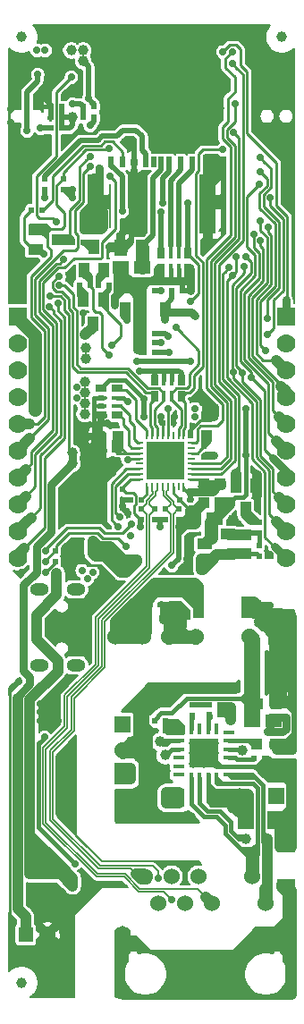
<source format=gbr>
G04 #@! TF.GenerationSoftware,KiCad,Pcbnew,5.1.0-rc2-unknown-036be7d~80~ubuntu16.04.1*
G04 #@! TF.CreationDate,2019-03-08T14:26:04+02:00*
G04 #@! TF.ProjectId,ESP32-PoE-ISO_Rev_B,45535033-322d-4506-9f45-2d49534f5f52,A*
G04 #@! TF.SameCoordinates,Original*
G04 #@! TF.FileFunction,Copper,L4,Bot*
G04 #@! TF.FilePolarity,Positive*
%FSLAX46Y46*%
G04 Gerber Fmt 4.6, Leading zero omitted, Abs format (unit mm)*
G04 Created by KiCad (PCBNEW 5.1.0-rc2-unknown-036be7d~80~ubuntu16.04.1) date 2019-03-08 14:26:04*
%MOMM*%
%LPD*%
G04 APERTURE LIST*
%ADD10C,1.300000*%
%ADD11C,2.000000*%
%ADD12O,1.800000X1.200000*%
%ADD13R,1.016000X0.381000*%
%ADD14R,1.016000X0.635000*%
%ADD15R,1.016000X2.032000*%
%ADD16C,1.524000*%
%ADD17R,1.524000X1.524000*%
%ADD18R,0.400000X1.000000*%
%ADD19R,1.000000X0.400000*%
%ADD20R,2.799999X2.799999*%
%ADD21C,0.800000*%
%ADD22R,1.016000X1.778000*%
%ADD23R,0.381000X1.016000*%
%ADD24R,0.635000X1.016000*%
%ADD25R,1.000000X1.400000*%
%ADD26R,1.400000X1.000000*%
%ADD27R,1.016000X1.016000*%
%ADD28R,0.500000X0.550000*%
%ADD29R,3.600000X3.600000*%
%ADD30R,0.400000X0.400000*%
%ADD31R,1.422400X1.422400*%
%ADD32R,0.250000X0.800000*%
%ADD33R,0.800000X0.250000*%
%ADD34R,1.524000X1.270000*%
%ADD35R,0.500000X1.000000*%
%ADD36R,1.500000X1.200000*%
%ADD37R,1.500000X4.500000*%
%ADD38R,1.778000X1.016000*%
%ADD39R,1.524000X1.778000*%
%ADD40C,1.778000*%
%ADD41R,1.778000X1.778000*%
%ADD42R,0.550000X0.500000*%
%ADD43C,1.000000*%
%ADD44R,1.400000X1.400000*%
%ADD45C,1.400000*%
%ADD46R,1.270000X1.524000*%
%ADD47O,1.600000X2.999999*%
%ADD48C,0.700000*%
%ADD49C,0.900000*%
%ADD50C,1.016000*%
%ADD51C,1.270000*%
%ADD52C,0.762000*%
%ADD53C,1.524000*%
%ADD54C,0.254000*%
%ADD55C,0.508000*%
%ADD56C,0.406400*%
%ADD57C,0.635000*%
%ADD58C,0.127000*%
G04 APERTURE END LIST*
D10*
X102099600Y-106834800D03*
D11*
X104411000Y-104498000D03*
D10*
X106773200Y-106834800D03*
X102099600Y-102135800D03*
X106773200Y-102135800D03*
X104411000Y-102135800D03*
X104411000Y-106834800D03*
X102099600Y-104371000D03*
X106773200Y-104371000D03*
D12*
X93476000Y-149054000D03*
X96946000Y-149054000D03*
X96946000Y-156254000D03*
X93476000Y-156254000D03*
D13*
X99314000Y-130937000D03*
X99314000Y-131699000D03*
X100838000Y-130937000D03*
X100838000Y-131699000D03*
D14*
X99314000Y-130048000D03*
X100838000Y-130048000D03*
X99314000Y-132588000D03*
X100838000Y-132588000D03*
D15*
X113157000Y-150749000D03*
X108585000Y-150749000D03*
D16*
X113411000Y-153543000D03*
D17*
X115951000Y-153543000D03*
D16*
X108331000Y-153543000D03*
X105791000Y-153543000D03*
X100711000Y-153543000D03*
X103251000Y-153543000D03*
D17*
X115923000Y-168656000D03*
D16*
X112423000Y-168656000D03*
D17*
X101346000Y-161818000D03*
D16*
X101346000Y-164318000D03*
D18*
X107877000Y-162242000D03*
X108677000Y-162242000D03*
X109477000Y-162242000D03*
X110277000Y-162242000D03*
D19*
X111427000Y-162592000D03*
X111427000Y-163392000D03*
X111427000Y-164192000D03*
X111427000Y-164992000D03*
X111427000Y-165792000D03*
X111427000Y-166592000D03*
D18*
X110277000Y-166942000D03*
X109477000Y-166942000D03*
X108677000Y-166942000D03*
X107877000Y-166942000D03*
D19*
X106727000Y-166592000D03*
X106727000Y-165792000D03*
X106727000Y-164992000D03*
X106727000Y-164192000D03*
X106727000Y-163392000D03*
X106727000Y-162592000D03*
D20*
X109077000Y-164592000D03*
D21*
X108077000Y-163592000D03*
X108077000Y-164592000D03*
X108077000Y-165592000D03*
X109077000Y-163592000D03*
X109077000Y-164592000D03*
X109077000Y-165592000D03*
X110077000Y-164592000D03*
X110077000Y-163592000D03*
X110077000Y-165592000D03*
D22*
X106680000Y-168783000D03*
X110236000Y-168783000D03*
D23*
X106680000Y-117221000D03*
X105918000Y-117221000D03*
X106680000Y-118745000D03*
X105918000Y-118745000D03*
D24*
X107569000Y-117221000D03*
X107569000Y-118745000D03*
X105029000Y-117221000D03*
X105029000Y-118745000D03*
D25*
X112080040Y-139227560D03*
X113982500Y-139227560D03*
X113027460Y-141437360D03*
D26*
X95334000Y-115951000D03*
X93134000Y-115001000D03*
X93134000Y-116901000D03*
D27*
X115824000Y-163703000D03*
X114046000Y-163703000D03*
D28*
X97282000Y-120269000D03*
X98298000Y-120269000D03*
X99060000Y-120269000D03*
X100076000Y-120269000D03*
D29*
X105410000Y-136906000D03*
D30*
X106710000Y-137406000D03*
X106710000Y-136406000D03*
X105910000Y-135606000D03*
X104910000Y-135606000D03*
X104110000Y-136406000D03*
X104110000Y-137406000D03*
X104910000Y-138206000D03*
X105910000Y-138206000D03*
D31*
X105410000Y-136906000D03*
D32*
X103660000Y-139356000D03*
X104160000Y-139356000D03*
X104660000Y-139356000D03*
X105160000Y-139356000D03*
X105660000Y-139356000D03*
X106160000Y-139356000D03*
X106660000Y-139356000D03*
X107160000Y-139356000D03*
D33*
X107860000Y-138656000D03*
X107860000Y-138156000D03*
X107860000Y-137656000D03*
X107860000Y-137156000D03*
X107860000Y-136656000D03*
X107860000Y-136156000D03*
X107860000Y-135656000D03*
X107860000Y-135156000D03*
D32*
X107160000Y-134456000D03*
X106660000Y-134456000D03*
X106160000Y-134456000D03*
X105660000Y-134456000D03*
X105160000Y-134456000D03*
X104660000Y-134456000D03*
X104160000Y-134456000D03*
X103660000Y-134456000D03*
D33*
X102960000Y-135156000D03*
X102960000Y-135656000D03*
X102960000Y-136156000D03*
X102960000Y-136656000D03*
X102960000Y-137156000D03*
X102960000Y-137656000D03*
X102960000Y-138156000D03*
X102960000Y-138656000D03*
D28*
X106045000Y-120777000D03*
X107061000Y-120777000D03*
D25*
X105405000Y-122555000D03*
X101605000Y-122555000D03*
D28*
X97663000Y-103378000D03*
X98679000Y-103378000D03*
X98679000Y-104394000D03*
X97663000Y-104394000D03*
D34*
X110109000Y-142367000D03*
X108077000Y-142367000D03*
D25*
X97663000Y-121666000D03*
X99565460Y-121666000D03*
X98610420Y-123875800D03*
D23*
X106045000Y-129286000D03*
X105283000Y-129286000D03*
X106045000Y-130810000D03*
X105283000Y-130810000D03*
D24*
X106934000Y-129286000D03*
X106934000Y-130810000D03*
X104394000Y-129286000D03*
X104394000Y-130810000D03*
D27*
X110617000Y-139065000D03*
X110617000Y-140843000D03*
X109093000Y-139065000D03*
X109093000Y-140843000D03*
X99187000Y-134620000D03*
X100965000Y-134620000D03*
X109347000Y-134493000D03*
X109347000Y-132715000D03*
D34*
X115697000Y-161544000D03*
X113665000Y-161544000D03*
D35*
X100290000Y-108587000D03*
X101390000Y-108587000D03*
X102490000Y-108587000D03*
X103590000Y-108587000D03*
X104340000Y-108587000D03*
X105040000Y-108587000D03*
X105790000Y-108587000D03*
X106890000Y-108587000D03*
X107990000Y-108587000D03*
D36*
X109440000Y-110337000D03*
X98840000Y-110337000D03*
X109440000Y-114787000D03*
X98840000Y-114787000D03*
D37*
X98840000Y-112387000D03*
X109440000Y-112387000D03*
D38*
X116840000Y-177038000D03*
X116840000Y-173482000D03*
D39*
X115824000Y-170942000D03*
X113030000Y-170942000D03*
D34*
X101219000Y-118618000D03*
X103251000Y-118618000D03*
D25*
X99628960Y-118836440D03*
X97726500Y-118836440D03*
X98681540Y-116626640D03*
D40*
X91440000Y-130840000D03*
X91440000Y-128300000D03*
X91440000Y-125760000D03*
D41*
X91440000Y-123220000D03*
D40*
X91440000Y-133380000D03*
X91440000Y-135920000D03*
X91440000Y-141000000D03*
X91440000Y-138460000D03*
X91440000Y-143540000D03*
X91440000Y-146080000D03*
X116840000Y-130840000D03*
X116840000Y-128300000D03*
X116840000Y-125760000D03*
D41*
X116840000Y-123220000D03*
D40*
X116840000Y-133380000D03*
X116840000Y-135920000D03*
X116840000Y-141000000D03*
X116840000Y-138460000D03*
X116840000Y-143540000D03*
X116840000Y-146080000D03*
D26*
X111343440Y-143830040D03*
X111343440Y-145732500D03*
X109133640Y-144777460D03*
D28*
X96647000Y-116205000D03*
X97663000Y-116205000D03*
X105029000Y-150495000D03*
X104013000Y-150495000D03*
D42*
X114300000Y-144907000D03*
X114300000Y-145923000D03*
X104394000Y-141478000D03*
X104394000Y-142494000D03*
X103124000Y-141478000D03*
X103124000Y-142494000D03*
X106680000Y-141478000D03*
X106680000Y-142494000D03*
X105410000Y-141478000D03*
X105410000Y-142494000D03*
X109093000Y-136525000D03*
X109093000Y-135509000D03*
D28*
X102108000Y-140589000D03*
X103124000Y-140589000D03*
X104394000Y-125730000D03*
X103378000Y-125730000D03*
D42*
X107950000Y-161036000D03*
X107950000Y-160020000D03*
D28*
X113792000Y-165100000D03*
X114808000Y-165100000D03*
X104394000Y-120777000D03*
X103378000Y-120777000D03*
X104394000Y-124841000D03*
X103378000Y-124841000D03*
X104394000Y-126619000D03*
X103378000Y-126619000D03*
D42*
X93980000Y-110236000D03*
X93980000Y-111252000D03*
D28*
X105410000Y-162433000D03*
X104394000Y-162433000D03*
X104394000Y-161544000D03*
X105410000Y-161544000D03*
D42*
X95758000Y-111252000D03*
X95758000Y-110236000D03*
D28*
X93726000Y-113157000D03*
X92710000Y-113157000D03*
X107823000Y-140589000D03*
X106807000Y-140589000D03*
D42*
X101346000Y-140589000D03*
X101346000Y-139573000D03*
D28*
X99568000Y-135890000D03*
X100584000Y-135890000D03*
X106172000Y-133350000D03*
X105156000Y-133350000D03*
D39*
X113665000Y-157988000D03*
X116459000Y-157988000D03*
X113665000Y-155575000D03*
X116459000Y-155575000D03*
D27*
X114173000Y-159893000D03*
X115951000Y-159893000D03*
D43*
X91821000Y-96774000D03*
X116459000Y-96774000D03*
X91821000Y-186309000D03*
D44*
X92209620Y-181759860D03*
D45*
X94221300Y-181757320D03*
D46*
X101219000Y-116713000D03*
X103251000Y-116713000D03*
D28*
X110617000Y-160909000D03*
X109601000Y-160909000D03*
D27*
X113030000Y-143891000D03*
X113030000Y-145669000D03*
D42*
X114300000Y-142748000D03*
X114300000Y-143764000D03*
D27*
X105410000Y-151765000D03*
X103632000Y-151765000D03*
D47*
X117000000Y-182393000D03*
X101400000Y-182393000D03*
D16*
X114915000Y-178793000D03*
X113645000Y-176253000D03*
X109835000Y-178793000D03*
X108565000Y-176253000D03*
X107295000Y-178793000D03*
X106025000Y-176253000D03*
X104755000Y-178793000D03*
X103485000Y-176253000D03*
D15*
X101092000Y-166497000D03*
X96520000Y-166497000D03*
D28*
X110617000Y-160020000D03*
X109601000Y-160020000D03*
X95631000Y-105410000D03*
X94615000Y-105410000D03*
X94615000Y-103378000D03*
X95631000Y-103378000D03*
X94615000Y-104394000D03*
X95631000Y-104394000D03*
D42*
X94996000Y-146431000D03*
X94996000Y-145415000D03*
D48*
X96647000Y-177165000D03*
X96647000Y-176403000D03*
X92583000Y-170307000D03*
X92583000Y-175260000D03*
X92583000Y-176022000D03*
D43*
X95123000Y-147574000D03*
X93091000Y-132080000D03*
X107061000Y-153543000D03*
D48*
X105664000Y-150749000D03*
D43*
X106553000Y-151892000D03*
X106553000Y-150749000D03*
X96520000Y-164973000D03*
X95504000Y-164973000D03*
X95504000Y-165989000D03*
X95504000Y-167005000D03*
X95504000Y-168021000D03*
X96520000Y-168021000D03*
D48*
X94996000Y-178054000D03*
X95885000Y-178054000D03*
X94107000Y-178054000D03*
X94996000Y-177165000D03*
X94234000Y-184150000D03*
X92202000Y-184150000D03*
X91186000Y-184150000D03*
X93218000Y-184150000D03*
X96647000Y-154813000D03*
X97409000Y-154813000D03*
X98171000Y-154813000D03*
X98171000Y-154051000D03*
X94424500Y-161480500D03*
X93599000Y-161480500D03*
X93599000Y-159893000D03*
D43*
X96520000Y-171196000D03*
X96520000Y-169037000D03*
X96520000Y-170053000D03*
X95504000Y-169037000D03*
X95504000Y-170053000D03*
X96520000Y-163957000D03*
D48*
X93599000Y-160655000D03*
X91567000Y-157797496D03*
D43*
X111760000Y-142494000D03*
D48*
X115316000Y-145796000D03*
X114173000Y-138176000D03*
X114173000Y-140208000D03*
X106299000Y-132715000D03*
X110109000Y-131826000D03*
X110109000Y-132588000D03*
X101854000Y-141859000D03*
X101346000Y-141224000D03*
X95250000Y-161480500D03*
D43*
X98679000Y-135572500D03*
D48*
X100457000Y-138049000D03*
X99060000Y-138049000D03*
X97663000Y-122936000D03*
X92075000Y-100228400D03*
X92075000Y-100965000D03*
X93472000Y-102108000D03*
X93853000Y-96774000D03*
X114427000Y-96774000D03*
X90805000Y-104902000D03*
X90805000Y-103632000D03*
X90932000Y-121666000D03*
X109855000Y-139785743D03*
X107696000Y-139785743D03*
X108458000Y-139785743D03*
D43*
X96520000Y-96774000D03*
D48*
X95123000Y-96012000D03*
D43*
X109474000Y-108585000D03*
D48*
X115189000Y-98679000D03*
X99187000Y-112649000D03*
X96393000Y-119507000D03*
X99949000Y-112649000D03*
X99568000Y-113284000D03*
X98806000Y-113284000D03*
X98425000Y-112649000D03*
X99187000Y-109220000D03*
X100076000Y-116600350D03*
X102044500Y-116141500D03*
X102489000Y-109474000D03*
D43*
X97790000Y-96139000D03*
X100330000Y-96139000D03*
X102870000Y-96139000D03*
X105410000Y-96139000D03*
X107950000Y-96139000D03*
X110490000Y-96139000D03*
D48*
X113030000Y-96012000D03*
X93853000Y-96012000D03*
D43*
X99060000Y-97155000D03*
X101600000Y-97155000D03*
X104140000Y-97155000D03*
X106680000Y-97155000D03*
X109220000Y-97155000D03*
D48*
X114427000Y-96012000D03*
X97663000Y-113538000D03*
X97663000Y-114300000D03*
X97663000Y-115062000D03*
X102235000Y-112522000D03*
X117348000Y-98679000D03*
X117348000Y-99695000D03*
X117348000Y-100965000D03*
X117348000Y-102235000D03*
X117348000Y-103251000D03*
X117348000Y-105283000D03*
X117348000Y-106299000D03*
X117348000Y-107315000D03*
X117348000Y-108585000D03*
X117348000Y-109855000D03*
X117348000Y-111125000D03*
X117348000Y-112395000D03*
D43*
X100330000Y-100965000D03*
X101600000Y-99695000D03*
X104140000Y-99695000D03*
X106680000Y-99695000D03*
X109220000Y-99695000D03*
X102870000Y-100965000D03*
X105410000Y-100965000D03*
X107950000Y-100965000D03*
X110490000Y-100965000D03*
X109220000Y-102235000D03*
X110490000Y-103505000D03*
X107950000Y-103505000D03*
X109220000Y-104775000D03*
X107950000Y-106045000D03*
X100330000Y-103505000D03*
D48*
X116205000Y-103251000D03*
X114935000Y-103251000D03*
X116205000Y-105283000D03*
X114935000Y-105283000D03*
D43*
X110617000Y-108585000D03*
X110617000Y-109728000D03*
D48*
X91948000Y-120142000D03*
D43*
X107569000Y-147193000D03*
D49*
X107569000Y-146177000D03*
D48*
X97663000Y-135890000D03*
X99949000Y-133350000D03*
X91821000Y-147447000D03*
D43*
X96647000Y-136144000D03*
X96647000Y-137160000D03*
D48*
X93599000Y-105410000D03*
X94477435Y-121303850D03*
X96647000Y-103124000D03*
X114427000Y-114203990D03*
D43*
X108839000Y-146177000D03*
X108839000Y-147193000D03*
X97790000Y-129413000D03*
X97790000Y-130429000D03*
X97790000Y-131445000D03*
X97790000Y-132461000D03*
X97917000Y-127254000D03*
X97917000Y-126238000D03*
D48*
X97028000Y-129921000D03*
X97028000Y-130937000D03*
X107823000Y-119888000D03*
X107823000Y-120777000D03*
X105410000Y-119888000D03*
X100584000Y-121412000D03*
X100584000Y-122174000D03*
X93281500Y-98044000D03*
D43*
X96520000Y-98044000D03*
D48*
X94043500Y-98044000D03*
D43*
X97663000Y-98044000D03*
D48*
X102743000Y-125603000D03*
X102743000Y-126365000D03*
D43*
X97663000Y-99060000D03*
D48*
X96647000Y-111252000D03*
X96647000Y-112014000D03*
X98171000Y-102616000D03*
X94107000Y-147447000D03*
X106712509Y-143129000D03*
X103091479Y-143129000D03*
X96878939Y-175028061D03*
X93980000Y-163067994D03*
X106045000Y-146812000D03*
X104902000Y-143129000D03*
X94107000Y-146431000D03*
X100203000Y-109982000D03*
X101727000Y-145034000D03*
D43*
X97853500Y-124968000D03*
D48*
X93345000Y-100330000D03*
X92329000Y-105664000D03*
X95377000Y-120269000D03*
X111887000Y-105791000D03*
X95367917Y-119442038D03*
X94107000Y-145415000D03*
X98298000Y-109029522D03*
X102235000Y-142875000D03*
X111760000Y-99314000D03*
X112014000Y-103124000D03*
X108204000Y-123190000D03*
X96520000Y-100584000D03*
X105332150Y-123474968D03*
X95123000Y-114300000D03*
X111759998Y-98171000D03*
X106410622Y-124236990D03*
X115062000Y-124968000D03*
X102743000Y-127508000D03*
X94466418Y-122311477D03*
X107823000Y-127508000D03*
X115316000Y-112013994D03*
X107823000Y-121793000D03*
X93929098Y-117348014D03*
X95758000Y-117856000D03*
X107569000Y-112522000D03*
X105029000Y-120777000D03*
X112123745Y-117549945D03*
X111800119Y-119360801D03*
X111887000Y-128523990D03*
X93980000Y-112014000D03*
X112903011Y-118514828D03*
X105791000Y-126619000D03*
X113030000Y-117602000D03*
X105199003Y-112474650D03*
X112747155Y-128552845D03*
X113538000Y-129032000D03*
X105029000Y-125730000D03*
X114351314Y-110691734D03*
X110871000Y-107442000D03*
X108204000Y-131953000D03*
X108204000Y-132715000D03*
X102108000Y-144018000D03*
X98552000Y-147447000D03*
X98044000Y-148082000D03*
X97536000Y-147279360D03*
X101346000Y-113284000D03*
X105020097Y-113292903D03*
X98298000Y-105156000D03*
X98287212Y-108068370D03*
D43*
X117284500Y-172466000D03*
X116268500Y-172466000D03*
X117284500Y-171450000D03*
X102108000Y-165989000D03*
X102108000Y-167005000D03*
X98552000Y-144526000D03*
X98552000Y-145669000D03*
X101727000Y-147447000D03*
X101727000Y-146304000D03*
X102743000Y-146304000D03*
X101727000Y-151130000D03*
X102489000Y-150368000D03*
X113030000Y-172720000D03*
X115062000Y-172720000D03*
D48*
X114427000Y-116078000D03*
X113792000Y-115443000D03*
X110871000Y-98171000D03*
X116840000Y-161163000D03*
X115049300Y-162560000D03*
X115785900Y-162560000D03*
X116522500Y-162560000D03*
X116840000Y-161899600D03*
X101790500Y-123571000D03*
D43*
X105409989Y-164719000D03*
D48*
X100330005Y-125984000D03*
X100076000Y-126873000D03*
X109982000Y-136398000D03*
X105029000Y-132715000D03*
X103378000Y-132715000D03*
X113030000Y-136398000D03*
X102997000Y-128397000D03*
X103378000Y-131064000D03*
X113030000Y-131953000D03*
X100076000Y-107315000D03*
X105664000Y-125095000D03*
X115062000Y-123444000D03*
X95250000Y-121950986D03*
X114427006Y-108204000D03*
D43*
X96647000Y-104394000D03*
D48*
X115189000Y-114808000D03*
X105664000Y-131953000D03*
X101854000Y-131318000D03*
X101854000Y-136779000D03*
X114935000Y-126492000D03*
X114427000Y-109537500D03*
X111441342Y-118615666D03*
X100965006Y-143129000D03*
X104775000Y-176402960D03*
X106044996Y-178435000D03*
D43*
X112712500Y-164274500D03*
X105537000Y-168275000D03*
X105537000Y-169291000D03*
X104902000Y-163449000D03*
X111633000Y-161417000D03*
X111633000Y-160274000D03*
D48*
X111252000Y-168275000D03*
X111252000Y-169291000D03*
X113411000Y-169799000D03*
X111887000Y-169799000D03*
X112649000Y-169799000D03*
X114300000Y-150622000D03*
X114300000Y-151384000D03*
X115316000Y-152146000D03*
X115316000Y-151384000D03*
X115316000Y-150622000D03*
X116332000Y-152146000D03*
X116332000Y-151384000D03*
X114300000Y-152146000D03*
X117348000Y-151384000D03*
X117348000Y-152146000D03*
X115570000Y-156781500D03*
X116459000Y-156781500D03*
X117348000Y-153543000D03*
X117348000Y-154940000D03*
X117348000Y-156781500D03*
X117475000Y-163449000D03*
X117475000Y-164211000D03*
D43*
X106680000Y-170688000D03*
X105537000Y-170688000D03*
X107823000Y-170688000D03*
X104394000Y-170688000D03*
X112013990Y-158496010D03*
X110871000Y-158496010D03*
X109728000Y-158496000D03*
X108585000Y-158496000D03*
X102997000Y-159766000D03*
X102977000Y-164318000D03*
X106045000Y-184150000D03*
X106045000Y-186690000D03*
X107315000Y-185420000D03*
X108585000Y-184150000D03*
X108585000Y-186690000D03*
X111125000Y-186690000D03*
X117387990Y-187387990D03*
X117387990Y-185420000D03*
X109855000Y-185420000D03*
X111125000Y-184150000D03*
X112395000Y-185420000D03*
X113538000Y-182880000D03*
X114935000Y-182880000D03*
X102870000Y-182880000D03*
X101092000Y-187325000D03*
X101092000Y-185420000D03*
X114935000Y-181483000D03*
D48*
X101092000Y-142240000D03*
D50*
X96647000Y-176403000D02*
X96647000Y-177165000D01*
X92583000Y-170307000D02*
X92583000Y-171069000D01*
X95504000Y-175260000D02*
X96647000Y-176403000D01*
X95504000Y-176022000D02*
X96647000Y-177165000D01*
X92583000Y-176022000D02*
X95504000Y-176022000D01*
X94234000Y-175260000D02*
X95504000Y-175260000D01*
X92583000Y-175260000D02*
X94234000Y-175260000D01*
X92583000Y-173609000D02*
X94234000Y-175260000D01*
X92583000Y-173609000D02*
X92583000Y-176022000D01*
X95504000Y-175260000D02*
X92583000Y-172339000D01*
X92583000Y-171069000D02*
X92583000Y-172339000D01*
X92583000Y-172339000D02*
X92583000Y-173609000D01*
D51*
X93091000Y-132080000D02*
X93091000Y-125031500D01*
X93091000Y-125031500D02*
X91440000Y-123380500D01*
X91440000Y-123380500D02*
X91440000Y-123190000D01*
D50*
X95123000Y-149606000D02*
X95123000Y-147574000D01*
X93218000Y-153797000D02*
X93218000Y-151511000D01*
X93218000Y-151511000D02*
X95123000Y-149606000D01*
X92583000Y-170307000D02*
X92583000Y-159488200D01*
X92583000Y-159488200D02*
X95250000Y-156821200D01*
X95250000Y-156821200D02*
X95250000Y-155829000D01*
X95250000Y-155829000D02*
X93218000Y-153797000D01*
D51*
X105791000Y-153543000D02*
X107061000Y-153543000D01*
D50*
X105791000Y-153543000D02*
X105791000Y-152146000D01*
X105791000Y-152146000D02*
X105410000Y-151765000D01*
D51*
X107061000Y-153543000D02*
X108269354Y-153543000D01*
D50*
X105410000Y-151765000D02*
X105410000Y-150749000D01*
X105410000Y-150749000D02*
X106553000Y-150749000D01*
X106553000Y-150749000D02*
X106553000Y-151892000D01*
X106553000Y-153035000D02*
X107061000Y-153543000D01*
X106553000Y-151892000D02*
X106553000Y-153035000D01*
X106553000Y-151892000D02*
X105410000Y-150749000D01*
X106553000Y-152599106D02*
X107496894Y-153543000D01*
X106553000Y-151892000D02*
X106553000Y-152599106D01*
X107496894Y-153543000D02*
X108204000Y-153543000D01*
X96520000Y-166497000D02*
X96520000Y-164973000D01*
X96520000Y-166497000D02*
X96520000Y-168021000D01*
D52*
X96520000Y-168021000D02*
X95504000Y-168021000D01*
X96520000Y-164973000D02*
X95504000Y-164973000D01*
D50*
X95504000Y-164973000D02*
X95504000Y-168021000D01*
X95504000Y-164973000D02*
X96392990Y-164973000D01*
X95504000Y-168021000D02*
X96392990Y-168021000D01*
D52*
X94221300Y-184137300D02*
X94234000Y-184150000D01*
D53*
X94221300Y-181757320D02*
X94221300Y-184137300D01*
D52*
X94234000Y-184150000D02*
X92202000Y-184150000D01*
X92202000Y-184150000D02*
X91186000Y-184150000D01*
D50*
X95504000Y-170243500D02*
X96393000Y-171132500D01*
X95504000Y-168021000D02*
X95504000Y-170243500D01*
X96520000Y-168021000D02*
X96520000Y-171196000D01*
X96520000Y-163957000D02*
X96520000Y-164973000D01*
X96520000Y-163957000D02*
X95504000Y-164973000D01*
D54*
X91186000Y-184150000D02*
X90678000Y-183642000D01*
X90678000Y-183642000D02*
X90678000Y-158686496D01*
X91217001Y-158147495D02*
X91567000Y-157797496D01*
X90678000Y-158686496D02*
X91217001Y-158147495D01*
D52*
X114173000Y-138176000D02*
X114173000Y-140208000D01*
D55*
X106172000Y-132842000D02*
X106299000Y-132715000D01*
X106172000Y-133350000D02*
X106172000Y-132842000D01*
D52*
X109982000Y-132715000D02*
X110109000Y-132588000D01*
X109347000Y-132715000D02*
X109982000Y-132715000D01*
X110109000Y-132588000D02*
X110109000Y-131826000D01*
X110109000Y-131826000D02*
X109614026Y-131826000D01*
X109614026Y-131826000D02*
X109220000Y-131826000D01*
X109220000Y-131826000D02*
X109220000Y-132715000D01*
D55*
X101346000Y-140589000D02*
X101346000Y-141224000D01*
X101350000Y-140589000D02*
X101346000Y-140585000D01*
X102108000Y-140589000D02*
X101350000Y-140589000D01*
X105410000Y-150495000D02*
X105664000Y-150749000D01*
X105029000Y-150495000D02*
X105410000Y-150495000D01*
X99187000Y-134620000D02*
X99441000Y-134874000D01*
X99441000Y-134874000D02*
X99441000Y-135890000D01*
X101346000Y-141351000D02*
X101854000Y-141859000D01*
X101346000Y-141224000D02*
X101346000Y-141351000D01*
X98996500Y-135890000D02*
X98679000Y-135572500D01*
D56*
X99187000Y-134620000D02*
X99187000Y-135890000D01*
D55*
X99568000Y-135890000D02*
X99187000Y-135890000D01*
X99187000Y-135890000D02*
X98996500Y-135890000D01*
X98679000Y-134620000D02*
X99187000Y-134620000D01*
X98679000Y-135572500D02*
X98679000Y-134620000D01*
D56*
X99187000Y-135064500D02*
X98679000Y-135572500D01*
X99187000Y-134620000D02*
X99187000Y-135064500D01*
X98679000Y-134620000D02*
X98679000Y-133350000D01*
D52*
X99060000Y-135953500D02*
X98679000Y-135572500D01*
X99060000Y-138049000D02*
X99060000Y-135953500D01*
D55*
X99568000Y-138049000D02*
X99060000Y-138049000D01*
X99568000Y-137160000D02*
X99568000Y-137033000D01*
X100457000Y-138049000D02*
X99568000Y-137160000D01*
X99568000Y-135890000D02*
X99568000Y-137033000D01*
X99568000Y-137033000D02*
X99568000Y-138049000D01*
X99822000Y-137414000D02*
X99568000Y-137160000D01*
X99822000Y-138049000D02*
X99822000Y-137414000D01*
X100457000Y-138049000D02*
X99822000Y-138049000D01*
X99822000Y-138049000D02*
X99060000Y-138049000D01*
X99568000Y-135890000D02*
X99568000Y-134366000D01*
D50*
X98679000Y-137668000D02*
X99060000Y-138049000D01*
X98679000Y-135572500D02*
X98679000Y-137668000D01*
D55*
X94615000Y-103378000D02*
X94615000Y-104394000D01*
X94615000Y-103251000D02*
X93472000Y-102108000D01*
X94615000Y-103378000D02*
X94615000Y-103251000D01*
X102489000Y-107569000D02*
X102489000Y-108585000D01*
X102099600Y-106834800D02*
X102099600Y-107179600D01*
X102099600Y-107179600D02*
X102489000Y-107569000D01*
D52*
X109440000Y-114787000D02*
X109440000Y-112488000D01*
X109440000Y-112387000D02*
X109440000Y-113445000D01*
D50*
X98840000Y-112387000D02*
X98840000Y-113377000D01*
X98840000Y-113377000D02*
X98806000Y-113411000D01*
X109474000Y-111760000D02*
X109474000Y-108585000D01*
X109440000Y-112387000D02*
X109440000Y-111794000D01*
X109440000Y-111794000D02*
X109474000Y-111760000D01*
D52*
X99187000Y-109220000D02*
X99187000Y-112649000D01*
X98840000Y-114787000D02*
X98840000Y-113318000D01*
X98840000Y-113318000D02*
X98806000Y-113284000D01*
X100076000Y-116600350D02*
X101106350Y-116600350D01*
X101106350Y-116600350D02*
X101219000Y-116713000D01*
X102044500Y-116141500D02*
X101473000Y-116713000D01*
X101473000Y-116713000D02*
X101219000Y-116713000D01*
X97663000Y-113538000D02*
X97663000Y-114300000D01*
X97663000Y-114300000D02*
X97663000Y-115062000D01*
X99568000Y-114808000D02*
X99568000Y-113284000D01*
X99314000Y-115062000D02*
X99568000Y-114808000D01*
X97663000Y-113538000D02*
X97663000Y-113411000D01*
X98044000Y-115062000D02*
X99314000Y-115062000D01*
X97663000Y-115062000D02*
X98044000Y-115062000D01*
X98044000Y-113030000D02*
X98044000Y-115062000D01*
X97663000Y-113411000D02*
X98044000Y-113030000D01*
X98044000Y-113030000D02*
X98425000Y-112649000D01*
D55*
X102235000Y-115951000D02*
X101473000Y-116713000D01*
X102235000Y-112522000D02*
X102235000Y-115951000D01*
X102235000Y-110744000D02*
X102235000Y-112522000D01*
X102490000Y-108587000D02*
X102490000Y-110489000D01*
X102490000Y-110489000D02*
X102235000Y-110744000D01*
D50*
X110617000Y-108585000D02*
X110617000Y-109728000D01*
X110109000Y-108585000D02*
X110109000Y-109220000D01*
X109474000Y-108585000D02*
X110109000Y-108585000D01*
X110109000Y-108585000D02*
X110617000Y-108585000D01*
X110109000Y-109220000D02*
X110109000Y-110236000D01*
X109601000Y-110744000D02*
X110617000Y-109728000D01*
D52*
X109896257Y-139785743D02*
X109855000Y-139785743D01*
X110617000Y-139065000D02*
X109896257Y-139785743D01*
X109855000Y-139785743D02*
X108458000Y-139785743D01*
X108458000Y-139785743D02*
X107696000Y-139785743D01*
X109093000Y-139065000D02*
X109474000Y-139446000D01*
X109474000Y-139446000D02*
X110236000Y-139446000D01*
D55*
X107823000Y-139912743D02*
X107696000Y-139785743D01*
X107823000Y-140589000D02*
X107823000Y-139912743D01*
D54*
X107860000Y-138656000D02*
X108684000Y-138656000D01*
X108684000Y-138656000D02*
X109093000Y-139065000D01*
X107464243Y-139785743D02*
X107696000Y-139785743D01*
X107160000Y-139481500D02*
X107464243Y-139785743D01*
X107160000Y-139356000D02*
X107160000Y-139481500D01*
X98171000Y-154051000D02*
X98171000Y-150241000D01*
X98171000Y-150241000D02*
X99441000Y-148971000D01*
X99441000Y-148971000D02*
X99441000Y-147193000D01*
X99441000Y-147193000D02*
X99060000Y-146812000D01*
X99060000Y-146812000D02*
X98171000Y-146812000D01*
X98171000Y-146812000D02*
X97155000Y-145796000D01*
X107823000Y-133985000D02*
X107823000Y-134239000D01*
X109347000Y-132715000D02*
X108966000Y-133096000D01*
X108966000Y-133096000D02*
X108712000Y-133096000D01*
X108712000Y-133096000D02*
X107823000Y-133985000D01*
D56*
X98679000Y-133350000D02*
X99949000Y-133350000D01*
X99314000Y-130937000D02*
X98679000Y-130937000D01*
X98679000Y-133350000D02*
X98679000Y-132969000D01*
X98679000Y-131953000D02*
X98679000Y-132969000D01*
X98679000Y-132588000D02*
X99314000Y-132588000D01*
D54*
X98679000Y-131699000D02*
X99314000Y-131699000D01*
D56*
X98679000Y-130937000D02*
X98679000Y-131699000D01*
X98679000Y-131699000D02*
X98679000Y-131953000D01*
D50*
X91440000Y-161417000D02*
X91440000Y-159385000D01*
X91440000Y-179274240D02*
X91440000Y-161417000D01*
X92209620Y-181759860D02*
X92209620Y-180043860D01*
X92209620Y-180043860D02*
X91440000Y-179274240D01*
D52*
X96647000Y-137160000D02*
X96647000Y-136144000D01*
D55*
X93599000Y-105410000D02*
X94615000Y-105410000D01*
D54*
X94972409Y-121303850D02*
X94477435Y-121303850D01*
X96647000Y-136144000D02*
X96266000Y-135763000D01*
X96266000Y-135763000D02*
X96266000Y-123063000D01*
X96266000Y-123063000D02*
X95885000Y-122682000D01*
X95885000Y-122682000D02*
X95885000Y-121696990D01*
X95885000Y-121696990D02*
X95491860Y-121303850D01*
X95491860Y-121303850D02*
X94972409Y-121303850D01*
D52*
X92011500Y-156781500D02*
X92011500Y-148651538D01*
X94615000Y-139192000D02*
X96647000Y-137160000D01*
X92583000Y-157353000D02*
X92011500Y-156781500D01*
X92011500Y-148651538D02*
X93218000Y-147445038D01*
X92583000Y-158051344D02*
X92583000Y-157353000D01*
X91440000Y-159385000D02*
X91440000Y-159194344D01*
X91440000Y-159194344D02*
X92583000Y-158051344D01*
X93218000Y-147445038D02*
X93218000Y-145034000D01*
X93218000Y-145034000D02*
X94615000Y-143637000D01*
X94615000Y-143637000D02*
X94615000Y-139192000D01*
D55*
X96647000Y-103124000D02*
X97409000Y-103124000D01*
X97409000Y-103124000D02*
X97663000Y-103378000D01*
X97663000Y-103378000D02*
X97663000Y-104394000D01*
D50*
X116840000Y-130840000D02*
X116840000Y-130302000D01*
X116840000Y-130302000D02*
X116362001Y-129824001D01*
D54*
X116840000Y-130175000D02*
X113664978Y-126999978D01*
X113664978Y-121442848D02*
X115061967Y-120045859D01*
X115061967Y-115727797D02*
X114427000Y-115092830D01*
X115061967Y-120045859D02*
X115061967Y-115727797D01*
X114427000Y-114698964D02*
X114427000Y-114203990D01*
X116840000Y-130302000D02*
X116840000Y-130175000D01*
X114427000Y-115092830D02*
X114427000Y-114698964D01*
X113664978Y-126999978D02*
X113664978Y-121442848D01*
D50*
X108839000Y-147193000D02*
X108839000Y-146177000D01*
D52*
X109601000Y-146558000D02*
X109601000Y-146177000D01*
D50*
X108966000Y-147193000D02*
X109982000Y-146177000D01*
X108839000Y-146177000D02*
X109855000Y-146177000D01*
D52*
X102108000Y-119888000D02*
X102616000Y-119888000D01*
X101219000Y-118618000D02*
X101219000Y-118999000D01*
X101219000Y-118999000D02*
X102108000Y-119888000D01*
X102616000Y-119888000D02*
X102616000Y-120269000D01*
X102616000Y-120269000D02*
X102616000Y-120650000D01*
X102616000Y-120650000D02*
X103378000Y-119888000D01*
X102616000Y-119888000D02*
X103378000Y-119888000D01*
D57*
X105029000Y-118745000D02*
X105029000Y-119888000D01*
D55*
X107569000Y-119634000D02*
X107823000Y-119888000D01*
D57*
X107569000Y-118745000D02*
X107569000Y-119634000D01*
D56*
X106680000Y-118745000D02*
X106680000Y-119888000D01*
X105918000Y-118745000D02*
X105918000Y-119888000D01*
D52*
X105791000Y-119888000D02*
X106680000Y-119888000D01*
D55*
X103378000Y-120777000D02*
X103378000Y-119888000D01*
X103378000Y-120777000D02*
X103378000Y-120523000D01*
X103378000Y-120523000D02*
X104013000Y-119888000D01*
D52*
X103378000Y-119888000D02*
X104013000Y-119888000D01*
D55*
X103378000Y-120777000D02*
X103124000Y-120777000D01*
D52*
X103110974Y-120650000D02*
X103124000Y-120636974D01*
X102616000Y-120650000D02*
X103110974Y-120650000D01*
X103124000Y-120636974D02*
X103124000Y-120523000D01*
D55*
X107061000Y-120777000D02*
X107061000Y-119888000D01*
D52*
X106680000Y-119888000D02*
X107061000Y-119888000D01*
X107061000Y-119888000D02*
X107823000Y-119888000D01*
D55*
X107061000Y-120777000D02*
X107823000Y-120777000D01*
D52*
X107823000Y-120777000D02*
X107823000Y-119888000D01*
X107823000Y-119888000D02*
X107823000Y-118745000D01*
X107823000Y-118745000D02*
X107696000Y-118618000D01*
X105410000Y-119888000D02*
X105029000Y-119888000D01*
X105791000Y-119888000D02*
X105410000Y-119888000D01*
X104013000Y-119888000D02*
X104584500Y-119888000D01*
X104584500Y-119888000D02*
X105029000Y-119888000D01*
X104711500Y-118745000D02*
X104838500Y-118618000D01*
X104584500Y-119888000D02*
X104711500Y-119761000D01*
X104711500Y-119761000D02*
X104711500Y-118745000D01*
X104203500Y-119888000D02*
X104013000Y-119888000D01*
X104838500Y-119253000D02*
X104203500Y-119888000D01*
X100838000Y-120650000D02*
X100838000Y-118618000D01*
X101219000Y-120269000D02*
X100838000Y-120650000D01*
D55*
X101600000Y-120142000D02*
X101600000Y-120269000D01*
X101219000Y-119761000D02*
X101600000Y-120142000D01*
X101219000Y-118618000D02*
X101219000Y-119761000D01*
D52*
X102616000Y-120269000D02*
X101600000Y-120269000D01*
X101600000Y-120269000D02*
X101219000Y-120269000D01*
X100838000Y-121158000D02*
X100584000Y-121412000D01*
X100838000Y-120650000D02*
X100838000Y-121158000D01*
X100584000Y-122174000D02*
X100584000Y-121412000D01*
X100584000Y-121412000D02*
X101346000Y-120650000D01*
X101346000Y-120650000D02*
X100838000Y-120650000D01*
D55*
X102616000Y-120650000D02*
X103378000Y-121412000D01*
X103378000Y-121412000D02*
X103378000Y-120777000D01*
X103378000Y-125603000D02*
X102743000Y-125603000D01*
X103378000Y-125730000D02*
X102743000Y-126365000D01*
X103378000Y-125603000D02*
X103378000Y-125730000D01*
X103378000Y-121412000D02*
X103378000Y-125603000D01*
D52*
X102743000Y-120777000D02*
X102616000Y-120650000D01*
X102743000Y-125603000D02*
X102743000Y-126365000D01*
X102108000Y-120650000D02*
X102743000Y-121285000D01*
X102743000Y-121285000D02*
X102743000Y-120777000D01*
X102616000Y-120650000D02*
X102108000Y-120650000D01*
X102108000Y-120650000D02*
X101346000Y-120650000D01*
D55*
X103378000Y-126619000D02*
X103378000Y-125603000D01*
X102997000Y-126619000D02*
X102743000Y-126365000D01*
X103378000Y-126619000D02*
X102997000Y-126619000D01*
X103378000Y-124841000D02*
X102743000Y-124841000D01*
D52*
X102743000Y-125603000D02*
X102743000Y-124841000D01*
X102743000Y-124841000D02*
X102743000Y-121285000D01*
D55*
X95758000Y-111252000D02*
X96647000Y-111252000D01*
X96647000Y-111252000D02*
X96647000Y-112014000D01*
X96647000Y-112014000D02*
X95885000Y-111252000D01*
X98171000Y-99568000D02*
X98171000Y-102121026D01*
X98171000Y-102121026D02*
X98171000Y-102616000D01*
X98679000Y-103124000D02*
X98520999Y-102965999D01*
X98520999Y-102965999D02*
X98171000Y-102616000D01*
X98679000Y-103378000D02*
X98679000Y-103124000D01*
X97663000Y-99060000D02*
X98171000Y-99568000D01*
D50*
X110299500Y-145732500D02*
X109855000Y-146177000D01*
X111343440Y-145732500D02*
X110299500Y-145732500D01*
X111343440Y-145732500D02*
X111406940Y-145669000D01*
X111406940Y-145669000D02*
X113030000Y-145669000D01*
D56*
X113030000Y-145669000D02*
X114046000Y-145669000D01*
X114046000Y-145669000D02*
X114300000Y-145923000D01*
D54*
X94996000Y-146558000D02*
X94107000Y-147447000D01*
X94996000Y-146431000D02*
X94996000Y-146558000D01*
D55*
X106680000Y-143096491D02*
X106712509Y-143129000D01*
X103091479Y-142634026D02*
X103091479Y-143129000D01*
X103091479Y-142526521D02*
X103091479Y-142634026D01*
X103124000Y-142494000D02*
X103091479Y-142526521D01*
D54*
X106160000Y-139356000D02*
X106160000Y-139942000D01*
X106160000Y-139942000D02*
X106807000Y-140589000D01*
D55*
X108331000Y-143129000D02*
X108585000Y-142875000D01*
X108077000Y-142367000D02*
X108077000Y-143129000D01*
X108077000Y-143129000D02*
X108331000Y-143129000D01*
D54*
X106807000Y-140614000D02*
X107442000Y-141249000D01*
X106807000Y-140589000D02*
X106807000Y-140614000D01*
X107442000Y-141249000D02*
X107442000Y-142367000D01*
D50*
X108331000Y-141605000D02*
X108331000Y-142367000D01*
X108331000Y-142367000D02*
X108077000Y-142367000D01*
X108331000Y-141605000D02*
X107823000Y-141605000D01*
D54*
X108687000Y-141249000D02*
X108839000Y-141097000D01*
X107442000Y-141249000D02*
X108687000Y-141249000D01*
D50*
X109093000Y-140843000D02*
X108839000Y-141097000D01*
X108839000Y-141097000D02*
X108331000Y-141605000D01*
D55*
X107188000Y-142494000D02*
X106680000Y-142494000D01*
X107950000Y-142494000D02*
X107188000Y-142494000D01*
X108077000Y-142367000D02*
X107950000Y-142494000D01*
X107696000Y-141986000D02*
X107696000Y-141859000D01*
X107188000Y-142494000D02*
X107696000Y-141986000D01*
X106680000Y-142748000D02*
X106680000Y-143096491D01*
X106680000Y-142748000D02*
X107823000Y-142748000D01*
X106680000Y-142494000D02*
X106680000Y-142748000D01*
D56*
X93439500Y-163608494D02*
X93630001Y-163417993D01*
X93439500Y-171588622D02*
X93439500Y-163608494D01*
X96878939Y-175028061D02*
X93439500Y-171588622D01*
X93630001Y-163417993D02*
X93980000Y-163067994D01*
D54*
X102489000Y-141884000D02*
X103099000Y-142494000D01*
X101727000Y-139954000D02*
X102362000Y-139954000D01*
X101346000Y-139573000D02*
X101727000Y-139954000D01*
X102616000Y-141003798D02*
X102489000Y-141130798D01*
X103099000Y-142494000D02*
X103124000Y-142494000D01*
X102489000Y-141130798D02*
X102489000Y-141884000D01*
X102362000Y-139954000D02*
X102616000Y-140208000D01*
X102616000Y-140208000D02*
X102616000Y-141003798D01*
X101371000Y-139573000D02*
X101346000Y-139573000D01*
X101346000Y-139548000D02*
X101371000Y-139573000D01*
X101346000Y-139446000D02*
X101346000Y-139548000D01*
X102960000Y-138656000D02*
X102136000Y-138656000D01*
X102136000Y-138656000D02*
X101346000Y-139446000D01*
D55*
X106712509Y-143794991D02*
X107378500Y-143129000D01*
X106712509Y-143129000D02*
X106712509Y-143827500D01*
X106712509Y-143827500D02*
X106712509Y-143794991D01*
X107378500Y-143129000D02*
X108077000Y-143129000D01*
X106712509Y-143129000D02*
X107378500Y-143129000D01*
X106712509Y-146144491D02*
X106045000Y-146812000D01*
X106712509Y-143827500D02*
X106712509Y-146144491D01*
X104902000Y-142494000D02*
X104902000Y-143129000D01*
X104394000Y-142494000D02*
X104902000Y-142494000D01*
X104902000Y-142494000D02*
X105410000Y-142494000D01*
D50*
X91440000Y-141000000D02*
X92202000Y-140238000D01*
D54*
X93091000Y-136271000D02*
X93091000Y-139349000D01*
X95123000Y-123825000D02*
X95123000Y-134239000D01*
X95123000Y-134239000D02*
X93091000Y-136271000D01*
X93853000Y-122555000D02*
X95123000Y-123825000D01*
X95250000Y-118618000D02*
X93853000Y-120015000D01*
X96769076Y-117729000D02*
X95880076Y-118618000D01*
X100711000Y-110490000D02*
X100711000Y-114935000D01*
X93091000Y-139349000D02*
X92202000Y-140238000D01*
X93853000Y-120015000D02*
X93853000Y-122555000D01*
X100711000Y-114935000D02*
X99441000Y-116205000D01*
X99441000Y-116205000D02*
X99441000Y-117602000D01*
X100203000Y-109982000D02*
X100711000Y-110490000D01*
X99441000Y-117602000D02*
X99314000Y-117729000D01*
X95880076Y-118618000D02*
X95250000Y-118618000D01*
X99314000Y-117729000D02*
X96769076Y-117729000D01*
X94107000Y-146431000D02*
X94107000Y-146304000D01*
X94107000Y-146304000D02*
X94996000Y-145415000D01*
X100965000Y-144272000D02*
X101727000Y-145034000D01*
X99537170Y-144272000D02*
X100965000Y-144272000D01*
X98978370Y-143713200D02*
X99537170Y-144272000D01*
X94996000Y-145415000D02*
X95123000Y-145288000D01*
X95123000Y-145288000D02*
X95123000Y-144907000D01*
X95123000Y-144907000D02*
X96316800Y-143713200D01*
X96316800Y-143713200D02*
X98978370Y-143713200D01*
D50*
X98610420Y-124211080D02*
X97853500Y-124968000D01*
X98610420Y-123875800D02*
X98610420Y-124211080D01*
D55*
X92329000Y-101981000D02*
X92329000Y-105664000D01*
X93345000Y-100330000D02*
X93345000Y-100965000D01*
X93345000Y-100965000D02*
X92329000Y-101981000D01*
D54*
X104660000Y-133712170D02*
X104394011Y-133446181D01*
X104394011Y-133446181D02*
X104394011Y-132016489D01*
X104660000Y-134456000D02*
X104660000Y-133712170D01*
X105283000Y-131127500D02*
X105283000Y-130810000D01*
X104394011Y-132016489D02*
X105283000Y-131127500D01*
X104838500Y-130048000D02*
X103759000Y-130048000D01*
X97028010Y-127762010D02*
X97028010Y-122682010D01*
X101854000Y-128143000D02*
X97409000Y-128143000D01*
X96742999Y-122396999D02*
X96742999Y-121140025D01*
X96742999Y-121140025D02*
X95871974Y-120269000D01*
X105283000Y-130810000D02*
X105283000Y-130492500D01*
X103759000Y-130048000D02*
X101854000Y-128143000D01*
X97409000Y-128143000D02*
X97028010Y-127762010D01*
X97028010Y-122682010D02*
X96742999Y-122396999D01*
X105283000Y-130492500D02*
X104838500Y-130048000D01*
X95871974Y-120269000D02*
X95377000Y-120269000D01*
X112395022Y-115885638D02*
X112395022Y-106299022D01*
X111632989Y-136682841D02*
X111632989Y-131190989D01*
X112395022Y-106299022D02*
X112236999Y-106140999D01*
X111632989Y-131190989D02*
X110109044Y-129667044D01*
X110659830Y-137656000D02*
X111632989Y-136682841D01*
X107860000Y-137656000D02*
X110659830Y-137656000D01*
X112236999Y-106140999D02*
X111887000Y-105791000D01*
X110109044Y-118171616D02*
X112395022Y-115885638D01*
X110109044Y-129667044D02*
X110109044Y-118171616D01*
X104394000Y-131064000D02*
X104394000Y-130810000D01*
X104013000Y-131445000D02*
X104394000Y-131064000D01*
X104013000Y-133604000D02*
X104013000Y-131445000D01*
X104160000Y-133751000D02*
X104013000Y-133604000D01*
X104160000Y-134456000D02*
X104160000Y-133751000D01*
X94772998Y-119979078D02*
X95310038Y-119442038D01*
X94772998Y-120558922D02*
X94772998Y-119979078D01*
X96266000Y-121525980D02*
X95613022Y-120873002D01*
X95087078Y-120873002D02*
X94772998Y-120558922D01*
X96266000Y-122458830D02*
X96266000Y-121525980D01*
X95310038Y-119442038D02*
X95367917Y-119442038D01*
X95613022Y-120873002D02*
X95087078Y-120873002D01*
X96646999Y-122839829D02*
X96266000Y-122458830D01*
X96647000Y-128016000D02*
X96646999Y-122839829D01*
X104394000Y-130683000D02*
X104140000Y-130429000D01*
X104394000Y-130810000D02*
X104394000Y-130683000D01*
X103601170Y-130429000D02*
X101696170Y-128524000D01*
X101696170Y-128524000D02*
X97155000Y-128524000D01*
X97155000Y-128524000D02*
X96647000Y-128016000D01*
X104013000Y-130429000D02*
X104394000Y-130810000D01*
X104140000Y-130429000D02*
X104013000Y-130429000D01*
X104013000Y-130429000D02*
X103601170Y-130429000D01*
D50*
X91440000Y-135920000D02*
X92583000Y-134777000D01*
D54*
X97948001Y-109379521D02*
X98298000Y-109029522D01*
X92583000Y-134777000D02*
X94361000Y-132999000D01*
X94361000Y-124333000D02*
X93091000Y-123063000D01*
X97663011Y-112394989D02*
X97663011Y-109664511D01*
X93091000Y-119647026D02*
X95771026Y-116967000D01*
X96901000Y-113157000D02*
X97663011Y-112394989D01*
X94361000Y-132999000D02*
X94361000Y-124333000D01*
X93091000Y-123063000D02*
X93091000Y-119647026D01*
X97663011Y-109664511D02*
X97948001Y-109379521D01*
X95771026Y-116967000D02*
X96867202Y-116967000D01*
X96901000Y-115316000D02*
X96901000Y-113157000D01*
X96867202Y-116967000D02*
X97155000Y-116679202D01*
X97155000Y-116679202D02*
X97155000Y-115570000D01*
X97155000Y-115570000D02*
X96901000Y-115316000D01*
X94107000Y-145288000D02*
X94107000Y-145415000D01*
X96139000Y-143256000D02*
X94107000Y-145288000D01*
X102235000Y-142875000D02*
X101346000Y-143764000D01*
X101346000Y-143764000D02*
X99695000Y-143764000D01*
X99695000Y-143764000D02*
X99187000Y-143256000D01*
X99187000Y-143256000D02*
X96139000Y-143256000D01*
D55*
X97282000Y-120269000D02*
X97282000Y-121285000D01*
X97282000Y-121285000D02*
X97663000Y-121666000D01*
X97282000Y-120269000D02*
X97282000Y-120523000D01*
X97282000Y-120523000D02*
X97917000Y-121158000D01*
X97917000Y-121158000D02*
X97917000Y-121539000D01*
D54*
X112776000Y-106141170D02*
X112776000Y-100330000D01*
X112776000Y-100330000D02*
X112109999Y-99663999D01*
X112109999Y-99663999D02*
X111760000Y-99314000D01*
X112014000Y-136840660D02*
X112014000Y-130937000D01*
X112014000Y-130937000D02*
X110490055Y-129413055D01*
X110490055Y-118329435D02*
X112776033Y-116043457D01*
X112776033Y-106141203D02*
X112776000Y-106141170D01*
X112776033Y-116043457D02*
X112776033Y-106141203D01*
X110490055Y-129413055D02*
X110490055Y-118329435D01*
X110698660Y-138156000D02*
X112014000Y-136840660D01*
X107860000Y-138156000D02*
X110698660Y-138156000D01*
X111251978Y-136525022D02*
X110621000Y-137156000D01*
X112014011Y-107030181D02*
X112014011Y-115727819D01*
X112014000Y-103124000D02*
X112014000Y-104775000D01*
X109728033Y-129824863D02*
X111251978Y-131348808D01*
X111251978Y-131348808D02*
X111251978Y-136525022D01*
X109728033Y-118013797D02*
X109728033Y-129824863D01*
X112014000Y-104775000D02*
X111252011Y-105536989D01*
X111252011Y-105536989D02*
X111252011Y-106268181D01*
X112014011Y-115727819D02*
X109728033Y-118013797D01*
X108514000Y-137156000D02*
X107860000Y-137156000D01*
X111252011Y-106268181D02*
X112014011Y-107030181D01*
X110621000Y-137156000D02*
X108514000Y-137156000D01*
D55*
X97409000Y-106553000D02*
X93980000Y-109982000D01*
X93980000Y-109982000D02*
X93980000Y-110236000D01*
X99441000Y-106172000D02*
X99060000Y-106553000D01*
X100838000Y-106172000D02*
X99441000Y-106172000D01*
X99060000Y-106553000D02*
X97409000Y-106553000D01*
X103590000Y-107844500D02*
X103251000Y-107505500D01*
X103251000Y-107505500D02*
X103251000Y-106172000D01*
X101409500Y-105600500D02*
X100838000Y-106172000D01*
X103251000Y-106172000D02*
X102679500Y-105600500D01*
X103590000Y-108587000D02*
X103590000Y-107844500D01*
X102679500Y-105600500D02*
X101409500Y-105600500D01*
X105405000Y-122555000D02*
X105405000Y-122179000D01*
X105426000Y-122179000D02*
X106045000Y-121560000D01*
X105405000Y-122179000D02*
X105426000Y-122179000D01*
X106045000Y-121560000D02*
X106045000Y-120777000D01*
D52*
X105695001Y-122840001D02*
X105410000Y-122555000D01*
X107900101Y-122840001D02*
X105695001Y-122840001D01*
X108250100Y-123190000D02*
X107900101Y-122840001D01*
X105405000Y-122555000D02*
X105332150Y-122627850D01*
X105332150Y-122627850D02*
X105332150Y-122979994D01*
X105332150Y-122979994D02*
X105332150Y-123474968D01*
D54*
X95123000Y-101981000D02*
X95123000Y-108077000D01*
X94773001Y-113950001D02*
X95123000Y-114300000D01*
X96520000Y-100584000D02*
X95123000Y-101981000D01*
X95123000Y-108077000D02*
X93218000Y-109982000D01*
X93218000Y-109982000D02*
X93218000Y-113665000D01*
X93503001Y-113950001D02*
X94773001Y-113950001D01*
X93218000Y-113665000D02*
X93503001Y-113950001D01*
X108458000Y-135001000D02*
X108303000Y-135156000D01*
X108775500Y-133604000D02*
X108458000Y-133921500D01*
X110870967Y-133096033D02*
X110363000Y-133604000D01*
X110870967Y-131506627D02*
X110870967Y-133096033D01*
X108303000Y-135156000D02*
X107860000Y-135156000D01*
X108458000Y-133921500D02*
X108458000Y-135001000D01*
X109347022Y-129982682D02*
X110870967Y-131506627D01*
X109347022Y-117855978D02*
X109347022Y-129982682D01*
X110363000Y-133604000D02*
X108775500Y-133604000D01*
X111124998Y-98806000D02*
X111124998Y-99694998D01*
X112014000Y-100584000D02*
X112014000Y-101981000D01*
X110871000Y-106426000D02*
X111633000Y-107188000D01*
X111633000Y-107188000D02*
X111633000Y-115570000D01*
X111124998Y-99694998D02*
X112014000Y-100584000D01*
X112014000Y-101981000D02*
X111379000Y-102616000D01*
X111759998Y-98171000D02*
X111124998Y-98806000D01*
X111379000Y-104775000D02*
X110871000Y-105283000D01*
X111379000Y-102616000D02*
X111379000Y-104775000D01*
X111633000Y-115570000D02*
X109347022Y-117855978D01*
X110871000Y-105283000D02*
X110871000Y-106426000D01*
X106045000Y-131127500D02*
X106934000Y-132016500D01*
X106660000Y-133802000D02*
X106660000Y-134456000D01*
X106934000Y-133528000D02*
X106660000Y-133802000D01*
X106045000Y-130810000D02*
X106045000Y-131127500D01*
X106934000Y-132016500D02*
X106934000Y-133528000D01*
X106045000Y-130492500D02*
X106489500Y-130048000D01*
X106489500Y-130048000D02*
X107442000Y-130048000D01*
X108585000Y-126411368D02*
X106760621Y-124586989D01*
X106760621Y-124586989D02*
X106410622Y-124236990D01*
X106045000Y-130810000D02*
X106045000Y-130492500D01*
X107696000Y-128651000D02*
X108585000Y-127762000D01*
X107696000Y-129794000D02*
X107696000Y-128651000D01*
X107442000Y-130048000D02*
X107696000Y-129794000D01*
X108585000Y-127762000D02*
X108585000Y-126411368D01*
D50*
X92328999Y-142651001D02*
X92710000Y-142270000D01*
X91440000Y-143540000D02*
X92328999Y-142651001D01*
D55*
X102743000Y-127508000D02*
X107823000Y-127508000D01*
D54*
X94816417Y-122661476D02*
X94466418Y-122311477D01*
X93599000Y-141381000D02*
X93599000Y-136398000D01*
X93599000Y-136398000D02*
X95504000Y-134493000D01*
X92710000Y-142270000D02*
X93599000Y-141381000D01*
X95504000Y-123619569D02*
X94816417Y-122931986D01*
X95504000Y-134493000D02*
X95504000Y-123619569D01*
X94816417Y-122931986D02*
X94816417Y-122661476D01*
X115316000Y-112776000D02*
X115316000Y-112508968D01*
X116586000Y-120777000D02*
X116586000Y-114046000D01*
X115697000Y-121666000D02*
X116586000Y-120777000D01*
X115697000Y-124333000D02*
X115697000Y-121666000D01*
X116586000Y-114046000D02*
X115316000Y-112776000D01*
X115316000Y-112508968D02*
X115316000Y-112013994D01*
X115062000Y-124968000D02*
X115697000Y-124333000D01*
D50*
X91440000Y-138460000D02*
X92202000Y-137698000D01*
D54*
X107569000Y-117348000D02*
X107569000Y-117221000D01*
X108585000Y-118364000D02*
X107569000Y-117348000D01*
X107823000Y-121793000D02*
X108585000Y-121031000D01*
X108585000Y-121031000D02*
X108585000Y-118364000D01*
D55*
X93482084Y-116901000D02*
X93929098Y-117348014D01*
X93134000Y-116901000D02*
X93482084Y-116901000D01*
D54*
X92898000Y-116901000D02*
X93134000Y-116901000D01*
X92075000Y-113817000D02*
X92075000Y-116078000D01*
X92710000Y-113182000D02*
X92075000Y-113817000D01*
X92075000Y-116078000D02*
X92898000Y-116901000D01*
X92710000Y-113157000D02*
X92710000Y-113182000D01*
D55*
X107569000Y-117221000D02*
X107569000Y-112522000D01*
D54*
X95408001Y-118205999D02*
X95758000Y-117856000D01*
X95123171Y-118205999D02*
X95408001Y-118205999D01*
X92710000Y-137190000D02*
X92710000Y-136017000D01*
X92710000Y-136017000D02*
X94742000Y-133985000D01*
X92232000Y-137668000D02*
X92710000Y-137190000D01*
X93472000Y-119857170D02*
X95123171Y-118205999D01*
X94742000Y-133985000D02*
X94742000Y-124079000D01*
X94742000Y-124079000D02*
X93472000Y-122809000D01*
X93472000Y-122809000D02*
X93472000Y-119857170D01*
D55*
X104394000Y-120777000D02*
X105029000Y-120777000D01*
D52*
X116840000Y-146080000D02*
X116840000Y-146050000D01*
X116810000Y-146050000D02*
X115794000Y-145034000D01*
D50*
X116840000Y-146050000D02*
X116810000Y-146050000D01*
D54*
X116840000Y-146080000D02*
X115794000Y-145034000D01*
X115794000Y-145034000D02*
X114871489Y-144111489D01*
X111450120Y-119710800D02*
X111800119Y-119360801D01*
X114871489Y-144111489D02*
X114871489Y-137929189D01*
X114871489Y-137929189D02*
X113664945Y-136722645D01*
X112123745Y-119037175D02*
X111800119Y-119360801D01*
X112123745Y-117549945D02*
X112123745Y-119037175D01*
X111282997Y-129028485D02*
X111282997Y-119877923D01*
X113664945Y-136722645D02*
X113664945Y-131410435D01*
X111282997Y-119877923D02*
X111450120Y-119710800D01*
X113664945Y-131410435D02*
X111282997Y-129028485D01*
D55*
X93980000Y-111252000D02*
X93980000Y-112014000D01*
D54*
X111759934Y-128396924D02*
X111759934Y-120269066D01*
X112903011Y-119009802D02*
X112903011Y-118514828D01*
X111887000Y-128523990D02*
X111759934Y-128396924D01*
X111759934Y-120269066D02*
X112903011Y-119125989D01*
X112903011Y-119125989D02*
X112903011Y-119009802D01*
X114045956Y-136564826D02*
X114045956Y-131252616D01*
X111887000Y-129018964D02*
X111887000Y-128523990D01*
X111887000Y-129093660D02*
X111887000Y-129018964D01*
X114045956Y-131252616D02*
X111887000Y-129093660D01*
X115252500Y-137771370D02*
X114045956Y-136564826D01*
X115252500Y-141952500D02*
X115252500Y-137771370D01*
D50*
X116840000Y-143540000D02*
X115921000Y-142621000D01*
D54*
X115921000Y-142621000D02*
X115252500Y-141952500D01*
D55*
X104394000Y-126619000D02*
X105791000Y-126619000D01*
X105790000Y-109484040D02*
X105199003Y-110075037D01*
X105199003Y-111979676D02*
X105199003Y-112474650D01*
X105199003Y-110075037D02*
X105199003Y-111979676D01*
X105790000Y-108587000D02*
X105790000Y-109484040D01*
D54*
X115633510Y-137613550D02*
X114426967Y-136407007D01*
X112747155Y-129047819D02*
X112747155Y-128552845D01*
X114426967Y-136407007D02*
X114426967Y-131094797D01*
X112747155Y-129414985D02*
X112747155Y-129047819D01*
X114426967Y-131094797D02*
X112747155Y-129414985D01*
X115633510Y-139793510D02*
X115633510Y-137613550D01*
D50*
X116840000Y-141000000D02*
X116175000Y-140335000D01*
D54*
X116175000Y-140335000D02*
X115633510Y-139793510D01*
X113537923Y-118109923D02*
X113537923Y-119126077D01*
X112747155Y-128522015D02*
X112747155Y-128552845D01*
X113030000Y-117602000D02*
X113537923Y-118109923D01*
X113537923Y-119126077D02*
X112140945Y-120523055D01*
X112140945Y-127915805D02*
X112747155Y-128522015D01*
X112140945Y-120523055D02*
X112140945Y-127915805D01*
D55*
X104394000Y-125730000D02*
X105029000Y-125730000D01*
D54*
X114807978Y-130301978D02*
X113538000Y-129032000D01*
X114807978Y-135889978D02*
X114807978Y-130301978D01*
D52*
X116840000Y-137922000D02*
X115570000Y-136652000D01*
X116840000Y-138460000D02*
X116840000Y-137922000D01*
D54*
X115570000Y-136652000D02*
X114807978Y-135889978D01*
X113918934Y-117378764D02*
X113157033Y-116616863D01*
X114001315Y-111041733D02*
X114351314Y-110691734D01*
X113538000Y-129032000D02*
X113538000Y-128489490D01*
X113918934Y-119380066D02*
X113918934Y-117378764D01*
X112521956Y-127473446D02*
X112521956Y-120777044D01*
X113157033Y-111886015D02*
X114001315Y-111041733D01*
X113157033Y-116616863D02*
X113157033Y-111886015D01*
X112521956Y-120777044D02*
X113918934Y-119380066D01*
X113538000Y-128489490D02*
X112521956Y-127473446D01*
X106934000Y-131000500D02*
X106934000Y-130810000D01*
X107315000Y-133731000D02*
X107315000Y-131381500D01*
X107160000Y-134456000D02*
X107160000Y-133886000D01*
X107315000Y-131381500D02*
X106934000Y-131000500D01*
X107160000Y-133886000D02*
X107315000Y-133731000D01*
X106934000Y-130810000D02*
X106934000Y-130683000D01*
X106934000Y-130683000D02*
X107188000Y-130429000D01*
X107442000Y-130429000D02*
X107061000Y-130810000D01*
X107188000Y-130429000D02*
X107442000Y-130429000D01*
X107442000Y-130429000D02*
X107696000Y-130429000D01*
X110376026Y-107442000D02*
X110871000Y-107442000D01*
X108966000Y-107442000D02*
X110376026Y-107442000D01*
X108585000Y-109430436D02*
X108585000Y-107823000D01*
X108331000Y-109684436D02*
X108585000Y-109430436D01*
X108585000Y-107823000D02*
X108966000Y-107442000D01*
X108331000Y-117475000D02*
X108331000Y-109684436D01*
X108966011Y-118110011D02*
X108331000Y-117475000D01*
X108140500Y-128841522D02*
X108966011Y-128016011D01*
X108140500Y-129984500D02*
X108140500Y-128841522D01*
X107696000Y-130429000D02*
X108140500Y-129984500D01*
X108966011Y-128016011D02*
X108966011Y-118110011D01*
X106680000Y-117221000D02*
X106680000Y-116586000D01*
D55*
X106680000Y-115316000D02*
X106680000Y-116586000D01*
X106680000Y-110617000D02*
X106680000Y-115316000D01*
X107990000Y-109307000D02*
X106680000Y-110617000D01*
X107990000Y-108587000D02*
X107990000Y-109307000D01*
D54*
X105918000Y-117221000D02*
X105918000Y-116713000D01*
X105918000Y-117221000D02*
X105918000Y-116586000D01*
D55*
X106890000Y-108587000D02*
X106890000Y-109381960D01*
X106890000Y-109381960D02*
X105930005Y-110341955D01*
X105930005Y-116573995D02*
X105918000Y-116586000D01*
X105930005Y-110341955D02*
X105930005Y-116573995D01*
X101346000Y-109982000D02*
X101346000Y-113284000D01*
X100290000Y-108587000D02*
X100290000Y-108926000D01*
X100290000Y-108926000D02*
X101346000Y-109982000D01*
X105029000Y-117221000D02*
X105029000Y-113301806D01*
X105029000Y-113301806D02*
X105020097Y-113292903D01*
D54*
X94742000Y-112268000D02*
X93853000Y-113157000D01*
X101390000Y-107613000D02*
X100457000Y-106680000D01*
X93853000Y-113157000D02*
X93726000Y-113157000D01*
X101390000Y-108587000D02*
X101390000Y-107613000D01*
X97663000Y-107061000D02*
X94742000Y-109982000D01*
X94742000Y-109982000D02*
X94742000Y-112268000D01*
X100457000Y-106680000D02*
X99695000Y-106680000D01*
X99695000Y-106680000D02*
X99314000Y-107061000D01*
X99314000Y-107061000D02*
X97663000Y-107061000D01*
D55*
X95504000Y-115781000D02*
X95928000Y-116205000D01*
X95928000Y-116205000D02*
X96647000Y-116205000D01*
D54*
X95334000Y-115951000D02*
X95334000Y-115867000D01*
D55*
X98679000Y-104394000D02*
X98679000Y-104775000D01*
X98679000Y-104775000D02*
X98647999Y-104806001D01*
X98647999Y-104806001D02*
X98298000Y-105156000D01*
X96393000Y-115697000D02*
X94996000Y-115697000D01*
X96647000Y-116205000D02*
X96647000Y-115951000D01*
X96647000Y-115951000D02*
X96393000Y-115697000D01*
D54*
X96393000Y-115824000D02*
X96393000Y-113126170D01*
X96393000Y-113126170D02*
X97282000Y-112237170D01*
X97937213Y-108418369D02*
X98287212Y-108068370D01*
X97282000Y-109073582D02*
X97937213Y-108418369D01*
X97282000Y-112237170D02*
X97282000Y-109073582D01*
D50*
X116840000Y-173482000D02*
X116332000Y-173482000D01*
X116332000Y-171450000D02*
X115824000Y-170942000D01*
X117221000Y-170942000D02*
X117221000Y-172466000D01*
X115824000Y-170942000D02*
X117221000Y-170942000D01*
X117221000Y-170942000D02*
X117348000Y-170815000D01*
X117348000Y-170815000D02*
X117348000Y-173482000D01*
X116332000Y-170942000D02*
X117348000Y-169926000D01*
X115824000Y-170942000D02*
X116332000Y-170942000D01*
X117348000Y-170815000D02*
X117348000Y-169926000D01*
D56*
X110293000Y-165792000D02*
X110109000Y-165608000D01*
X110871000Y-165792000D02*
X110674000Y-165792000D01*
X111427000Y-165792000D02*
X110871000Y-165792000D01*
X110871000Y-165792000D02*
X110293000Y-165792000D01*
X110674000Y-165792000D02*
X110109000Y-165227000D01*
X110109000Y-165227000D02*
X110109000Y-164592000D01*
X117037000Y-165792000D02*
X117348000Y-165481000D01*
X114116000Y-165792000D02*
X117037000Y-165792000D01*
X117221000Y-165354000D02*
X117348000Y-165481000D01*
X114554000Y-165354000D02*
X117221000Y-165354000D01*
X114554000Y-165354000D02*
X114808000Y-165100000D01*
X116853000Y-165608000D02*
X117037000Y-165792000D01*
X114300000Y-165608000D02*
X116853000Y-165608000D01*
X114116000Y-165792000D02*
X114300000Y-165608000D01*
X114300000Y-165608000D02*
X114554000Y-165354000D01*
X117348000Y-165227000D02*
X117348000Y-165481000D01*
X114808000Y-165100000D02*
X114935000Y-165227000D01*
D50*
X117221000Y-172466000D02*
X117221000Y-173482000D01*
X116268500Y-171386500D02*
X116268500Y-172466000D01*
X115824000Y-170942000D02*
X116268500Y-171386500D01*
X116268500Y-172466000D02*
X116268500Y-173418500D01*
X116268500Y-173418500D02*
X116332000Y-173482000D01*
X117284500Y-172466000D02*
X116268500Y-172466000D01*
D56*
X111427000Y-165792000D02*
X113792000Y-165792000D01*
X113792000Y-165792000D02*
X114116000Y-165792000D01*
D50*
X117348000Y-170053000D02*
X117348000Y-167894000D01*
D56*
X116713000Y-167132000D02*
X117348000Y-167767000D01*
X117348000Y-167767000D02*
X117348000Y-167894000D01*
X115132000Y-167132000D02*
X116713000Y-167132000D01*
X117221000Y-167132000D02*
X117348000Y-167005000D01*
X116713000Y-167132000D02*
X117221000Y-167132000D01*
D50*
X117348000Y-167894000D02*
X117348000Y-167005000D01*
D56*
X114116000Y-166116000D02*
X117348000Y-166116000D01*
X113792000Y-165792000D02*
X114116000Y-166116000D01*
D50*
X117348000Y-167005000D02*
X117348000Y-166116000D01*
D56*
X116967000Y-166497000D02*
X117348000Y-166116000D01*
X114497000Y-166497000D02*
X116967000Y-166497000D01*
X114116000Y-166116000D02*
X114497000Y-166497000D01*
X117221000Y-166878000D02*
X117348000Y-167005000D01*
X114878000Y-166878000D02*
X117221000Y-166878000D01*
X114497000Y-166497000D02*
X114878000Y-166878000D01*
X114878000Y-166878000D02*
X115132000Y-167132000D01*
D50*
X117348000Y-166116000D02*
X117348000Y-165608000D01*
D56*
X117652800Y-165227000D02*
X117652800Y-165684200D01*
X117348000Y-165227000D02*
X117652800Y-165227000D01*
D55*
X115189000Y-165100000D02*
X115316000Y-165227000D01*
D56*
X115316000Y-165227000D02*
X117348000Y-165227000D01*
D55*
X114808000Y-165100000D02*
X115189000Y-165100000D01*
D56*
X114935000Y-165227000D02*
X115316000Y-165227000D01*
D50*
X101092000Y-165989000D02*
X102108000Y-165989000D01*
D52*
X101092000Y-166497000D02*
X101092000Y-165989000D01*
D50*
X102108000Y-167005000D02*
X101092000Y-167005000D01*
D52*
X101092000Y-167005000D02*
X101092000Y-166497000D01*
D50*
X102108000Y-165989000D02*
X102108000Y-167005000D01*
X103251000Y-153543000D02*
X103251000Y-152146000D01*
X103251000Y-152146000D02*
X103632000Y-151765000D01*
D51*
X103378000Y-153543000D02*
X103251000Y-153543000D01*
D50*
X100711000Y-153543000D02*
X102489000Y-151765000D01*
X102489000Y-151765000D02*
X103505000Y-151765000D01*
X102489000Y-151765000D02*
X102489000Y-153543000D01*
D51*
X100711000Y-153543000D02*
X102489000Y-153543000D01*
X102489000Y-153543000D02*
X103378000Y-153543000D01*
D50*
X102489000Y-151765000D02*
X103632000Y-150622000D01*
X103632000Y-151765000D02*
X103632000Y-150622000D01*
X103632000Y-151765000D02*
X103632000Y-153162000D01*
X103632000Y-153162000D02*
X103251000Y-153543000D01*
X108077000Y-149352000D02*
X106807000Y-149352000D01*
X100711000Y-153543000D02*
X100711000Y-152146000D01*
X100711000Y-152146000D02*
X104394000Y-148463000D01*
X107188000Y-148463000D02*
X108457990Y-149732990D01*
X104394000Y-148463000D02*
X107188000Y-148463000D01*
X108077000Y-149352000D02*
X108457990Y-149732990D01*
X108457990Y-149732990D02*
X108584990Y-149859990D01*
X108585000Y-148843990D02*
X108585000Y-149732990D01*
X108204010Y-148463010D02*
X108585000Y-148844000D01*
X107188010Y-148463010D02*
X107188000Y-148463000D01*
X108204010Y-148463010D02*
X107188010Y-148463010D01*
X106807000Y-149352000D02*
X104521000Y-149352000D01*
X103632000Y-150241000D02*
X103632000Y-150622000D01*
X104521000Y-149352000D02*
X103632000Y-150241000D01*
D55*
X103759000Y-150495000D02*
X103632000Y-150622000D01*
X104013000Y-150495000D02*
X103759000Y-150495000D01*
D50*
X98552000Y-144526000D02*
X98552000Y-145669000D01*
X101727000Y-146304000D02*
X101727000Y-146939000D01*
X101727000Y-146939000D02*
X101727000Y-147447000D01*
X101727000Y-146304000D02*
X102743000Y-146304000D01*
X102743000Y-146431000D02*
X101727000Y-147447000D01*
X102743000Y-146304000D02*
X102743000Y-146431000D01*
D52*
X107061000Y-149352000D02*
X106807000Y-149352000D01*
X108458000Y-150749000D02*
X107061000Y-149352000D01*
X108585000Y-150749000D02*
X108458000Y-150749000D01*
D50*
X101473000Y-146304000D02*
X101727000Y-146304000D01*
X100203000Y-145034000D02*
X101473000Y-146304000D01*
X99060000Y-145034000D02*
X100203000Y-145034000D01*
X98552000Y-144526000D02*
X99060000Y-145034000D01*
X98806000Y-145923000D02*
X98552000Y-145669000D01*
X99695000Y-145923000D02*
X98806000Y-145923000D01*
X101219000Y-147447000D02*
X99695000Y-145923000D01*
X101727000Y-147447000D02*
X101219000Y-147447000D01*
D55*
X107950000Y-160020000D02*
X109601000Y-160020000D01*
D51*
X113645000Y-176253000D02*
X113665000Y-176233000D01*
X113665000Y-176233000D02*
X113665000Y-174117000D01*
D56*
X113538000Y-174244000D02*
X113157000Y-174244000D01*
X113665000Y-174117000D02*
X113538000Y-174244000D01*
X114122201Y-174117000D02*
X113665000Y-174117000D01*
X112522000Y-173609000D02*
X112268000Y-173355000D01*
X114122201Y-173609000D02*
X114122201Y-174117000D01*
X113995201Y-173736000D02*
X114122201Y-173609000D01*
X112649000Y-173736000D02*
X113995201Y-173736000D01*
X113157000Y-174244000D02*
X112649000Y-173736000D01*
X112649000Y-173736000D02*
X112268000Y-173355000D01*
X114122201Y-173101000D02*
X114122201Y-173151799D01*
X114122201Y-173151799D02*
X113665000Y-173609000D01*
X114122201Y-173609000D02*
X113665000Y-173609000D01*
X114122201Y-173101000D02*
X114122201Y-173609000D01*
X113665000Y-173609000D02*
X112522000Y-173609000D01*
X114122201Y-167843201D02*
X114122201Y-173101000D01*
X113690411Y-167411411D02*
X114122201Y-167843201D01*
X110871000Y-167411411D02*
X113690411Y-167411411D01*
X110769411Y-167411411D02*
X110871000Y-167411411D01*
X110300000Y-166942000D02*
X110769411Y-167411411D01*
X110277000Y-166942000D02*
X110300000Y-166942000D01*
X110324911Y-167411411D02*
X110871000Y-167411411D01*
X110277000Y-167363500D02*
X110324911Y-167411411D01*
X110277000Y-166942000D02*
X110277000Y-167363500D01*
X107877000Y-167848400D02*
X107877000Y-166942000D01*
X109093000Y-170561000D02*
X107877000Y-169345000D01*
X110236000Y-170561000D02*
X109093000Y-170561000D01*
X112268000Y-173355000D02*
X112268000Y-173347357D01*
X112268000Y-173347357D02*
X111099589Y-172178946D01*
X111099589Y-171424589D02*
X110236000Y-170561000D01*
X107877000Y-169345000D02*
X107877000Y-167848400D01*
X111099589Y-172178946D02*
X111099589Y-171424589D01*
D51*
X114915000Y-178793000D02*
X114915000Y-177419000D01*
D56*
X113030000Y-172720000D02*
X113030000Y-172720000D01*
X114681000Y-167640000D02*
X113633000Y-166592000D01*
X113633000Y-166592000D02*
X111427000Y-166592000D01*
X115062000Y-172720000D02*
X114681000Y-172339000D01*
D50*
X115062000Y-177272000D02*
X114915000Y-177419000D01*
D56*
X112395000Y-172720000D02*
X113030000Y-172720000D01*
X114681000Y-172339000D02*
X114681000Y-172974000D01*
X114681000Y-172974000D02*
X115062000Y-173355000D01*
D50*
X115062000Y-173355000D02*
X115062000Y-177272000D01*
X115062000Y-172720000D02*
X115062000Y-173355000D01*
D56*
X115062000Y-172466000D02*
X114681000Y-172085000D01*
X115062000Y-172720000D02*
X115062000Y-172466000D01*
X114681000Y-172085000D02*
X114681000Y-167640000D01*
X114681000Y-172339000D02*
X114681000Y-172085000D01*
X112141000Y-172466000D02*
X112395000Y-172720000D01*
X112776000Y-172466000D02*
X113030000Y-172720000D01*
X112141000Y-172466000D02*
X112776000Y-172466000D01*
X113919000Y-166878000D02*
X113633000Y-166592000D01*
X111713000Y-166878000D02*
X113919000Y-166878000D01*
X111427000Y-166592000D02*
X111713000Y-166878000D01*
X111633000Y-171958000D02*
X112141000Y-172466000D01*
X111633000Y-171069000D02*
X111633000Y-171958000D01*
X108677000Y-166942000D02*
X108677000Y-169256000D01*
X108677000Y-169256000D02*
X109448589Y-170027589D01*
X109448589Y-170027589D02*
X110591589Y-170027589D01*
X110591589Y-170027589D02*
X111633000Y-171069000D01*
D50*
X116840000Y-133380000D02*
X116175000Y-132715000D01*
D54*
X114427000Y-116572974D02*
X114427000Y-116078000D01*
X115570000Y-129443830D02*
X113283967Y-127157797D01*
X113283967Y-127157797D02*
X113283967Y-121285029D01*
X113283967Y-121285029D02*
X114680956Y-119888040D01*
X114680956Y-119888040D02*
X114680956Y-116826930D01*
X114680956Y-116826930D02*
X114427000Y-116572974D01*
X116175000Y-132715000D02*
X115570000Y-132110000D01*
X115570000Y-132110000D02*
X115570000Y-129443830D01*
D50*
X116840000Y-135920000D02*
X115921000Y-135001000D01*
D54*
X115188989Y-134268989D02*
X115188989Y-129601649D01*
X115188989Y-129601649D02*
X112902967Y-127315627D01*
X113792000Y-115937974D02*
X113792000Y-115443000D01*
X114299945Y-117220945D02*
X113792000Y-116713000D01*
X115921000Y-135001000D02*
X115188989Y-134268989D01*
X112902967Y-127315627D02*
X112902967Y-121031033D01*
X114299945Y-119634055D02*
X114299945Y-117220945D01*
X112902967Y-121031033D02*
X114299945Y-119634055D01*
X113792000Y-116713000D02*
X113792000Y-115937974D01*
D52*
X116840000Y-123220000D02*
X116840000Y-121666000D01*
D54*
X111506000Y-97536000D02*
X111220999Y-97821001D01*
X112141000Y-97536000D02*
X111506000Y-97536000D01*
X112522000Y-97917000D02*
X112141000Y-97536000D01*
X113157000Y-100076000D02*
X112522000Y-99441000D01*
X111220999Y-97821001D02*
X110871000Y-98171000D01*
X116967000Y-121539000D02*
X116967000Y-113792000D01*
X116840000Y-121666000D02*
X116967000Y-121539000D01*
X115951000Y-112776000D02*
X115951000Y-108712000D01*
X115951000Y-108712000D02*
X113157000Y-105918000D01*
X113157000Y-105918000D02*
X113157000Y-100076000D01*
X112522000Y-99441000D02*
X112522000Y-97917000D01*
X116967000Y-113792000D02*
X115951000Y-112776000D01*
X107860000Y-136156000D02*
X108446000Y-136156000D01*
X108446000Y-136156000D02*
X108712000Y-135890000D01*
X108712000Y-135890000D02*
X109093000Y-135509000D01*
D55*
X109093000Y-135509000D02*
X109093000Y-134747000D01*
X109093000Y-134747000D02*
X109347000Y-134493000D01*
X109093000Y-135509000D02*
X109601000Y-135001000D01*
X109601000Y-135001000D02*
X109601000Y-134747000D01*
D56*
X109477000Y-161033000D02*
X109601000Y-160909000D01*
X109477000Y-161340800D02*
X109651800Y-161166000D01*
X109477000Y-162242000D02*
X109477000Y-161340800D01*
X109477000Y-161340800D02*
X109477000Y-161033000D01*
X109651800Y-161166000D02*
X109651800Y-161036000D01*
D52*
X116840000Y-162242500D02*
X116522500Y-162560000D01*
X116840000Y-161899600D02*
X116840000Y-162242500D01*
X116522500Y-162560000D02*
X115785900Y-162560000D01*
X115785900Y-162560000D02*
X115049300Y-162560000D01*
X115316000Y-162293300D02*
X115316000Y-161163000D01*
X115049300Y-162560000D02*
X115316000Y-162293300D01*
X115316000Y-161163000D02*
X116840000Y-161163000D01*
X115697000Y-161544000D02*
X115316000Y-161163000D01*
X116840000Y-161163000D02*
X116840000Y-161899600D01*
D55*
X101377001Y-122650999D02*
X101409500Y-122618500D01*
X101377001Y-123157501D02*
X101377001Y-122650999D01*
X101790500Y-123571000D02*
X101377001Y-123157501D01*
X101605000Y-122555000D02*
X101854000Y-122804000D01*
X101854000Y-123507500D02*
X101790500Y-123571000D01*
X101854000Y-122804000D02*
X101854000Y-123507500D01*
D56*
X106063989Y-164192000D02*
X105409989Y-164846000D01*
X106727000Y-164192000D02*
X106063989Y-164192000D01*
D54*
X99565460Y-121917460D02*
X99565460Y-121666000D01*
X99949000Y-122301000D02*
X99565460Y-121917460D01*
X99949000Y-122688078D02*
X99949000Y-122301000D01*
X101219000Y-123958078D02*
X99949000Y-122688078D01*
X100330005Y-125984000D02*
X101219000Y-125095005D01*
X101219000Y-125095005D02*
X101219000Y-123958078D01*
D55*
X99565460Y-121224040D02*
X99565460Y-121666000D01*
X100076000Y-120269000D02*
X100076000Y-120713500D01*
X100076000Y-120713500D02*
X99565460Y-121224040D01*
D54*
X99441000Y-122180078D02*
X99441000Y-121793000D01*
X99822000Y-122561078D02*
X99822000Y-122174000D01*
X99949000Y-122688078D02*
X99822000Y-122561078D01*
X99822000Y-122561078D02*
X99441000Y-122180078D01*
D55*
X98681540Y-116626640D02*
X98259900Y-116205000D01*
X98259900Y-116205000D02*
X97663000Y-116205000D01*
X97663000Y-116205000D02*
X98298000Y-116840000D01*
X98298000Y-116840000D02*
X98425000Y-116967000D01*
X98425000Y-116967000D02*
X98552000Y-116967000D01*
D54*
X98298000Y-120396000D02*
X98298000Y-120269000D01*
X98552000Y-120650000D02*
X98298000Y-120396000D01*
X99441000Y-126238000D02*
X99441000Y-123063000D01*
X99441000Y-123063000D02*
X99187000Y-122809000D01*
X100076000Y-126873000D02*
X99441000Y-126238000D01*
X99187000Y-122809000D02*
X98806000Y-122809000D01*
X98552000Y-122555000D02*
X98552000Y-120650000D01*
X98806000Y-122809000D02*
X98552000Y-122555000D01*
D55*
X97726500Y-118836440D02*
X98298000Y-119407940D01*
X97726500Y-119316500D02*
X98298000Y-119888000D01*
X97726500Y-118836440D02*
X97726500Y-119316500D01*
X98298000Y-119407940D02*
X98298000Y-119888000D01*
X98298000Y-119888000D02*
X98298000Y-120269000D01*
X99628960Y-118836440D02*
X99060000Y-119405400D01*
X99628960Y-118836440D02*
X99628960Y-119319040D01*
X99060000Y-119405400D02*
X99060000Y-119888000D01*
X99628960Y-119319040D02*
X99060000Y-119888000D01*
X99060000Y-119888000D02*
X99060000Y-120269000D01*
D54*
X103660000Y-139356000D02*
X103660000Y-140010000D01*
X103660000Y-140028000D02*
X103124000Y-140564000D01*
X103660000Y-140010000D02*
X103660000Y-140028000D01*
X103124000Y-140564000D02*
X103124000Y-140589000D01*
D56*
X107877000Y-161109000D02*
X107950000Y-161036000D01*
X107877000Y-161671000D02*
X107877000Y-161363000D01*
X107877000Y-162242000D02*
X107877000Y-161671000D01*
X107877000Y-161671000D02*
X107877000Y-161109000D01*
X107877000Y-161363000D02*
X108013500Y-161226500D01*
X108013500Y-161226500D02*
X108013500Y-161036000D01*
X111427000Y-164992000D02*
X112033000Y-164992000D01*
X112033000Y-164992000D02*
X112204500Y-165163500D01*
X112204500Y-165163500D02*
X113728500Y-165163500D01*
X113735000Y-163392000D02*
X114046000Y-163703000D01*
X113284000Y-163392000D02*
X113735000Y-163392000D01*
X113722000Y-163830000D02*
X113284000Y-163392000D01*
X113919000Y-163830000D02*
X113722000Y-163830000D01*
X114046000Y-163703000D02*
X113919000Y-163830000D01*
X111427000Y-163392000D02*
X113284000Y-163392000D01*
D55*
X105410000Y-162433000D02*
X105410000Y-161544000D01*
D56*
X106727000Y-162592000D02*
X106458000Y-162592000D01*
X106727000Y-162592000D02*
X105569000Y-162592000D01*
X105569000Y-162592000D02*
X105410000Y-162433000D01*
X106066400Y-162433000D02*
X106299000Y-162433000D01*
X105664000Y-161798000D02*
X105664000Y-162433000D01*
X105664000Y-161798000D02*
X105410000Y-161544000D01*
X105410000Y-162433000D02*
X105664000Y-162433000D01*
X105664000Y-162433000D02*
X106066400Y-162433000D01*
X106727000Y-162592000D02*
X107029000Y-162592000D01*
X107029000Y-162592000D02*
X107061000Y-162560000D01*
X107061000Y-162560000D02*
X107061000Y-162052000D01*
X106553000Y-161544000D02*
X105410000Y-161544000D01*
X105664000Y-161798000D02*
X106807000Y-161798000D01*
X106807000Y-161798000D02*
X106553000Y-161544000D01*
X107061000Y-162052000D02*
X106807000Y-161798000D01*
X106066400Y-162433000D02*
X107061000Y-162433000D01*
X106934000Y-162179000D02*
X107061000Y-162052000D01*
X106045000Y-162179000D02*
X106934000Y-162179000D01*
X106458000Y-162592000D02*
X106045000Y-162179000D01*
X106045000Y-162179000D02*
X105664000Y-161798000D01*
D50*
X110617000Y-140843000D02*
X110617000Y-141859000D01*
X110617000Y-141859000D02*
X110109000Y-142367000D01*
D55*
X109601000Y-136525000D02*
X109728000Y-136398000D01*
X109093000Y-136525000D02*
X109601000Y-136525000D01*
X109093000Y-136398000D02*
X109093000Y-136525000D01*
X109728000Y-136398000D02*
X109093000Y-136398000D01*
X110617000Y-140843000D02*
X110871000Y-140589000D01*
X110617000Y-141757400D02*
X110617000Y-141859000D01*
X111785400Y-140589000D02*
X110617000Y-141757400D01*
X111252000Y-140589000D02*
X110490000Y-141351000D01*
X111252000Y-140589000D02*
X111785400Y-140589000D01*
X110871000Y-140589000D02*
X111252000Y-140589000D01*
X110109000Y-142367000D02*
X110490000Y-142367000D01*
X111785400Y-141071600D02*
X111785400Y-140589000D01*
X110490000Y-142367000D02*
X111785400Y-141071600D01*
D54*
X105160000Y-134456000D02*
X105160000Y-133354000D01*
D55*
X105029000Y-132715000D02*
X105029000Y-133209974D01*
X105029000Y-133209974D02*
X105151990Y-133332964D01*
D56*
X112039400Y-140335000D02*
X111785400Y-140589000D01*
X112776000Y-140335000D02*
X112039400Y-140335000D01*
X113030000Y-136398000D02*
X113030000Y-140081000D01*
X113030000Y-140081000D02*
X112776000Y-140335000D01*
X105283000Y-129286000D02*
X105283000Y-128397000D01*
X106045000Y-129286000D02*
X106045000Y-128397000D01*
D55*
X104394000Y-129286000D02*
X104394000Y-128397000D01*
X102997000Y-128397000D02*
X104394000Y-128397000D01*
X104394000Y-128397000D02*
X105283000Y-128397000D01*
X105283000Y-128397000D02*
X106045000Y-128397000D01*
X103378000Y-132715000D02*
X103378000Y-131064000D01*
X113030000Y-136398000D02*
X113030000Y-131953000D01*
X106934000Y-128587500D02*
X106934000Y-129286000D01*
X106045000Y-128397000D02*
X106743500Y-128397000D01*
X106743500Y-128397000D02*
X106934000Y-128587500D01*
D52*
X109982000Y-136398000D02*
X109220000Y-136398000D01*
D50*
X109133640Y-144777460D02*
X109728000Y-144183100D01*
D51*
X109728000Y-144183100D02*
X109728000Y-142748000D01*
X109728000Y-142748000D02*
X110109000Y-142367000D01*
D56*
X101600000Y-129286000D02*
X103028001Y-130714001D01*
X103028001Y-130714001D02*
X103378000Y-131064000D01*
X100076000Y-129286000D02*
X101600000Y-129286000D01*
X99314000Y-130048000D02*
X100076000Y-129286000D01*
D54*
X100850000Y-136156000D02*
X100584000Y-135890000D01*
D55*
X100584000Y-135890000D02*
X100584000Y-135001000D01*
X100584000Y-135001000D02*
X100965000Y-134620000D01*
X100965000Y-134620000D02*
X100965000Y-135890000D01*
X100965000Y-134620000D02*
X101219000Y-134874000D01*
X101219000Y-135890000D02*
X100965000Y-135890000D01*
D54*
X101854000Y-136156000D02*
X101739000Y-136156000D01*
D55*
X101219000Y-134874000D02*
X101219000Y-135636000D01*
D54*
X101739000Y-136156000D02*
X101219000Y-135636000D01*
D55*
X101219000Y-135636000D02*
X101219000Y-135890000D01*
D54*
X102960000Y-136156000D02*
X101854000Y-136156000D01*
X101854000Y-136156000D02*
X100850000Y-136156000D01*
D50*
X91440000Y-133380000D02*
X92583000Y-133380000D01*
D54*
X93218000Y-114935000D02*
X93091000Y-115062000D01*
X93134000Y-115001000D02*
X93411000Y-115001000D01*
X94234000Y-115189000D02*
X94234000Y-114935000D01*
X94234000Y-115824000D02*
X94234000Y-115189000D01*
X93980000Y-114935000D02*
X93980000Y-115570000D01*
X93980000Y-115570000D02*
X94234000Y-115824000D01*
X94234000Y-114935000D02*
X93980000Y-114935000D01*
X93853000Y-114935000D02*
X93853000Y-115443000D01*
X93853000Y-115443000D02*
X93980000Y-115570000D01*
X93411000Y-115001000D02*
X93853000Y-115443000D01*
X93980000Y-114935000D02*
X93853000Y-114935000D01*
X93853000Y-114935000D02*
X93218000Y-114935000D01*
X94234000Y-114681000D02*
X93472000Y-114681000D01*
X94234000Y-114681000D02*
X94107000Y-114554000D01*
X94107000Y-114554000D02*
X92583000Y-114554000D01*
X92583000Y-114554000D02*
X92583000Y-114935000D01*
X94488000Y-114935000D02*
X94234000Y-114681000D01*
X94234000Y-114935000D02*
X94488000Y-114935000D01*
X94488000Y-114935000D02*
X94234000Y-115189000D01*
X95631000Y-114935000D02*
X95885000Y-114681000D01*
X94488000Y-114935000D02*
X95631000Y-114935000D01*
X95885000Y-114681000D02*
X95885000Y-113411000D01*
X95885000Y-113411000D02*
X95123000Y-112649000D01*
X95123000Y-110846000D02*
X95733000Y-110236000D01*
X95123000Y-112649000D02*
X95123000Y-110846000D01*
X95733000Y-110236000D02*
X95758000Y-110236000D01*
X93315000Y-133380000D02*
X92583000Y-133380000D01*
X94234000Y-116586000D02*
X94615000Y-116967000D01*
X92710000Y-119461020D02*
X92710000Y-123317000D01*
X93980000Y-132715000D02*
X93315000Y-133380000D01*
X93980000Y-124587000D02*
X93980000Y-132715000D01*
X94234000Y-115824000D02*
X94234000Y-116586000D01*
X94615000Y-116967000D02*
X94615000Y-117556020D01*
X94615000Y-117556020D02*
X92710000Y-119461020D01*
X92710000Y-123317000D02*
X93980000Y-124587000D01*
X99949000Y-107442000D02*
X100076000Y-107315000D01*
X97917000Y-107442000D02*
X99949000Y-107442000D01*
X95758000Y-110236000D02*
X95758000Y-109601000D01*
X95758000Y-109601000D02*
X97917000Y-107442000D01*
D50*
X91440000Y-146080000D02*
X91440000Y-145796000D01*
X91440000Y-145796000D02*
X92075000Y-145161000D01*
D55*
X105410000Y-124841000D02*
X105664000Y-125095000D01*
X104394000Y-124841000D02*
X105410000Y-124841000D01*
D54*
X95250000Y-122445960D02*
X95250000Y-121950986D01*
X93980000Y-136652000D02*
X95885000Y-134747000D01*
X92075000Y-145161000D02*
X93980000Y-143256000D01*
X95885000Y-134747000D02*
X95885000Y-123317000D01*
X93980000Y-143256000D02*
X93980000Y-136652000D01*
X95885000Y-123317000D02*
X95250000Y-122682000D01*
X95250000Y-122682000D02*
X95250000Y-122445960D01*
X114777005Y-108553999D02*
X114427006Y-108204000D01*
X115062000Y-121662315D02*
X116205000Y-120519315D01*
X115443000Y-110993078D02*
X115443000Y-109219994D01*
X115062000Y-123444000D02*
X115062000Y-121662315D01*
X114711999Y-112806999D02*
X114711999Y-111724079D01*
X114711999Y-111724079D02*
X115443000Y-110993078D01*
X116205000Y-120519315D02*
X116205000Y-114300000D01*
X115443000Y-109219994D02*
X114777005Y-108553999D01*
X116205000Y-114300000D02*
X114711999Y-112806999D01*
D55*
X95631000Y-103378000D02*
X95631000Y-105410000D01*
X96647000Y-104394000D02*
X95631000Y-104394000D01*
X95631000Y-105410000D02*
X96393000Y-105410000D01*
X96647000Y-105156000D02*
X96647000Y-104394000D01*
X96393000Y-105410000D02*
X96647000Y-105156000D01*
D50*
X116840000Y-128300000D02*
X115921000Y-127381000D01*
D54*
X115442978Y-120203678D02*
X115442978Y-115556952D01*
X115442978Y-115556952D02*
X115189000Y-115302974D01*
X115921000Y-127381000D02*
X114681000Y-127381000D01*
X115189000Y-115302974D02*
X115189000Y-114808000D01*
X114045989Y-126745989D02*
X114045989Y-121600667D01*
X114045989Y-121600667D02*
X115442978Y-120203678D01*
X114681000Y-127381000D02*
X114045989Y-126745989D01*
X105660000Y-131957000D02*
X105664000Y-131953000D01*
X105660000Y-134456000D02*
X105660000Y-131957000D01*
X101839650Y-131303650D02*
X101854000Y-131318000D01*
D56*
X101473000Y-130937000D02*
X101839650Y-131303650D01*
X100838000Y-130937000D02*
X101473000Y-130937000D01*
D54*
X101219000Y-131699000D02*
X100838000Y-131699000D01*
X102055385Y-132535385D02*
X101219000Y-131699000D01*
X102960000Y-135156000D02*
X102771000Y-135156000D01*
X102771000Y-135156000D02*
X102489000Y-134874000D01*
X102489000Y-134874000D02*
X102489000Y-133604000D01*
X102055385Y-133170385D02*
X102055385Y-132535385D01*
X102489000Y-133604000D02*
X102055385Y-133170385D01*
X103660000Y-134013000D02*
X103660000Y-134456000D01*
X102616000Y-132969000D02*
X103660000Y-134013000D01*
X100838000Y-130048000D02*
X100965000Y-130175000D01*
X101675000Y-130175000D02*
X102616000Y-131116000D01*
X100965000Y-130175000D02*
X101675000Y-130175000D01*
X102616000Y-131116000D02*
X102616000Y-132969000D01*
X102960000Y-136656000D02*
X101977000Y-136656000D01*
X101977000Y-136656000D02*
X101854000Y-136779000D01*
X114427000Y-109537500D02*
X115061989Y-110172489D01*
X114427000Y-121758486D02*
X114427000Y-125984000D01*
X115823989Y-114457819D02*
X115823989Y-120361497D01*
X115061989Y-110172489D02*
X115061989Y-110835259D01*
X114330988Y-112964818D02*
X115823989Y-114457819D01*
X114427000Y-125984000D02*
X114585001Y-126142001D01*
X114330988Y-111566260D02*
X114330988Y-112964818D01*
X115061989Y-110835259D02*
X114330988Y-111566260D01*
X114585001Y-126142001D02*
X114935000Y-126492000D01*
X115823989Y-120361497D02*
X114427000Y-121758486D01*
X112080040Y-139227560D02*
X112049560Y-139227560D01*
D50*
X112080040Y-139227560D02*
X112080040Y-138115040D01*
D54*
X112080040Y-138115040D02*
X112080040Y-137728960D01*
X112080040Y-137728960D02*
X112395011Y-137413989D01*
X112395011Y-138175989D02*
X112395000Y-138176000D01*
X112395011Y-137413989D02*
X112395011Y-138175989D01*
X110871066Y-129159066D02*
X110871066Y-119185942D01*
X112395011Y-137413989D02*
X112395011Y-130683011D01*
X112395011Y-130683011D02*
X110871066Y-129159066D01*
X111091343Y-118965665D02*
X111441342Y-118615666D01*
X110871066Y-119185942D02*
X111091343Y-118965665D01*
X100615007Y-142779001D02*
X100965006Y-143129000D01*
X100330000Y-142493994D02*
X100615007Y-142779001D01*
X100330000Y-139065000D02*
X100330000Y-142493994D01*
X102960000Y-137656000D02*
X101739000Y-137656000D01*
X101739000Y-137656000D02*
X100330000Y-139065000D01*
D51*
X103251000Y-116713000D02*
X103251000Y-118618000D01*
D55*
X103251000Y-116586000D02*
X103251000Y-116713000D01*
X104267000Y-115570000D02*
X103251000Y-116586000D01*
X104267000Y-110109000D02*
X104267000Y-115570000D01*
X105040000Y-108587000D02*
X105040000Y-109336000D01*
X105040000Y-109336000D02*
X104267000Y-110109000D01*
D54*
X102255000Y-135656000D02*
X102960000Y-135656000D01*
X101981000Y-135382000D02*
X102255000Y-135656000D01*
X100838000Y-132588000D02*
X101092000Y-132588000D01*
X101092000Y-132588000D02*
X101473000Y-132969000D01*
X101981000Y-133985000D02*
X101981000Y-135382000D01*
X101473000Y-132969000D02*
X101473000Y-133477000D01*
X101473000Y-133477000D02*
X101981000Y-133985000D01*
D56*
X114300000Y-144907000D02*
X114300000Y-143891000D01*
X114300000Y-143891000D02*
X114300000Y-143764000D01*
D50*
X111343440Y-143830040D02*
X111404400Y-143891000D01*
X111404400Y-143891000D02*
X113030000Y-143891000D01*
D55*
X113030000Y-143891000D02*
X113157000Y-143764000D01*
X113157000Y-143764000D02*
X114300000Y-143764000D01*
D50*
X113027460Y-141437360D02*
X113027460Y-141983460D01*
X113027460Y-141983460D02*
X113538000Y-142494000D01*
D55*
X114275000Y-142748000D02*
X113132000Y-141605000D01*
X114300000Y-142748000D02*
X114275000Y-142748000D01*
X113132000Y-141605000D02*
X113030000Y-141605000D01*
X113538000Y-142748000D02*
X113538000Y-142494000D01*
X114300000Y-142748000D02*
X113538000Y-142748000D01*
D53*
X113665000Y-155575000D02*
X113665000Y-157988000D01*
X113411000Y-153543000D02*
X113665000Y-153797000D01*
X113665000Y-153797000D02*
X113665000Y-155575000D01*
D50*
X113665000Y-161036000D02*
X113665000Y-161544000D01*
X114173000Y-159893000D02*
X113665000Y-159893000D01*
D54*
X104394000Y-161544000D02*
X104394000Y-161519000D01*
D53*
X113665000Y-157988000D02*
X113665000Y-159385000D01*
D56*
X112268000Y-159385000D02*
X112649000Y-159385000D01*
X112649000Y-159385000D02*
X113665000Y-160401000D01*
X112268000Y-159385000D02*
X113665000Y-159385000D01*
D53*
X113665000Y-159385000D02*
X113665000Y-160401000D01*
X113665000Y-160401000D02*
X113665000Y-161036000D01*
D56*
X112014000Y-159385000D02*
X112649000Y-159385000D01*
X112014000Y-159385000D02*
X112268000Y-159385000D01*
X112649000Y-159385000D02*
X113665000Y-158369000D01*
X107442000Y-159385000D02*
X112014000Y-159385000D01*
X104394000Y-161544000D02*
X104394000Y-161417000D01*
X104394000Y-161417000D02*
X105029000Y-160782000D01*
X105029000Y-160782000D02*
X106045000Y-160782000D01*
X106045000Y-160782000D02*
X107442000Y-159385000D01*
D58*
X105410000Y-141478000D02*
X105435000Y-141478000D01*
X105918000Y-140832106D02*
X105918000Y-140995000D01*
X105918000Y-140995000D02*
X105435000Y-141478000D01*
X105160000Y-139356000D02*
X105160000Y-139631000D01*
X105160000Y-139631000D02*
X105283000Y-139754000D01*
X105283000Y-140197106D02*
X105918000Y-140832106D01*
X105283000Y-139754000D02*
X105283000Y-140197106D01*
D50*
X103485000Y-176253000D02*
X103190500Y-175958500D01*
X103190500Y-175958500D02*
X102679500Y-175958500D01*
X102679500Y-175958500D02*
X103187500Y-176466500D01*
X103187500Y-176466500D02*
X103632000Y-176466500D01*
X103632000Y-176466500D02*
X103568500Y-176466500D01*
D58*
X102847000Y-176253000D02*
X103485000Y-176253000D01*
X105918000Y-145498422D02*
X99441000Y-151975422D01*
X99441000Y-151975422D02*
X99441000Y-156337000D01*
X105918000Y-141961000D02*
X105918000Y-145498422D01*
X105435000Y-141478000D02*
X105918000Y-141961000D01*
X99441000Y-156337000D02*
X96519989Y-159258011D01*
X96519989Y-159258011D02*
X96519989Y-162369511D01*
X102108011Y-175514011D02*
X102847000Y-176253000D01*
X96519989Y-162369511D02*
X94551489Y-164338011D01*
X94551489Y-164338011D02*
X94551489Y-170941989D01*
X94551489Y-170941989D02*
X99123511Y-175514011D01*
X99123511Y-175514011D02*
X102108011Y-175514011D01*
X106680000Y-141478000D02*
X106655000Y-141478000D01*
X106655000Y-141453000D02*
X106655000Y-141478000D01*
X105660000Y-139631000D02*
X105537000Y-139754000D01*
X105660000Y-139356000D02*
X105660000Y-139631000D01*
X105537000Y-139754000D02*
X105537000Y-140091894D01*
X106172000Y-140726894D02*
X106172000Y-140995000D01*
X105537000Y-140091894D02*
X106172000Y-140726894D01*
X106172000Y-140995000D02*
X106655000Y-141478000D01*
X99228724Y-175260000D02*
X104267000Y-175260000D01*
X94805500Y-170836776D02*
X99228724Y-175260000D01*
X104267000Y-175260000D02*
X104775000Y-175768000D01*
X94805500Y-164443224D02*
X94805500Y-170836776D01*
X106172000Y-141961000D02*
X106172000Y-145603634D01*
X96774000Y-162474725D02*
X94805500Y-164443224D01*
X96774000Y-159363225D02*
X96774000Y-162474725D01*
X104775000Y-175768000D02*
X104775000Y-176402960D01*
X106655000Y-141478000D02*
X106172000Y-141961000D01*
X106172000Y-145603634D02*
X99695000Y-152080634D01*
X99695000Y-152080634D02*
X99695000Y-156442225D01*
X99695000Y-156442225D02*
X96774000Y-159363225D01*
X104160000Y-139720000D02*
X104160000Y-139356000D01*
X104267000Y-139827000D02*
X104160000Y-139720000D01*
X103124000Y-141478000D02*
X103632000Y-140970000D01*
X103632000Y-140663394D02*
X104267000Y-140028394D01*
X103632000Y-140970000D02*
X103632000Y-140663394D01*
X104267000Y-140028394D02*
X104267000Y-139827000D01*
X103631989Y-146886393D02*
X98805989Y-151712392D01*
X98805989Y-156157393D02*
X95884989Y-159078392D01*
X103149000Y-141478000D02*
X103631989Y-141960989D01*
X95884989Y-159078392D02*
X95884989Y-162052011D01*
X98805989Y-151712392D02*
X98805989Y-156157393D01*
X105694997Y-178085001D02*
X106044996Y-178435000D01*
X101494786Y-176276011D02*
X102891786Y-177673011D01*
X95884989Y-162052011D02*
X93852989Y-164084011D01*
X102891786Y-177673011D02*
X105283007Y-177673011D01*
X103631989Y-141960989D02*
X103631989Y-146886393D01*
X98891286Y-176276011D02*
X101494786Y-176276011D01*
X103124000Y-141478000D02*
X103149000Y-141478000D01*
X93852989Y-164084011D02*
X93852989Y-171237714D01*
X105283007Y-177673011D02*
X105694997Y-178085001D01*
X93852989Y-171237714D02*
X98891286Y-176276011D01*
X104660000Y-139688000D02*
X104660000Y-139356000D01*
X103886000Y-140995000D02*
X103886000Y-140768606D01*
X104521000Y-139827000D02*
X104660000Y-139688000D01*
X104369000Y-141478000D02*
X103886000Y-140995000D01*
X104521000Y-140133606D02*
X104521000Y-139827000D01*
X103886000Y-140768606D02*
X104521000Y-140133606D01*
X104394000Y-141478000D02*
X104369000Y-141478000D01*
X102997000Y-177419000D02*
X108461000Y-177419000D01*
X101600000Y-176022000D02*
X102997000Y-177419000D01*
X94107000Y-171132500D02*
X98996500Y-176022000D01*
X98996500Y-176022000D02*
X101600000Y-176022000D01*
X96139000Y-159183606D02*
X96139000Y-162179000D01*
X104394000Y-141503000D02*
X103886000Y-142011000D01*
X94107000Y-164211000D02*
X94107000Y-171132500D01*
X96139000Y-162179000D02*
X94107000Y-164211000D01*
X103886000Y-142011000D02*
X103886000Y-146991606D01*
X103886000Y-146991606D02*
X99060000Y-151817606D01*
X99060000Y-151817606D02*
X99060000Y-156262606D01*
X104394000Y-141478000D02*
X104394000Y-141503000D01*
X99060000Y-156262606D02*
X96139000Y-159183606D01*
D50*
X109835000Y-178793000D02*
X109223000Y-178181000D01*
D58*
X108461000Y-177419000D02*
X109223000Y-178181000D01*
D56*
X112630000Y-164192000D02*
X112712500Y-164274500D01*
X111427000Y-164192000D02*
X112630000Y-164192000D01*
D50*
X106680000Y-168275000D02*
X105537000Y-168275000D01*
X106680000Y-168783000D02*
X106680000Y-168275000D01*
X106680000Y-169291000D02*
X105537000Y-169291000D01*
X106680000Y-168783000D02*
X106680000Y-169291000D01*
X105537000Y-168275000D02*
X105537000Y-169291000D01*
D56*
X106727000Y-163392000D02*
X104959000Y-163392000D01*
X104959000Y-163392000D02*
X104902000Y-163449000D01*
D55*
X111379000Y-160020000D02*
X111633000Y-160274000D01*
X110617000Y-160020000D02*
X111379000Y-160020000D01*
X111125000Y-160909000D02*
X111633000Y-161417000D01*
X110617000Y-160909000D02*
X111125000Y-160909000D01*
D50*
X111633000Y-161417000D02*
X111633000Y-160274000D01*
D55*
X110617000Y-160909000D02*
X110998000Y-160909000D01*
X110617000Y-160401000D02*
X110744000Y-160274000D01*
X110617000Y-160020000D02*
X110617000Y-160401000D01*
X110744000Y-160274000D02*
X111633000Y-160274000D01*
X110617000Y-160401000D02*
X110617000Y-160909000D01*
X110998000Y-160401000D02*
X111252000Y-160655000D01*
X110617000Y-160401000D02*
X110998000Y-160401000D01*
X111252000Y-160655000D02*
X111633000Y-160274000D01*
X110998000Y-160909000D02*
X111252000Y-160655000D01*
D56*
X105820600Y-163392000D02*
X105509600Y-163703000D01*
X106727000Y-163392000D02*
X105820600Y-163392000D01*
X105156000Y-163703000D02*
X104902000Y-163449000D01*
X105509600Y-163703000D02*
X105156000Y-163703000D01*
X110236000Y-168275000D02*
X110236000Y-168783000D01*
X109477000Y-166942000D02*
X109477000Y-167516000D01*
D50*
X110236000Y-168783000D02*
X111125000Y-168783000D01*
X112268000Y-168783000D02*
X112395000Y-168656000D01*
X111125000Y-168783000D02*
X112268000Y-168783000D01*
D52*
X111252000Y-168275000D02*
X110363000Y-168275000D01*
X110363000Y-168275000D02*
X110236000Y-168402000D01*
X110236000Y-168402000D02*
X110236000Y-168783000D01*
X112395000Y-168275000D02*
X112395000Y-168656000D01*
X111252000Y-168275000D02*
X112395000Y-168275000D01*
X110236000Y-168783000D02*
X110236000Y-169291000D01*
X110236000Y-169291000D02*
X111252000Y-169291000D01*
X111887000Y-169799000D02*
X113411000Y-169799000D01*
X113411000Y-169799000D02*
X113411000Y-170293974D01*
X113411000Y-170293974D02*
X113411000Y-170561000D01*
X113411000Y-170561000D02*
X113030000Y-170942000D01*
X113030000Y-170942000D02*
X111887000Y-169799000D01*
X111379000Y-169291000D02*
X111887000Y-169799000D01*
X111252000Y-169291000D02*
X111379000Y-169291000D01*
X112395000Y-169291000D02*
X111746974Y-169291000D01*
X111746974Y-169291000D02*
X111252000Y-169291000D01*
X112423000Y-169263000D02*
X112395000Y-169291000D01*
X112423000Y-168656000D02*
X112423000Y-169263000D01*
X113220500Y-168275000D02*
X111252000Y-168275000D01*
X113411000Y-168465500D02*
X113220500Y-168275000D01*
X113411000Y-169799000D02*
X113411000Y-168465500D01*
X112423000Y-168811000D02*
X113411000Y-169799000D01*
X112423000Y-168656000D02*
X112423000Y-168811000D01*
D56*
X111537001Y-169449001D02*
X111887000Y-169799000D01*
X111379000Y-169291000D02*
X111537001Y-169449001D01*
X109477000Y-167516000D02*
X109728000Y-167767000D01*
X109728000Y-167767000D02*
X110236000Y-168275000D01*
D52*
X114046000Y-150622000D02*
X113157000Y-150622000D01*
X115951000Y-153162000D02*
X114935000Y-152146000D01*
X115951000Y-153543000D02*
X115951000Y-153162000D01*
X115951000Y-152273000D02*
X115824000Y-152146000D01*
X115951000Y-153543000D02*
X115951000Y-152273000D01*
D51*
X116459000Y-155575000D02*
X116459000Y-154051000D01*
X116459000Y-154051000D02*
X115951000Y-153543000D01*
D52*
X116713000Y-154305000D02*
X116713000Y-152146000D01*
X115951000Y-153543000D02*
X116713000Y-154305000D01*
D51*
X116459000Y-155575000D02*
X116459000Y-157988000D01*
X116459000Y-157988000D02*
X116459000Y-158115000D01*
X116459000Y-155575000D02*
X116459000Y-154940000D01*
X115824000Y-154305000D02*
X115824000Y-152146000D01*
X116459000Y-154940000D02*
X115824000Y-154305000D01*
D52*
X117348000Y-153543000D02*
X115951000Y-153543000D01*
X117348000Y-153543000D02*
X117348000Y-154940000D01*
X117348000Y-154940000D02*
X117348000Y-156781500D01*
X115570000Y-156781500D02*
X117348000Y-156781500D01*
X115570000Y-152400000D02*
X115316000Y-152146000D01*
X115570000Y-156781500D02*
X115570000Y-152400000D01*
D50*
X116459000Y-156781500D02*
X116459000Y-159385000D01*
X116459000Y-159385000D02*
X115951000Y-159893000D01*
D52*
X117348000Y-159512000D02*
X116078000Y-159512000D01*
X117348000Y-156781500D02*
X117348000Y-159512000D01*
X116078000Y-159512000D02*
X115951000Y-159512000D01*
X115951000Y-159893000D02*
X116459000Y-159893000D01*
X115824000Y-160020000D02*
X115951000Y-159893000D01*
X115570000Y-160020000D02*
X115824000Y-160020000D01*
X115570000Y-156781500D02*
X115570000Y-160020000D01*
X117348000Y-159512000D02*
X117348000Y-159893000D01*
X115951000Y-163576000D02*
X116840000Y-163576000D01*
X115824000Y-163703000D02*
X115951000Y-163576000D01*
X116840000Y-163576000D02*
X116840000Y-164338000D01*
X116840000Y-159893000D02*
X115951000Y-159893000D01*
X117348000Y-159893000D02*
X116840000Y-159893000D01*
D55*
X116840000Y-159893000D02*
X116840010Y-159893000D01*
D52*
X115824000Y-164211000D02*
X115824000Y-163703000D01*
X115951000Y-164338000D02*
X115824000Y-164211000D01*
X116840000Y-164338000D02*
X115951000Y-164338000D01*
X116840000Y-164338000D02*
X117475000Y-164338000D01*
D55*
X117475000Y-164338000D02*
X117602010Y-164210990D01*
X117221000Y-163957000D02*
X116840000Y-164338000D01*
X116840000Y-163576000D02*
X117221000Y-163195000D01*
X117221000Y-163195000D02*
X117221000Y-163957000D01*
X117602010Y-160147010D02*
X117348000Y-159893000D01*
X117602010Y-160655000D02*
X117602010Y-160147010D01*
X116840010Y-159893000D02*
X117602010Y-160655000D01*
X117602010Y-164210990D02*
X117602010Y-162813990D01*
X117602010Y-162813990D02*
X117602010Y-160655000D01*
X117221000Y-163195000D02*
X117602010Y-162813990D01*
D56*
X109728000Y-167767000D02*
X109728000Y-169418000D01*
X109728000Y-169418000D02*
X109791500Y-169481500D01*
X109791500Y-169481500D02*
X111061500Y-169481500D01*
X111061500Y-169481500D02*
X111252000Y-169291000D01*
X109477000Y-167516000D02*
X109477000Y-169034000D01*
X109477000Y-169034000D02*
X109474000Y-169037000D01*
X109474000Y-169037000D02*
X109474000Y-169164000D01*
X109474000Y-169164000D02*
X109728000Y-169418000D01*
D50*
X103759000Y-170688000D02*
X103759000Y-170053000D01*
X103759000Y-170688000D02*
X104394000Y-170688000D01*
D52*
X103759000Y-169291000D02*
X105156000Y-170688000D01*
D50*
X105156000Y-170688000D02*
X104394000Y-170688000D01*
X107823000Y-170688000D02*
X105156000Y-170688000D01*
D53*
X103632000Y-164973000D02*
X103632000Y-169100500D01*
D55*
X103886000Y-164719000D02*
X103632000Y-164973000D01*
D52*
X103632000Y-169926000D02*
X104394000Y-170688000D01*
D53*
X103632000Y-169100500D02*
X103632000Y-169926000D01*
X103632000Y-164973000D02*
X103124000Y-164465000D01*
D51*
X102977000Y-164318000D02*
X103124000Y-164465000D01*
D53*
X101346000Y-164318000D02*
X102977000Y-164318000D01*
D55*
X104394000Y-162433000D02*
X103124000Y-162433000D01*
X104394000Y-162433000D02*
X103886000Y-162941000D01*
X103886000Y-162941000D02*
X103124000Y-163703000D01*
D53*
X103124000Y-163703000D02*
X103124000Y-162433000D01*
X103124000Y-164465000D02*
X103124000Y-163703000D01*
X103124000Y-162433000D02*
X103124000Y-161544000D01*
D55*
X103251000Y-161544000D02*
X103124000Y-161544000D01*
X104140000Y-162433000D02*
X103251000Y-161544000D01*
X104394000Y-162433000D02*
X104140000Y-162433000D01*
D50*
X105156000Y-158750000D02*
X105409990Y-158496010D01*
X105409990Y-158496010D02*
X105918000Y-158496010D01*
X105918000Y-158496010D02*
X112013990Y-158496010D01*
X105282990Y-158496010D02*
X105918000Y-158496010D01*
D55*
X104013000Y-164592000D02*
X103632000Y-164973000D01*
X104013000Y-162560000D02*
X104013000Y-164592000D01*
X104140000Y-162433000D02*
X104013000Y-162560000D01*
D50*
X103124000Y-162433000D02*
X103124000Y-163195000D01*
X103124000Y-163195000D02*
X101981000Y-164338000D01*
D53*
X104267000Y-158750000D02*
X105156000Y-158750000D01*
X103124000Y-159893000D02*
X104267000Y-158750000D01*
X103124000Y-161544000D02*
X103124000Y-159893000D01*
D51*
X103124000Y-160782000D02*
X103124000Y-161544000D01*
X105156000Y-158750000D02*
X103124000Y-160782000D01*
D52*
X117348000Y-151384000D02*
X117348000Y-153543000D01*
D55*
X117602010Y-151638010D02*
X117348000Y-151384000D01*
X117602010Y-160147010D02*
X117602010Y-151638010D01*
D52*
X117348000Y-151384000D02*
X116332000Y-151384000D01*
D50*
X116332000Y-151384000D02*
X115316000Y-151384000D01*
X115316000Y-151384000D02*
X114300000Y-151384000D01*
D55*
X115316000Y-150622000D02*
X114300000Y-150622000D01*
D50*
X116713000Y-152146000D02*
X114300000Y-152146000D01*
D55*
X115316000Y-150622000D02*
X115316000Y-151384000D01*
D50*
X113792000Y-151384000D02*
X114300000Y-151384000D01*
D52*
X113157000Y-150749000D02*
X113792000Y-151384000D01*
D55*
X113157000Y-150749000D02*
X113157000Y-150368000D01*
X113157000Y-150368000D02*
X113538000Y-149987000D01*
X113538000Y-149987000D02*
X113919000Y-149987000D01*
X113919000Y-149987000D02*
X114300000Y-150368000D01*
X114300000Y-150368000D02*
X114300000Y-150622000D01*
D52*
X115697000Y-153543000D02*
X114300000Y-152146000D01*
X115951000Y-153543000D02*
X115697000Y-153543000D01*
D55*
X117000000Y-182393000D02*
X117000000Y-186911000D01*
D50*
X117000000Y-182393000D02*
X117000000Y-178468000D01*
X117000000Y-178468000D02*
X117000000Y-177198000D01*
X117000000Y-177198000D02*
X116840000Y-177038000D01*
X117000000Y-178468000D02*
X117000000Y-177833000D01*
X117000000Y-177833000D02*
X116459000Y-177292000D01*
X116459000Y-177292000D02*
X116459000Y-177038000D01*
X117000000Y-182393000D02*
X117387990Y-182393000D01*
X117387990Y-182393000D02*
X117387990Y-184905010D01*
X117387990Y-184905010D02*
X117387990Y-187387990D01*
D55*
X116459000Y-187452000D02*
X116332000Y-187579000D01*
X117000000Y-186911000D02*
X116459000Y-187452000D01*
D50*
X117387990Y-177585990D02*
X116840000Y-177038000D01*
X117106000Y-182499000D02*
X117387990Y-182499000D01*
X117000000Y-182393000D02*
X117106000Y-182499000D01*
D52*
X116713510Y-187387990D02*
X116713000Y-187388500D01*
X117387990Y-187387990D02*
X116713510Y-187387990D01*
D55*
X117387990Y-187387990D02*
X117387990Y-187412010D01*
X117387990Y-187412010D02*
X117221000Y-187579000D01*
D50*
X108022106Y-185420000D02*
X107315000Y-185420000D01*
X116513000Y-182880000D02*
X113538000Y-182880000D01*
X117000000Y-182393000D02*
X116513000Y-182880000D01*
X113538000Y-182880000D02*
X110998000Y-185420000D01*
X110998000Y-185420000D02*
X108022106Y-185420000D01*
X113538000Y-182880000D02*
X114935000Y-181483000D01*
X101887000Y-182880000D02*
X102860958Y-182880000D01*
X101400000Y-182393000D02*
X101887000Y-182880000D01*
X101092000Y-182701000D02*
X101092000Y-187325000D01*
X101400000Y-182393000D02*
X101092000Y-182701000D01*
X115951000Y-181483000D02*
X117221000Y-181483000D01*
X117387990Y-180467000D02*
X117387990Y-177585990D01*
X114935000Y-181483000D02*
X115951000Y-181483000D01*
X117387990Y-182499000D02*
X117387990Y-180467000D01*
X116967000Y-180467000D02*
X117387990Y-180467000D01*
X115951000Y-181483000D02*
X116967000Y-180467000D01*
X114935000Y-181483000D02*
X116332000Y-181483000D01*
D55*
X101408990Y-187641990D02*
X101092000Y-187325000D01*
X116269010Y-187641990D02*
X101408990Y-187641990D01*
X116332000Y-187579000D02*
X116269010Y-187641990D01*
X116713000Y-187579000D02*
X116332000Y-187579000D01*
X117221000Y-187579000D02*
X116713000Y-187579000D01*
X117387990Y-187387990D02*
X116904010Y-187387990D01*
X117133990Y-187641990D02*
X117387990Y-187387990D01*
X116904010Y-187387990D02*
X116713000Y-187579000D01*
X116269010Y-187641990D02*
X117133990Y-187641990D01*
D54*
X100711011Y-139318989D02*
X100711011Y-141859011D01*
X100742001Y-141890001D02*
X101092000Y-142240000D01*
X100711011Y-141859011D02*
X100742001Y-141890001D01*
X102960000Y-138156000D02*
X101874000Y-138156000D01*
X101874000Y-138156000D02*
X100711011Y-139318989D01*
D58*
G36*
X98570956Y-176566338D02*
G01*
X98584480Y-176582817D01*
X98650230Y-176636777D01*
X98725244Y-176676872D01*
X98804888Y-176701032D01*
X98806638Y-176701563D01*
X98891286Y-176709900D01*
X98912496Y-176707811D01*
X101315930Y-176707811D01*
X101836618Y-177228500D01*
X99441000Y-177228500D01*
X99428612Y-177229720D01*
X99416700Y-177233334D01*
X99405721Y-177239202D01*
X99396099Y-177247099D01*
X96856099Y-179787099D01*
X96848202Y-179796721D01*
X96842334Y-179807700D01*
X96838720Y-179819612D01*
X96837500Y-179832000D01*
X96837500Y-187654700D01*
X92650043Y-187654700D01*
X92827873Y-187535878D01*
X93047878Y-187315873D01*
X93220735Y-187057174D01*
X93339801Y-186769723D01*
X93400500Y-186464567D01*
X93400500Y-186153433D01*
X93339801Y-185848277D01*
X93220735Y-185560826D01*
X93047878Y-185302127D01*
X92827873Y-185082122D01*
X92569174Y-184909265D01*
X92281723Y-184790199D01*
X91976567Y-184729500D01*
X91665433Y-184729500D01*
X91360277Y-184790199D01*
X91072826Y-184909265D01*
X90814127Y-185082122D01*
X90645300Y-185250949D01*
X90645300Y-179646404D01*
X90707858Y-179763441D01*
X90817364Y-179896876D01*
X90850811Y-179924325D01*
X91333321Y-180406835D01*
X91333321Y-180736483D01*
X91304013Y-180752148D01*
X91247933Y-180798173D01*
X91201908Y-180854253D01*
X91167709Y-180918236D01*
X91146649Y-180987661D01*
X91139538Y-181059860D01*
X91139538Y-182459860D01*
X91146649Y-182532059D01*
X91167709Y-182601484D01*
X91201908Y-182665467D01*
X91247933Y-182721547D01*
X91304013Y-182767572D01*
X91367996Y-182801771D01*
X91437421Y-182822831D01*
X91509620Y-182829942D01*
X92909620Y-182829942D01*
X92981819Y-182822831D01*
X93051244Y-182801771D01*
X93114246Y-182768096D01*
X93705499Y-182768096D01*
X93782198Y-182957147D01*
X94024710Y-183019757D01*
X94274777Y-183033853D01*
X94522789Y-182998892D01*
X94660402Y-182957147D01*
X94737101Y-182768096D01*
X94221300Y-182252295D01*
X93705499Y-182768096D01*
X93114246Y-182768096D01*
X93115227Y-182767572D01*
X93171307Y-182721547D01*
X93217332Y-182665467D01*
X93251531Y-182601484D01*
X93272591Y-182532059D01*
X93279702Y-182459860D01*
X93279702Y-182203943D01*
X93726325Y-181757320D01*
X94716275Y-181757320D01*
X95232076Y-182273121D01*
X95421127Y-182196422D01*
X95483737Y-181953910D01*
X95497833Y-181703843D01*
X95462872Y-181455831D01*
X95421127Y-181318218D01*
X95232076Y-181241519D01*
X94716275Y-181757320D01*
X93726325Y-181757320D01*
X93279702Y-181310697D01*
X93279702Y-181059860D01*
X93272591Y-180987661D01*
X93251531Y-180918236D01*
X93217332Y-180854253D01*
X93171307Y-180798173D01*
X93115227Y-180752148D01*
X93104743Y-180746544D01*
X93705499Y-180746544D01*
X94221300Y-181262345D01*
X94737101Y-180746544D01*
X94660402Y-180557493D01*
X94417890Y-180494883D01*
X94167823Y-180480787D01*
X93919811Y-180515748D01*
X93782198Y-180557493D01*
X93705499Y-180746544D01*
X93104743Y-180746544D01*
X93085920Y-180736483D01*
X93085920Y-180086907D01*
X93090160Y-180043859D01*
X93085920Y-180000810D01*
X93073241Y-179872075D01*
X93023133Y-179706892D01*
X92941762Y-179554658D01*
X92832256Y-179421224D01*
X92798813Y-179393779D01*
X92316300Y-178911266D01*
X92316300Y-176856829D01*
X92411215Y-176885621D01*
X92539950Y-176898300D01*
X92583000Y-176902540D01*
X92626050Y-176898300D01*
X95141026Y-176898300D01*
X95996924Y-177754199D01*
X96024365Y-177787636D01*
X96057802Y-177815077D01*
X96057803Y-177815078D01*
X96157798Y-177897142D01*
X96271914Y-177958138D01*
X96310033Y-177978513D01*
X96475216Y-178028621D01*
X96630080Y-178043874D01*
X96646999Y-178045540D01*
X96647000Y-178045540D01*
X96818785Y-178028621D01*
X96983968Y-177978513D01*
X97136202Y-177897142D01*
X97269636Y-177787636D01*
X97379142Y-177654202D01*
X97460513Y-177501968D01*
X97510621Y-177336785D01*
X97523300Y-177208050D01*
X97523300Y-177208047D01*
X97527540Y-177164999D01*
X97523300Y-177121951D01*
X97523300Y-176446047D01*
X97527540Y-176402999D01*
X97521103Y-176337647D01*
X97510621Y-176231215D01*
X97460513Y-176066032D01*
X97379142Y-175913798D01*
X97269636Y-175780364D01*
X97236195Y-175752920D01*
X97168768Y-175685493D01*
X97219182Y-175664611D01*
X97336829Y-175586001D01*
X97436879Y-175485951D01*
X97458384Y-175453766D01*
X98570956Y-176566338D01*
X98570956Y-176566338D01*
G37*
X98570956Y-176566338D02*
X98584480Y-176582817D01*
X98650230Y-176636777D01*
X98725244Y-176676872D01*
X98804888Y-176701032D01*
X98806638Y-176701563D01*
X98891286Y-176709900D01*
X98912496Y-176707811D01*
X101315930Y-176707811D01*
X101836618Y-177228500D01*
X99441000Y-177228500D01*
X99428612Y-177229720D01*
X99416700Y-177233334D01*
X99405721Y-177239202D01*
X99396099Y-177247099D01*
X96856099Y-179787099D01*
X96848202Y-179796721D01*
X96842334Y-179807700D01*
X96838720Y-179819612D01*
X96837500Y-179832000D01*
X96837500Y-187654700D01*
X92650043Y-187654700D01*
X92827873Y-187535878D01*
X93047878Y-187315873D01*
X93220735Y-187057174D01*
X93339801Y-186769723D01*
X93400500Y-186464567D01*
X93400500Y-186153433D01*
X93339801Y-185848277D01*
X93220735Y-185560826D01*
X93047878Y-185302127D01*
X92827873Y-185082122D01*
X92569174Y-184909265D01*
X92281723Y-184790199D01*
X91976567Y-184729500D01*
X91665433Y-184729500D01*
X91360277Y-184790199D01*
X91072826Y-184909265D01*
X90814127Y-185082122D01*
X90645300Y-185250949D01*
X90645300Y-179646404D01*
X90707858Y-179763441D01*
X90817364Y-179896876D01*
X90850811Y-179924325D01*
X91333321Y-180406835D01*
X91333321Y-180736483D01*
X91304013Y-180752148D01*
X91247933Y-180798173D01*
X91201908Y-180854253D01*
X91167709Y-180918236D01*
X91146649Y-180987661D01*
X91139538Y-181059860D01*
X91139538Y-182459860D01*
X91146649Y-182532059D01*
X91167709Y-182601484D01*
X91201908Y-182665467D01*
X91247933Y-182721547D01*
X91304013Y-182767572D01*
X91367996Y-182801771D01*
X91437421Y-182822831D01*
X91509620Y-182829942D01*
X92909620Y-182829942D01*
X92981819Y-182822831D01*
X93051244Y-182801771D01*
X93114246Y-182768096D01*
X93705499Y-182768096D01*
X93782198Y-182957147D01*
X94024710Y-183019757D01*
X94274777Y-183033853D01*
X94522789Y-182998892D01*
X94660402Y-182957147D01*
X94737101Y-182768096D01*
X94221300Y-182252295D01*
X93705499Y-182768096D01*
X93114246Y-182768096D01*
X93115227Y-182767572D01*
X93171307Y-182721547D01*
X93217332Y-182665467D01*
X93251531Y-182601484D01*
X93272591Y-182532059D01*
X93279702Y-182459860D01*
X93279702Y-182203943D01*
X93726325Y-181757320D01*
X94716275Y-181757320D01*
X95232076Y-182273121D01*
X95421127Y-182196422D01*
X95483737Y-181953910D01*
X95497833Y-181703843D01*
X95462872Y-181455831D01*
X95421127Y-181318218D01*
X95232076Y-181241519D01*
X94716275Y-181757320D01*
X93726325Y-181757320D01*
X93279702Y-181310697D01*
X93279702Y-181059860D01*
X93272591Y-180987661D01*
X93251531Y-180918236D01*
X93217332Y-180854253D01*
X93171307Y-180798173D01*
X93115227Y-180752148D01*
X93104743Y-180746544D01*
X93705499Y-180746544D01*
X94221300Y-181262345D01*
X94737101Y-180746544D01*
X94660402Y-180557493D01*
X94417890Y-180494883D01*
X94167823Y-180480787D01*
X93919811Y-180515748D01*
X93782198Y-180557493D01*
X93705499Y-180746544D01*
X93104743Y-180746544D01*
X93085920Y-180736483D01*
X93085920Y-180086907D01*
X93090160Y-180043859D01*
X93085920Y-180000810D01*
X93073241Y-179872075D01*
X93023133Y-179706892D01*
X92941762Y-179554658D01*
X92832256Y-179421224D01*
X92798813Y-179393779D01*
X92316300Y-178911266D01*
X92316300Y-176856829D01*
X92411215Y-176885621D01*
X92539950Y-176898300D01*
X92583000Y-176902540D01*
X92626050Y-176898300D01*
X95141026Y-176898300D01*
X95996924Y-177754199D01*
X96024365Y-177787636D01*
X96057802Y-177815077D01*
X96057803Y-177815078D01*
X96157798Y-177897142D01*
X96271914Y-177958138D01*
X96310033Y-177978513D01*
X96475216Y-178028621D01*
X96630080Y-178043874D01*
X96646999Y-178045540D01*
X96647000Y-178045540D01*
X96818785Y-178028621D01*
X96983968Y-177978513D01*
X97136202Y-177897142D01*
X97269636Y-177787636D01*
X97379142Y-177654202D01*
X97460513Y-177501968D01*
X97510621Y-177336785D01*
X97523300Y-177208050D01*
X97523300Y-177208047D01*
X97527540Y-177164999D01*
X97523300Y-177121951D01*
X97523300Y-176446047D01*
X97527540Y-176402999D01*
X97521103Y-176337647D01*
X97510621Y-176231215D01*
X97460513Y-176066032D01*
X97379142Y-175913798D01*
X97269636Y-175780364D01*
X97236195Y-175752920D01*
X97168768Y-175685493D01*
X97219182Y-175664611D01*
X97336829Y-175586001D01*
X97436879Y-175485951D01*
X97458384Y-175453766D01*
X98570956Y-176566338D01*
G36*
X96964500Y-164909500D02*
G01*
X96916875Y-164909500D01*
X96774000Y-165052375D01*
X96774000Y-165989000D01*
X96964500Y-165989000D01*
X96964500Y-167005000D01*
X96774000Y-167005000D01*
X96774000Y-167941625D01*
X96916875Y-168084500D01*
X96964500Y-168084500D01*
X96964500Y-172339000D01*
X96965720Y-172351388D01*
X96969334Y-172363300D01*
X96975202Y-172374279D01*
X96983099Y-172383901D01*
X99396099Y-174796901D01*
X99405721Y-174804798D01*
X99416700Y-174810666D01*
X99428612Y-174814280D01*
X99441000Y-174815500D01*
X108672755Y-174815500D01*
X108842924Y-175155839D01*
X108676325Y-175122700D01*
X108453675Y-175122700D01*
X108235304Y-175166137D01*
X108029602Y-175251341D01*
X107844476Y-175375039D01*
X107687039Y-175532476D01*
X107563341Y-175717602D01*
X107478137Y-175923304D01*
X107434700Y-176141675D01*
X107434700Y-176364325D01*
X107478137Y-176582696D01*
X107563341Y-176788398D01*
X107687039Y-176973524D01*
X107700715Y-176987200D01*
X106889285Y-176987200D01*
X106902961Y-176973524D01*
X107026659Y-176788398D01*
X107111863Y-176582696D01*
X107155300Y-176364325D01*
X107155300Y-176141675D01*
X107111863Y-175923304D01*
X107026659Y-175717602D01*
X106902961Y-175532476D01*
X106745524Y-175375039D01*
X106560398Y-175251341D01*
X106354696Y-175166137D01*
X106136325Y-175122700D01*
X105913675Y-175122700D01*
X105695304Y-175166137D01*
X105489602Y-175251341D01*
X105304476Y-175375039D01*
X105147039Y-175532476D01*
X105142419Y-175539391D01*
X105135766Y-175526944D01*
X105081806Y-175461194D01*
X105065333Y-175447675D01*
X104587334Y-174969678D01*
X104573806Y-174953194D01*
X104508056Y-174899234D01*
X104433042Y-174859139D01*
X104351648Y-174834448D01*
X104288210Y-174828200D01*
X104267000Y-174826111D01*
X104245790Y-174828200D01*
X99407582Y-174828200D01*
X95237300Y-170657920D01*
X95237300Y-167147875D01*
X95440500Y-167147875D01*
X95440500Y-167569288D01*
X95462462Y-167679700D01*
X95505543Y-167783707D01*
X95568087Y-167877310D01*
X95647690Y-167956913D01*
X95741293Y-168019457D01*
X95845299Y-168062538D01*
X95955712Y-168084500D01*
X96123125Y-168084500D01*
X96266000Y-167941625D01*
X96266000Y-167005000D01*
X95583375Y-167005000D01*
X95440500Y-167147875D01*
X95237300Y-167147875D01*
X95237300Y-165424712D01*
X95440500Y-165424712D01*
X95440500Y-165846125D01*
X95583375Y-165989000D01*
X96266000Y-165989000D01*
X96266000Y-165052375D01*
X96123125Y-164909500D01*
X95955712Y-164909500D01*
X95845299Y-164931462D01*
X95741293Y-164974543D01*
X95647690Y-165037087D01*
X95568087Y-165116690D01*
X95505543Y-165210293D01*
X95462462Y-165314300D01*
X95440500Y-165424712D01*
X95237300Y-165424712D01*
X95237300Y-164622080D01*
X96964500Y-162894882D01*
X96964500Y-164909500D01*
X96964500Y-164909500D01*
G37*
X96964500Y-164909500D02*
X96916875Y-164909500D01*
X96774000Y-165052375D01*
X96774000Y-165989000D01*
X96964500Y-165989000D01*
X96964500Y-167005000D01*
X96774000Y-167005000D01*
X96774000Y-167941625D01*
X96916875Y-168084500D01*
X96964500Y-168084500D01*
X96964500Y-172339000D01*
X96965720Y-172351388D01*
X96969334Y-172363300D01*
X96975202Y-172374279D01*
X96983099Y-172383901D01*
X99396099Y-174796901D01*
X99405721Y-174804798D01*
X99416700Y-174810666D01*
X99428612Y-174814280D01*
X99441000Y-174815500D01*
X108672755Y-174815500D01*
X108842924Y-175155839D01*
X108676325Y-175122700D01*
X108453675Y-175122700D01*
X108235304Y-175166137D01*
X108029602Y-175251341D01*
X107844476Y-175375039D01*
X107687039Y-175532476D01*
X107563341Y-175717602D01*
X107478137Y-175923304D01*
X107434700Y-176141675D01*
X107434700Y-176364325D01*
X107478137Y-176582696D01*
X107563341Y-176788398D01*
X107687039Y-176973524D01*
X107700715Y-176987200D01*
X106889285Y-176987200D01*
X106902961Y-176973524D01*
X107026659Y-176788398D01*
X107111863Y-176582696D01*
X107155300Y-176364325D01*
X107155300Y-176141675D01*
X107111863Y-175923304D01*
X107026659Y-175717602D01*
X106902961Y-175532476D01*
X106745524Y-175375039D01*
X106560398Y-175251341D01*
X106354696Y-175166137D01*
X106136325Y-175122700D01*
X105913675Y-175122700D01*
X105695304Y-175166137D01*
X105489602Y-175251341D01*
X105304476Y-175375039D01*
X105147039Y-175532476D01*
X105142419Y-175539391D01*
X105135766Y-175526944D01*
X105081806Y-175461194D01*
X105065333Y-175447675D01*
X104587334Y-174969678D01*
X104573806Y-174953194D01*
X104508056Y-174899234D01*
X104433042Y-174859139D01*
X104351648Y-174834448D01*
X104288210Y-174828200D01*
X104267000Y-174826111D01*
X104245790Y-174828200D01*
X99407582Y-174828200D01*
X95237300Y-170657920D01*
X95237300Y-167147875D01*
X95440500Y-167147875D01*
X95440500Y-167569288D01*
X95462462Y-167679700D01*
X95505543Y-167783707D01*
X95568087Y-167877310D01*
X95647690Y-167956913D01*
X95741293Y-168019457D01*
X95845299Y-168062538D01*
X95955712Y-168084500D01*
X96123125Y-168084500D01*
X96266000Y-167941625D01*
X96266000Y-167005000D01*
X95583375Y-167005000D01*
X95440500Y-167147875D01*
X95237300Y-167147875D01*
X95237300Y-165424712D01*
X95440500Y-165424712D01*
X95440500Y-165846125D01*
X95583375Y-165989000D01*
X96266000Y-165989000D01*
X96266000Y-165052375D01*
X96123125Y-164909500D01*
X95955712Y-164909500D01*
X95845299Y-164931462D01*
X95741293Y-164974543D01*
X95647690Y-165037087D01*
X95568087Y-165116690D01*
X95505543Y-165210293D01*
X95462462Y-165314300D01*
X95440500Y-165424712D01*
X95237300Y-165424712D01*
X95237300Y-164622080D01*
X96964500Y-162894882D01*
X96964500Y-164909500D01*
G36*
X96105438Y-157063007D02*
G01*
X96273655Y-157152921D01*
X96456180Y-157208289D01*
X96598433Y-157222300D01*
X97130425Y-157222300D01*
X95594662Y-158758062D01*
X95578183Y-158771586D01*
X95524223Y-158837337D01*
X95484128Y-158912351D01*
X95459437Y-158993744D01*
X95459437Y-158993745D01*
X95451100Y-159078392D01*
X95453189Y-159099602D01*
X95453190Y-161873153D01*
X94609357Y-162716986D01*
X94537940Y-162610104D01*
X94437890Y-162510054D01*
X94320243Y-162431444D01*
X94189521Y-162377297D01*
X94050746Y-162349694D01*
X93909254Y-162349694D01*
X93770479Y-162377297D01*
X93639757Y-162431444D01*
X93522110Y-162510054D01*
X93459300Y-162572864D01*
X93459300Y-159851174D01*
X95839195Y-157471280D01*
X95872636Y-157443836D01*
X95982142Y-157310402D01*
X96063513Y-157158168D01*
X96094983Y-157054427D01*
X96105438Y-157063007D01*
X96105438Y-157063007D01*
G37*
X96105438Y-157063007D02*
X96273655Y-157152921D01*
X96456180Y-157208289D01*
X96598433Y-157222300D01*
X97130425Y-157222300D01*
X95594662Y-158758062D01*
X95578183Y-158771586D01*
X95524223Y-158837337D01*
X95484128Y-158912351D01*
X95459437Y-158993744D01*
X95459437Y-158993745D01*
X95451100Y-159078392D01*
X95453189Y-159099602D01*
X95453190Y-161873153D01*
X94609357Y-162716986D01*
X94537940Y-162610104D01*
X94437890Y-162510054D01*
X94320243Y-162431444D01*
X94189521Y-162377297D01*
X94050746Y-162349694D01*
X93909254Y-162349694D01*
X93770479Y-162377297D01*
X93639757Y-162431444D01*
X93522110Y-162510054D01*
X93459300Y-162572864D01*
X93459300Y-159851174D01*
X95839195Y-157471280D01*
X95872636Y-157443836D01*
X95982142Y-157310402D01*
X96063513Y-157158168D01*
X96094983Y-157054427D01*
X96105438Y-157063007D01*
G36*
X91833700Y-157663370D02*
G01*
X91833700Y-157740974D01*
X90936193Y-158638482D01*
X90907602Y-158661946D01*
X90841334Y-158742693D01*
X90817365Y-158762364D01*
X90707859Y-158895798D01*
X90645300Y-159012837D01*
X90645300Y-158405159D01*
X91610395Y-157440065D01*
X91833700Y-157663370D01*
X91833700Y-157663370D01*
G37*
X91833700Y-157663370D02*
X91833700Y-157740974D01*
X90936193Y-158638482D01*
X90907602Y-158661946D01*
X90841334Y-158742693D01*
X90817365Y-158762364D01*
X90707859Y-158895798D01*
X90645300Y-159012837D01*
X90645300Y-158405159D01*
X91610395Y-157440065D01*
X91833700Y-157663370D01*
G36*
X100568923Y-148036199D02*
G01*
X100596364Y-148069636D01*
X100629801Y-148097077D01*
X100629802Y-148097078D01*
X100729797Y-148179142D01*
X100774253Y-148202904D01*
X100882032Y-148260513D01*
X101047215Y-148310621D01*
X101175950Y-148323300D01*
X101175959Y-148323300D01*
X101218999Y-148327539D01*
X101262039Y-148323300D01*
X101584425Y-148323300D01*
X98515662Y-151392062D01*
X98499183Y-151405586D01*
X98445223Y-151471337D01*
X98405128Y-151546351D01*
X98384727Y-151613602D01*
X98380437Y-151627745D01*
X98372100Y-151712392D01*
X98374189Y-151733602D01*
X98374190Y-155978535D01*
X98208202Y-156144523D01*
X98200289Y-156064180D01*
X98144921Y-155881655D01*
X98055007Y-155713438D01*
X97934004Y-155565996D01*
X97786562Y-155444993D01*
X97618345Y-155355079D01*
X97435820Y-155299711D01*
X97293567Y-155285700D01*
X96598433Y-155285700D01*
X96456180Y-155299711D01*
X96273655Y-155355079D01*
X96105438Y-155444993D01*
X96058820Y-155483252D01*
X95982142Y-155339798D01*
X95914798Y-155257739D01*
X95942559Y-155246240D01*
X96052017Y-155173103D01*
X96145103Y-155080017D01*
X96218240Y-154970559D01*
X96268618Y-154848936D01*
X96294300Y-154719822D01*
X96294300Y-154588178D01*
X96268618Y-154459064D01*
X96218240Y-154337441D01*
X96145103Y-154227983D01*
X96052017Y-154134897D01*
X95942559Y-154061760D01*
X95820936Y-154011382D01*
X95691822Y-153985700D01*
X95560178Y-153985700D01*
X95431064Y-154011382D01*
X95309441Y-154061760D01*
X95199983Y-154134897D01*
X95106897Y-154227983D01*
X95033760Y-154337441D01*
X95023203Y-154362928D01*
X94094300Y-153434026D01*
X94094300Y-151873974D01*
X95023203Y-150945072D01*
X95033760Y-150970559D01*
X95106897Y-151080017D01*
X95199983Y-151173103D01*
X95309441Y-151246240D01*
X95431064Y-151296618D01*
X95560178Y-151322300D01*
X95691822Y-151322300D01*
X95820936Y-151296618D01*
X95942559Y-151246240D01*
X96052017Y-151173103D01*
X96145103Y-151080017D01*
X96218240Y-150970559D01*
X96268618Y-150848936D01*
X96294300Y-150719822D01*
X96294300Y-150588178D01*
X96268618Y-150459064D01*
X96218240Y-150337441D01*
X96145103Y-150227983D01*
X96052017Y-150134897D01*
X95942559Y-150061760D01*
X95885623Y-150038176D01*
X95936513Y-149942969D01*
X95956194Y-149878089D01*
X95986621Y-149777785D01*
X95987741Y-149766415D01*
X96105438Y-149863007D01*
X96273655Y-149952921D01*
X96456180Y-150008289D01*
X96598433Y-150022300D01*
X97293567Y-150022300D01*
X97435820Y-150008289D01*
X97618345Y-149952921D01*
X97786562Y-149863007D01*
X97934004Y-149742004D01*
X98055007Y-149594562D01*
X98144921Y-149426345D01*
X98200289Y-149243820D01*
X98218985Y-149054000D01*
X98200289Y-148864180D01*
X98177146Y-148787888D01*
X98253521Y-148772697D01*
X98384243Y-148718550D01*
X98501890Y-148639940D01*
X98601940Y-148539890D01*
X98680550Y-148422243D01*
X98734697Y-148291521D01*
X98762300Y-148152746D01*
X98762300Y-148137374D01*
X98892243Y-148083550D01*
X99009890Y-148004940D01*
X99109940Y-147904890D01*
X99188550Y-147787243D01*
X99242697Y-147656521D01*
X99270300Y-147517746D01*
X99270300Y-147376254D01*
X99242697Y-147237479D01*
X99188550Y-147106757D01*
X99109940Y-146989110D01*
X99009890Y-146889060D01*
X98892243Y-146810450D01*
X98865325Y-146799300D01*
X99332026Y-146799300D01*
X100568923Y-148036199D01*
X100568923Y-148036199D01*
G37*
X100568923Y-148036199D02*
X100596364Y-148069636D01*
X100629801Y-148097077D01*
X100629802Y-148097078D01*
X100729797Y-148179142D01*
X100774253Y-148202904D01*
X100882032Y-148260513D01*
X101047215Y-148310621D01*
X101175950Y-148323300D01*
X101175959Y-148323300D01*
X101218999Y-148327539D01*
X101262039Y-148323300D01*
X101584425Y-148323300D01*
X98515662Y-151392062D01*
X98499183Y-151405586D01*
X98445223Y-151471337D01*
X98405128Y-151546351D01*
X98384727Y-151613602D01*
X98380437Y-151627745D01*
X98372100Y-151712392D01*
X98374189Y-151733602D01*
X98374190Y-155978535D01*
X98208202Y-156144523D01*
X98200289Y-156064180D01*
X98144921Y-155881655D01*
X98055007Y-155713438D01*
X97934004Y-155565996D01*
X97786562Y-155444993D01*
X97618345Y-155355079D01*
X97435820Y-155299711D01*
X97293567Y-155285700D01*
X96598433Y-155285700D01*
X96456180Y-155299711D01*
X96273655Y-155355079D01*
X96105438Y-155444993D01*
X96058820Y-155483252D01*
X95982142Y-155339798D01*
X95914798Y-155257739D01*
X95942559Y-155246240D01*
X96052017Y-155173103D01*
X96145103Y-155080017D01*
X96218240Y-154970559D01*
X96268618Y-154848936D01*
X96294300Y-154719822D01*
X96294300Y-154588178D01*
X96268618Y-154459064D01*
X96218240Y-154337441D01*
X96145103Y-154227983D01*
X96052017Y-154134897D01*
X95942559Y-154061760D01*
X95820936Y-154011382D01*
X95691822Y-153985700D01*
X95560178Y-153985700D01*
X95431064Y-154011382D01*
X95309441Y-154061760D01*
X95199983Y-154134897D01*
X95106897Y-154227983D01*
X95033760Y-154337441D01*
X95023203Y-154362928D01*
X94094300Y-153434026D01*
X94094300Y-151873974D01*
X95023203Y-150945072D01*
X95033760Y-150970559D01*
X95106897Y-151080017D01*
X95199983Y-151173103D01*
X95309441Y-151246240D01*
X95431064Y-151296618D01*
X95560178Y-151322300D01*
X95691822Y-151322300D01*
X95820936Y-151296618D01*
X95942559Y-151246240D01*
X96052017Y-151173103D01*
X96145103Y-151080017D01*
X96218240Y-150970559D01*
X96268618Y-150848936D01*
X96294300Y-150719822D01*
X96294300Y-150588178D01*
X96268618Y-150459064D01*
X96218240Y-150337441D01*
X96145103Y-150227983D01*
X96052017Y-150134897D01*
X95942559Y-150061760D01*
X95885623Y-150038176D01*
X95936513Y-149942969D01*
X95956194Y-149878089D01*
X95986621Y-149777785D01*
X95987741Y-149766415D01*
X96105438Y-149863007D01*
X96273655Y-149952921D01*
X96456180Y-150008289D01*
X96598433Y-150022300D01*
X97293567Y-150022300D01*
X97435820Y-150008289D01*
X97618345Y-149952921D01*
X97786562Y-149863007D01*
X97934004Y-149742004D01*
X98055007Y-149594562D01*
X98144921Y-149426345D01*
X98200289Y-149243820D01*
X98218985Y-149054000D01*
X98200289Y-148864180D01*
X98177146Y-148787888D01*
X98253521Y-148772697D01*
X98384243Y-148718550D01*
X98501890Y-148639940D01*
X98601940Y-148539890D01*
X98680550Y-148422243D01*
X98734697Y-148291521D01*
X98762300Y-148152746D01*
X98762300Y-148137374D01*
X98892243Y-148083550D01*
X99009890Y-148004940D01*
X99109940Y-147904890D01*
X99188550Y-147787243D01*
X99242697Y-147656521D01*
X99270300Y-147517746D01*
X99270300Y-147376254D01*
X99242697Y-147237479D01*
X99188550Y-147106757D01*
X99109940Y-146989110D01*
X99009890Y-146889060D01*
X98892243Y-146810450D01*
X98865325Y-146799300D01*
X99332026Y-146799300D01*
X100568923Y-148036199D01*
G36*
X105154000Y-150357500D02*
G01*
X105707625Y-150357500D01*
X105836825Y-150228300D01*
X106877631Y-150228300D01*
X107706918Y-151057588D01*
X107706918Y-151765000D01*
X107713172Y-151828500D01*
X107442000Y-151828500D01*
X107429612Y-151829720D01*
X107417700Y-151833334D01*
X107406721Y-151839202D01*
X107397099Y-151847099D01*
X107389202Y-151856721D01*
X107383334Y-151867700D01*
X107379720Y-151879612D01*
X107378500Y-151892000D01*
X107378500Y-152600956D01*
X106979615Y-152999841D01*
X107073382Y-153093608D01*
X107067755Y-153096141D01*
X107061696Y-153120704D01*
X107054245Y-153096141D01*
X106862852Y-153009964D01*
X106329815Y-153543000D01*
X106478662Y-153691846D01*
X105939847Y-154230662D01*
X105791000Y-154081815D01*
X105642154Y-154230662D01*
X105103338Y-153691846D01*
X105252185Y-153543000D01*
X105103338Y-153394154D01*
X105642154Y-152855338D01*
X105791000Y-153004185D01*
X105950685Y-152844500D01*
X105974288Y-152844500D01*
X106084701Y-152822538D01*
X106188707Y-152779457D01*
X106282310Y-152716913D01*
X106361913Y-152637310D01*
X106424457Y-152543707D01*
X106467538Y-152439700D01*
X106489500Y-152329288D01*
X106489500Y-152161875D01*
X106346625Y-152019000D01*
X105664000Y-152019000D01*
X105664000Y-152213486D01*
X105460729Y-152244388D01*
X105344141Y-152279755D01*
X105341608Y-152285382D01*
X105247841Y-152191615D01*
X105156000Y-152283456D01*
X105156000Y-152019000D01*
X104902000Y-152019000D01*
X104902000Y-151511000D01*
X105156000Y-151511000D01*
X105156000Y-151341500D01*
X105600502Y-151341500D01*
X105600502Y-151257000D01*
X105664000Y-151257000D01*
X105664000Y-151511000D01*
X106346625Y-151511000D01*
X106489500Y-151368125D01*
X106489500Y-151200712D01*
X106467538Y-151090300D01*
X106424457Y-150986293D01*
X106361913Y-150892690D01*
X106282310Y-150813087D01*
X106188707Y-150750543D01*
X106084701Y-150707462D01*
X105981502Y-150686935D01*
X105981502Y-150685500D01*
X105760625Y-150685500D01*
X105707625Y-150632500D01*
X105154000Y-150632500D01*
X105154000Y-150685500D01*
X104904000Y-150685500D01*
X104904000Y-150632500D01*
X104779000Y-150632500D01*
X104779000Y-150357500D01*
X104904000Y-150357500D01*
X104904000Y-150228300D01*
X105154000Y-150228300D01*
X105154000Y-150357500D01*
X105154000Y-150357500D01*
G37*
X105154000Y-150357500D02*
X105707625Y-150357500D01*
X105836825Y-150228300D01*
X106877631Y-150228300D01*
X107706918Y-151057588D01*
X107706918Y-151765000D01*
X107713172Y-151828500D01*
X107442000Y-151828500D01*
X107429612Y-151829720D01*
X107417700Y-151833334D01*
X107406721Y-151839202D01*
X107397099Y-151847099D01*
X107389202Y-151856721D01*
X107383334Y-151867700D01*
X107379720Y-151879612D01*
X107378500Y-151892000D01*
X107378500Y-152600956D01*
X106979615Y-152999841D01*
X107073382Y-153093608D01*
X107067755Y-153096141D01*
X107061696Y-153120704D01*
X107054245Y-153096141D01*
X106862852Y-153009964D01*
X106329815Y-153543000D01*
X106478662Y-153691846D01*
X105939847Y-154230662D01*
X105791000Y-154081815D01*
X105642154Y-154230662D01*
X105103338Y-153691846D01*
X105252185Y-153543000D01*
X105103338Y-153394154D01*
X105642154Y-152855338D01*
X105791000Y-153004185D01*
X105950685Y-152844500D01*
X105974288Y-152844500D01*
X106084701Y-152822538D01*
X106188707Y-152779457D01*
X106282310Y-152716913D01*
X106361913Y-152637310D01*
X106424457Y-152543707D01*
X106467538Y-152439700D01*
X106489500Y-152329288D01*
X106489500Y-152161875D01*
X106346625Y-152019000D01*
X105664000Y-152019000D01*
X105664000Y-152213486D01*
X105460729Y-152244388D01*
X105344141Y-152279755D01*
X105341608Y-152285382D01*
X105247841Y-152191615D01*
X105156000Y-152283456D01*
X105156000Y-152019000D01*
X104902000Y-152019000D01*
X104902000Y-151511000D01*
X105156000Y-151511000D01*
X105156000Y-151341500D01*
X105600502Y-151341500D01*
X105600502Y-151257000D01*
X105664000Y-151257000D01*
X105664000Y-151511000D01*
X106346625Y-151511000D01*
X106489500Y-151368125D01*
X106489500Y-151200712D01*
X106467538Y-151090300D01*
X106424457Y-150986293D01*
X106361913Y-150892690D01*
X106282310Y-150813087D01*
X106188707Y-150750543D01*
X106084701Y-150707462D01*
X105981502Y-150686935D01*
X105981502Y-150685500D01*
X105760625Y-150685500D01*
X105707625Y-150632500D01*
X105154000Y-150632500D01*
X105154000Y-150685500D01*
X104904000Y-150685500D01*
X104904000Y-150632500D01*
X104779000Y-150632500D01*
X104779000Y-150357500D01*
X104904000Y-150357500D01*
X104904000Y-150228300D01*
X105154000Y-150228300D01*
X105154000Y-150357500D01*
G36*
X109018662Y-153394154D02*
G01*
X108869815Y-153543000D01*
X109018662Y-153691847D01*
X108479847Y-154230662D01*
X108331000Y-154081815D01*
X108182154Y-154230662D01*
X107643338Y-153691846D01*
X107792185Y-153543000D01*
X107643338Y-153394154D01*
X108182154Y-152855338D01*
X108331000Y-153004185D01*
X108479846Y-152855338D01*
X109018662Y-153394154D01*
X109018662Y-153394154D01*
G37*
X109018662Y-153394154D02*
X108869815Y-153543000D01*
X109018662Y-153691847D01*
X108479847Y-154230662D01*
X108331000Y-154081815D01*
X108182154Y-154230662D01*
X107643338Y-153691846D01*
X107792185Y-153543000D01*
X107643338Y-153394154D01*
X108182154Y-152855338D01*
X108331000Y-153004185D01*
X108479846Y-152855338D01*
X109018662Y-153394154D01*
G36*
X97688379Y-144354216D02*
G01*
X97676379Y-144476060D01*
X97671460Y-144526000D01*
X97675700Y-144569048D01*
X97675701Y-145625943D01*
X97671460Y-145669000D01*
X97685821Y-145814799D01*
X97688380Y-145840785D01*
X97722140Y-145952076D01*
X97738488Y-146005968D01*
X97819858Y-146158201D01*
X97832003Y-146173000D01*
X97929365Y-146291636D01*
X97962807Y-146319081D01*
X98155914Y-146512188D01*
X98183364Y-146545636D01*
X98316798Y-146655142D01*
X98461694Y-146732591D01*
X98342479Y-146756303D01*
X98211757Y-146810450D01*
X98125215Y-146868276D01*
X98093940Y-146821470D01*
X97993890Y-146721420D01*
X97876243Y-146642810D01*
X97745521Y-146588663D01*
X97606746Y-146561060D01*
X97465254Y-146561060D01*
X97326479Y-146588663D01*
X97195757Y-146642810D01*
X97078110Y-146721420D01*
X96978060Y-146821470D01*
X96899450Y-146939117D01*
X96845303Y-147069839D01*
X96817700Y-147208614D01*
X96817700Y-147350106D01*
X96845303Y-147488881D01*
X96899450Y-147619603D01*
X96978060Y-147737250D01*
X97078110Y-147837300D01*
X97195757Y-147915910D01*
X97326479Y-147970057D01*
X97333612Y-147971476D01*
X97325700Y-148011254D01*
X97325700Y-148088865D01*
X97293567Y-148085700D01*
X96598433Y-148085700D01*
X96456180Y-148099711D01*
X96273655Y-148155079D01*
X96105438Y-148244993D01*
X95999300Y-148332099D01*
X95999300Y-147530950D01*
X95986621Y-147402215D01*
X95936513Y-147237032D01*
X95855142Y-147084798D01*
X95745636Y-146951364D01*
X95612202Y-146841858D01*
X95604757Y-146837879D01*
X95612911Y-146822624D01*
X95633971Y-146753199D01*
X95641082Y-146681000D01*
X95641082Y-146181000D01*
X95633971Y-146108801D01*
X95612911Y-146039376D01*
X95578712Y-145975393D01*
X95535713Y-145923000D01*
X95578712Y-145870607D01*
X95612911Y-145806624D01*
X95633971Y-145737199D01*
X95641082Y-145665000D01*
X95641082Y-145165000D01*
X95634302Y-145096158D01*
X96521960Y-144208500D01*
X97732582Y-144208500D01*
X97688379Y-144354216D01*
X97688379Y-144354216D01*
G37*
X97688379Y-144354216D02*
X97676379Y-144476060D01*
X97671460Y-144526000D01*
X97675700Y-144569048D01*
X97675701Y-145625943D01*
X97671460Y-145669000D01*
X97685821Y-145814799D01*
X97688380Y-145840785D01*
X97722140Y-145952076D01*
X97738488Y-146005968D01*
X97819858Y-146158201D01*
X97832003Y-146173000D01*
X97929365Y-146291636D01*
X97962807Y-146319081D01*
X98155914Y-146512188D01*
X98183364Y-146545636D01*
X98316798Y-146655142D01*
X98461694Y-146732591D01*
X98342479Y-146756303D01*
X98211757Y-146810450D01*
X98125215Y-146868276D01*
X98093940Y-146821470D01*
X97993890Y-146721420D01*
X97876243Y-146642810D01*
X97745521Y-146588663D01*
X97606746Y-146561060D01*
X97465254Y-146561060D01*
X97326479Y-146588663D01*
X97195757Y-146642810D01*
X97078110Y-146721420D01*
X96978060Y-146821470D01*
X96899450Y-146939117D01*
X96845303Y-147069839D01*
X96817700Y-147208614D01*
X96817700Y-147350106D01*
X96845303Y-147488881D01*
X96899450Y-147619603D01*
X96978060Y-147737250D01*
X97078110Y-147837300D01*
X97195757Y-147915910D01*
X97326479Y-147970057D01*
X97333612Y-147971476D01*
X97325700Y-148011254D01*
X97325700Y-148088865D01*
X97293567Y-148085700D01*
X96598433Y-148085700D01*
X96456180Y-148099711D01*
X96273655Y-148155079D01*
X96105438Y-148244993D01*
X95999300Y-148332099D01*
X95999300Y-147530950D01*
X95986621Y-147402215D01*
X95936513Y-147237032D01*
X95855142Y-147084798D01*
X95745636Y-146951364D01*
X95612202Y-146841858D01*
X95604757Y-146837879D01*
X95612911Y-146822624D01*
X95633971Y-146753199D01*
X95641082Y-146681000D01*
X95641082Y-146181000D01*
X95633971Y-146108801D01*
X95612911Y-146039376D01*
X95578712Y-145975393D01*
X95535713Y-145923000D01*
X95578712Y-145870607D01*
X95612911Y-145806624D01*
X95633971Y-145737199D01*
X95641082Y-145665000D01*
X95641082Y-145165000D01*
X95634302Y-145096158D01*
X96521960Y-144208500D01*
X97732582Y-144208500D01*
X97688379Y-144354216D01*
G36*
X92468700Y-147134667D02*
G01*
X91676914Y-147926454D01*
X91015530Y-147265071D01*
X91073259Y-147288983D01*
X91316167Y-147337300D01*
X91563833Y-147337300D01*
X91806741Y-147288983D01*
X92035555Y-147194205D01*
X92241482Y-147056609D01*
X92416609Y-146881482D01*
X92468700Y-146803522D01*
X92468700Y-147134667D01*
X92468700Y-147134667D01*
G37*
X92468700Y-147134667D02*
X91676914Y-147926454D01*
X91015530Y-147265071D01*
X91073259Y-147288983D01*
X91316167Y-147337300D01*
X91563833Y-147337300D01*
X91806741Y-147288983D01*
X92035555Y-147194205D01*
X92241482Y-147056609D01*
X92416609Y-146881482D01*
X92468700Y-146803522D01*
X92468700Y-147134667D01*
G36*
X108724700Y-143907378D02*
G01*
X108433640Y-143907378D01*
X108361441Y-143914489D01*
X108292016Y-143935549D01*
X108228033Y-143969748D01*
X108171953Y-144015773D01*
X108125928Y-144071853D01*
X108091729Y-144135836D01*
X108070669Y-144205261D01*
X108063558Y-144277460D01*
X108063558Y-145277460D01*
X108070669Y-145349659D01*
X108091729Y-145419084D01*
X108125928Y-145483067D01*
X108171953Y-145539147D01*
X108205953Y-145567050D01*
X108106858Y-145687798D01*
X108025487Y-145840032D01*
X107975379Y-146005215D01*
X107958460Y-146177000D01*
X107962701Y-146220060D01*
X107962700Y-147236049D01*
X107975379Y-147364784D01*
X108025487Y-147529967D01*
X108055817Y-147586710D01*
X107231152Y-147586710D01*
X107231050Y-147586700D01*
X107231048Y-147586700D01*
X107188000Y-147582460D01*
X107144952Y-147586700D01*
X104799591Y-147586700D01*
X105357369Y-147028923D01*
X105408450Y-147152243D01*
X105487060Y-147269890D01*
X105587110Y-147369940D01*
X105704757Y-147448550D01*
X105835479Y-147502697D01*
X105974254Y-147530300D01*
X106115746Y-147530300D01*
X106254521Y-147502697D01*
X106385243Y-147448550D01*
X106502890Y-147369940D01*
X106602940Y-147269890D01*
X106681550Y-147152243D01*
X106735697Y-147021521D01*
X106740701Y-146996364D01*
X107130926Y-146606139D01*
X107154671Y-146586653D01*
X107175675Y-146561060D01*
X107222558Y-146503931D01*
X107232436Y-146491895D01*
X107290221Y-146383787D01*
X107325805Y-146266483D01*
X107334809Y-146175063D01*
X107334809Y-146175061D01*
X107337820Y-146144492D01*
X107334809Y-146113923D01*
X107334809Y-144052755D01*
X107636265Y-143751300D01*
X108046429Y-143751300D01*
X108077000Y-143754311D01*
X108107572Y-143751300D01*
X108300431Y-143751300D01*
X108331000Y-143754311D01*
X108361569Y-143751300D01*
X108361572Y-143751300D01*
X108452992Y-143742296D01*
X108570296Y-143706712D01*
X108678404Y-143648927D01*
X108724700Y-143610933D01*
X108724700Y-143907378D01*
X108724700Y-143907378D01*
G37*
X108724700Y-143907378D02*
X108433640Y-143907378D01*
X108361441Y-143914489D01*
X108292016Y-143935549D01*
X108228033Y-143969748D01*
X108171953Y-144015773D01*
X108125928Y-144071853D01*
X108091729Y-144135836D01*
X108070669Y-144205261D01*
X108063558Y-144277460D01*
X108063558Y-145277460D01*
X108070669Y-145349659D01*
X108091729Y-145419084D01*
X108125928Y-145483067D01*
X108171953Y-145539147D01*
X108205953Y-145567050D01*
X108106858Y-145687798D01*
X108025487Y-145840032D01*
X107975379Y-146005215D01*
X107958460Y-146177000D01*
X107962701Y-146220060D01*
X107962700Y-147236049D01*
X107975379Y-147364784D01*
X108025487Y-147529967D01*
X108055817Y-147586710D01*
X107231152Y-147586710D01*
X107231050Y-147586700D01*
X107231048Y-147586700D01*
X107188000Y-147582460D01*
X107144952Y-147586700D01*
X104799591Y-147586700D01*
X105357369Y-147028923D01*
X105408450Y-147152243D01*
X105487060Y-147269890D01*
X105587110Y-147369940D01*
X105704757Y-147448550D01*
X105835479Y-147502697D01*
X105974254Y-147530300D01*
X106115746Y-147530300D01*
X106254521Y-147502697D01*
X106385243Y-147448550D01*
X106502890Y-147369940D01*
X106602940Y-147269890D01*
X106681550Y-147152243D01*
X106735697Y-147021521D01*
X106740701Y-146996364D01*
X107130926Y-146606139D01*
X107154671Y-146586653D01*
X107175675Y-146561060D01*
X107222558Y-146503931D01*
X107232436Y-146491895D01*
X107290221Y-146383787D01*
X107325805Y-146266483D01*
X107334809Y-146175063D01*
X107334809Y-146175061D01*
X107337820Y-146144492D01*
X107334809Y-146113923D01*
X107334809Y-144052755D01*
X107636265Y-143751300D01*
X108046429Y-143751300D01*
X108077000Y-143754311D01*
X108107572Y-143751300D01*
X108300431Y-143751300D01*
X108331000Y-143754311D01*
X108361569Y-143751300D01*
X108361572Y-143751300D01*
X108452992Y-143742296D01*
X108570296Y-143706712D01*
X108678404Y-143648927D01*
X108724700Y-143610933D01*
X108724700Y-143907378D01*
G36*
X115045780Y-144986240D02*
G01*
X115041076Y-145034000D01*
X115055543Y-145180887D01*
X115098388Y-145322131D01*
X115167966Y-145452303D01*
X115238140Y-145537809D01*
X115594944Y-145894613D01*
X115582700Y-145956167D01*
X115582700Y-146113500D01*
X114945082Y-146113500D01*
X114945082Y-145673000D01*
X114937971Y-145600801D01*
X114916911Y-145531376D01*
X114882712Y-145467393D01*
X114839713Y-145415000D01*
X114882712Y-145362607D01*
X114916911Y-145298624D01*
X114937971Y-145229199D01*
X114945082Y-145157000D01*
X114945082Y-144885541D01*
X115045780Y-144986240D01*
X115045780Y-144986240D01*
G37*
X115045780Y-144986240D02*
X115041076Y-145034000D01*
X115055543Y-145180887D01*
X115098388Y-145322131D01*
X115167966Y-145452303D01*
X115238140Y-145537809D01*
X115594944Y-145894613D01*
X115582700Y-145956167D01*
X115582700Y-146113500D01*
X114945082Y-146113500D01*
X114945082Y-145673000D01*
X114937971Y-145600801D01*
X114916911Y-145531376D01*
X114882712Y-145467393D01*
X114839713Y-145415000D01*
X114882712Y-145362607D01*
X114916911Y-145298624D01*
X114937971Y-145229199D01*
X114945082Y-145157000D01*
X114945082Y-144885541D01*
X115045780Y-144986240D01*
G36*
X96818479Y-131627697D02*
G01*
X96946079Y-131653077D01*
X96955069Y-131698274D01*
X97020523Y-131856294D01*
X97085140Y-131953000D01*
X97020523Y-132049706D01*
X96955069Y-132207726D01*
X96921700Y-132375480D01*
X96921700Y-132546520D01*
X96955069Y-132714274D01*
X97020523Y-132872294D01*
X97115548Y-133014509D01*
X97236491Y-133135452D01*
X97378706Y-133230477D01*
X97536726Y-133295931D01*
X97704480Y-133329300D01*
X97875520Y-133329300D01*
X98043274Y-133295931D01*
X98201294Y-133230477D01*
X98295852Y-133167296D01*
X98299543Y-133176207D01*
X98362087Y-133269810D01*
X98441690Y-133349413D01*
X98535293Y-133411957D01*
X98639300Y-133455038D01*
X98749712Y-133477000D01*
X98917125Y-133477000D01*
X99060000Y-133334125D01*
X99060000Y-132746750D01*
X98806000Y-132746750D01*
X98806000Y-132461000D01*
X98917125Y-132461000D01*
X98948875Y-132429250D01*
X99060000Y-132429250D01*
X99060000Y-132321300D01*
X99568000Y-132321300D01*
X99568000Y-132429250D01*
X99679125Y-132429250D01*
X99710875Y-132461000D01*
X99822000Y-132461000D01*
X99822000Y-132746750D01*
X99568000Y-132746750D01*
X99568000Y-133334125D01*
X99710875Y-133477000D01*
X99878288Y-133477000D01*
X99988700Y-133455038D01*
X100092707Y-133411957D01*
X100186310Y-133349413D01*
X100265913Y-133269810D01*
X100266252Y-133269303D01*
X100330000Y-133275582D01*
X100977701Y-133275582D01*
X100977701Y-133452674D01*
X100975305Y-133477000D01*
X100977701Y-133501327D01*
X100984868Y-133574096D01*
X100989229Y-133588472D01*
X101013189Y-133667459D01*
X101052988Y-133741918D01*
X100457000Y-133741918D01*
X100384801Y-133749029D01*
X100315376Y-133770089D01*
X100251393Y-133804288D01*
X100202687Y-133844261D01*
X100201457Y-133841293D01*
X100138913Y-133747690D01*
X100059310Y-133668087D01*
X99965707Y-133605543D01*
X99861701Y-133562462D01*
X99751288Y-133540500D01*
X99583875Y-133540500D01*
X99441000Y-133683375D01*
X99441000Y-134366000D01*
X99695000Y-134366000D01*
X99695000Y-134874000D01*
X99441000Y-134874000D01*
X99441000Y-135043500D01*
X98996498Y-135043500D01*
X98996498Y-135128000D01*
X98933000Y-135128000D01*
X98933000Y-134874000D01*
X98250375Y-134874000D01*
X98107500Y-135016875D01*
X98107500Y-135184288D01*
X98129462Y-135294700D01*
X98172543Y-135398707D01*
X98235087Y-135492310D01*
X98314690Y-135571913D01*
X98408293Y-135634457D01*
X98512299Y-135677538D01*
X98615498Y-135698065D01*
X98615498Y-135699500D01*
X98836375Y-135699500D01*
X98889375Y-135752500D01*
X99443000Y-135752500D01*
X99443000Y-135699500D01*
X99693000Y-135699500D01*
X99693000Y-135752500D01*
X99818000Y-135752500D01*
X99818000Y-136027500D01*
X99693000Y-136027500D01*
X99693000Y-136593625D01*
X99835875Y-136736500D01*
X99874288Y-136736500D01*
X99984701Y-136714538D01*
X100088707Y-136671457D01*
X100182310Y-136608913D01*
X100261913Y-136529310D01*
X100262746Y-136528064D01*
X100334000Y-136535082D01*
X100531168Y-136535082D01*
X100573495Y-136569819D01*
X100659540Y-136615811D01*
X100752904Y-136644133D01*
X100825673Y-136651300D01*
X100825683Y-136651300D01*
X100850000Y-136653695D01*
X100874317Y-136651300D01*
X101147028Y-136651300D01*
X101135700Y-136708254D01*
X101135700Y-136849746D01*
X101163303Y-136988521D01*
X101217450Y-137119243D01*
X101296060Y-137236890D01*
X101376335Y-137317165D01*
X101371570Y-137322970D01*
X99996975Y-138697566D01*
X99978076Y-138713076D01*
X99916181Y-138788495D01*
X99870189Y-138874541D01*
X99841867Y-138967905D01*
X99834700Y-139040674D01*
X99834700Y-139040683D01*
X99832305Y-139065000D01*
X99834700Y-139089317D01*
X99834701Y-142469667D01*
X99832305Y-142493994D01*
X99834701Y-142518321D01*
X99841868Y-142591090D01*
X99845619Y-142603454D01*
X99870189Y-142684453D01*
X99916181Y-142770498D01*
X99937909Y-142796973D01*
X99978077Y-142845918D01*
X99996971Y-142861424D01*
X100246706Y-143111159D01*
X100246706Y-143199746D01*
X100260421Y-143268700D01*
X99900160Y-143268700D01*
X99554434Y-142922975D01*
X99538924Y-142904076D01*
X99463505Y-142842181D01*
X99377460Y-142796189D01*
X99284096Y-142767867D01*
X99211327Y-142760700D01*
X99211317Y-142760700D01*
X99187000Y-142758305D01*
X99162683Y-142760700D01*
X96163317Y-142760700D01*
X96139000Y-142758305D01*
X96114683Y-142760700D01*
X96114673Y-142760700D01*
X96041904Y-142767867D01*
X95959765Y-142792784D01*
X95948540Y-142796189D01*
X95862495Y-142842181D01*
X95809560Y-142885624D01*
X95787076Y-142904076D01*
X95771570Y-142922970D01*
X95364300Y-143330240D01*
X95364300Y-139502369D01*
X96864653Y-138002017D01*
X96900274Y-137994931D01*
X97058294Y-137929477D01*
X97200509Y-137834452D01*
X97321452Y-137713509D01*
X97416477Y-137571294D01*
X97481931Y-137413274D01*
X97515300Y-137245520D01*
X97515300Y-137074480D01*
X97481931Y-136906726D01*
X97416477Y-136748706D01*
X97396300Y-136718509D01*
X97396300Y-136585491D01*
X97416477Y-136555294D01*
X97481931Y-136397274D01*
X97515300Y-136229520D01*
X97515300Y-136170375D01*
X98746500Y-136170375D01*
X98746500Y-136221288D01*
X98768462Y-136331700D01*
X98811543Y-136435707D01*
X98874087Y-136529310D01*
X98953690Y-136608913D01*
X99047293Y-136671457D01*
X99151299Y-136714538D01*
X99261712Y-136736500D01*
X99300125Y-136736500D01*
X99443000Y-136593625D01*
X99443000Y-136027500D01*
X98889375Y-136027500D01*
X98746500Y-136170375D01*
X97515300Y-136170375D01*
X97515300Y-136058480D01*
X97481931Y-135890726D01*
X97416477Y-135732706D01*
X97321452Y-135590491D01*
X97200509Y-135469548D01*
X97058294Y-135374523D01*
X96900274Y-135309069D01*
X96761300Y-135281425D01*
X96761300Y-134055712D01*
X98107500Y-134055712D01*
X98107500Y-134223125D01*
X98250375Y-134366000D01*
X98933000Y-134366000D01*
X98933000Y-133683375D01*
X98790125Y-133540500D01*
X98622712Y-133540500D01*
X98512299Y-133562462D01*
X98408293Y-133605543D01*
X98314690Y-133668087D01*
X98235087Y-133747690D01*
X98172543Y-133841293D01*
X98129462Y-133945300D01*
X98107500Y-134055712D01*
X96761300Y-134055712D01*
X96761300Y-131604013D01*
X96818479Y-131627697D01*
X96818479Y-131627697D01*
G37*
X96818479Y-131627697D02*
X96946079Y-131653077D01*
X96955069Y-131698274D01*
X97020523Y-131856294D01*
X97085140Y-131953000D01*
X97020523Y-132049706D01*
X96955069Y-132207726D01*
X96921700Y-132375480D01*
X96921700Y-132546520D01*
X96955069Y-132714274D01*
X97020523Y-132872294D01*
X97115548Y-133014509D01*
X97236491Y-133135452D01*
X97378706Y-133230477D01*
X97536726Y-133295931D01*
X97704480Y-133329300D01*
X97875520Y-133329300D01*
X98043274Y-133295931D01*
X98201294Y-133230477D01*
X98295852Y-133167296D01*
X98299543Y-133176207D01*
X98362087Y-133269810D01*
X98441690Y-133349413D01*
X98535293Y-133411957D01*
X98639300Y-133455038D01*
X98749712Y-133477000D01*
X98917125Y-133477000D01*
X99060000Y-133334125D01*
X99060000Y-132746750D01*
X98806000Y-132746750D01*
X98806000Y-132461000D01*
X98917125Y-132461000D01*
X98948875Y-132429250D01*
X99060000Y-132429250D01*
X99060000Y-132321300D01*
X99568000Y-132321300D01*
X99568000Y-132429250D01*
X99679125Y-132429250D01*
X99710875Y-132461000D01*
X99822000Y-132461000D01*
X99822000Y-132746750D01*
X99568000Y-132746750D01*
X99568000Y-133334125D01*
X99710875Y-133477000D01*
X99878288Y-133477000D01*
X99988700Y-133455038D01*
X100092707Y-133411957D01*
X100186310Y-133349413D01*
X100265913Y-133269810D01*
X100266252Y-133269303D01*
X100330000Y-133275582D01*
X100977701Y-133275582D01*
X100977701Y-133452674D01*
X100975305Y-133477000D01*
X100977701Y-133501327D01*
X100984868Y-133574096D01*
X100989229Y-133588472D01*
X101013189Y-133667459D01*
X101052988Y-133741918D01*
X100457000Y-133741918D01*
X100384801Y-133749029D01*
X100315376Y-133770089D01*
X100251393Y-133804288D01*
X100202687Y-133844261D01*
X100201457Y-133841293D01*
X100138913Y-133747690D01*
X100059310Y-133668087D01*
X99965707Y-133605543D01*
X99861701Y-133562462D01*
X99751288Y-133540500D01*
X99583875Y-133540500D01*
X99441000Y-133683375D01*
X99441000Y-134366000D01*
X99695000Y-134366000D01*
X99695000Y-134874000D01*
X99441000Y-134874000D01*
X99441000Y-135043500D01*
X98996498Y-135043500D01*
X98996498Y-135128000D01*
X98933000Y-135128000D01*
X98933000Y-134874000D01*
X98250375Y-134874000D01*
X98107500Y-135016875D01*
X98107500Y-135184288D01*
X98129462Y-135294700D01*
X98172543Y-135398707D01*
X98235087Y-135492310D01*
X98314690Y-135571913D01*
X98408293Y-135634457D01*
X98512299Y-135677538D01*
X98615498Y-135698065D01*
X98615498Y-135699500D01*
X98836375Y-135699500D01*
X98889375Y-135752500D01*
X99443000Y-135752500D01*
X99443000Y-135699500D01*
X99693000Y-135699500D01*
X99693000Y-135752500D01*
X99818000Y-135752500D01*
X99818000Y-136027500D01*
X99693000Y-136027500D01*
X99693000Y-136593625D01*
X99835875Y-136736500D01*
X99874288Y-136736500D01*
X99984701Y-136714538D01*
X100088707Y-136671457D01*
X100182310Y-136608913D01*
X100261913Y-136529310D01*
X100262746Y-136528064D01*
X100334000Y-136535082D01*
X100531168Y-136535082D01*
X100573495Y-136569819D01*
X100659540Y-136615811D01*
X100752904Y-136644133D01*
X100825673Y-136651300D01*
X100825683Y-136651300D01*
X100850000Y-136653695D01*
X100874317Y-136651300D01*
X101147028Y-136651300D01*
X101135700Y-136708254D01*
X101135700Y-136849746D01*
X101163303Y-136988521D01*
X101217450Y-137119243D01*
X101296060Y-137236890D01*
X101376335Y-137317165D01*
X101371570Y-137322970D01*
X99996975Y-138697566D01*
X99978076Y-138713076D01*
X99916181Y-138788495D01*
X99870189Y-138874541D01*
X99841867Y-138967905D01*
X99834700Y-139040674D01*
X99834700Y-139040683D01*
X99832305Y-139065000D01*
X99834700Y-139089317D01*
X99834701Y-142469667D01*
X99832305Y-142493994D01*
X99834701Y-142518321D01*
X99841868Y-142591090D01*
X99845619Y-142603454D01*
X99870189Y-142684453D01*
X99916181Y-142770498D01*
X99937909Y-142796973D01*
X99978077Y-142845918D01*
X99996971Y-142861424D01*
X100246706Y-143111159D01*
X100246706Y-143199746D01*
X100260421Y-143268700D01*
X99900160Y-143268700D01*
X99554434Y-142922975D01*
X99538924Y-142904076D01*
X99463505Y-142842181D01*
X99377460Y-142796189D01*
X99284096Y-142767867D01*
X99211327Y-142760700D01*
X99211317Y-142760700D01*
X99187000Y-142758305D01*
X99162683Y-142760700D01*
X96163317Y-142760700D01*
X96139000Y-142758305D01*
X96114683Y-142760700D01*
X96114673Y-142760700D01*
X96041904Y-142767867D01*
X95959765Y-142792784D01*
X95948540Y-142796189D01*
X95862495Y-142842181D01*
X95809560Y-142885624D01*
X95787076Y-142904076D01*
X95771570Y-142922970D01*
X95364300Y-143330240D01*
X95364300Y-139502369D01*
X96864653Y-138002017D01*
X96900274Y-137994931D01*
X97058294Y-137929477D01*
X97200509Y-137834452D01*
X97321452Y-137713509D01*
X97416477Y-137571294D01*
X97481931Y-137413274D01*
X97515300Y-137245520D01*
X97515300Y-137074480D01*
X97481931Y-136906726D01*
X97416477Y-136748706D01*
X97396300Y-136718509D01*
X97396300Y-136585491D01*
X97416477Y-136555294D01*
X97481931Y-136397274D01*
X97515300Y-136229520D01*
X97515300Y-136170375D01*
X98746500Y-136170375D01*
X98746500Y-136221288D01*
X98768462Y-136331700D01*
X98811543Y-136435707D01*
X98874087Y-136529310D01*
X98953690Y-136608913D01*
X99047293Y-136671457D01*
X99151299Y-136714538D01*
X99261712Y-136736500D01*
X99300125Y-136736500D01*
X99443000Y-136593625D01*
X99443000Y-136027500D01*
X98889375Y-136027500D01*
X98746500Y-136170375D01*
X97515300Y-136170375D01*
X97515300Y-136058480D01*
X97481931Y-135890726D01*
X97416477Y-135732706D01*
X97321452Y-135590491D01*
X97200509Y-135469548D01*
X97058294Y-135374523D01*
X96900274Y-135309069D01*
X96761300Y-135281425D01*
X96761300Y-134055712D01*
X98107500Y-134055712D01*
X98107500Y-134223125D01*
X98250375Y-134366000D01*
X98933000Y-134366000D01*
X98933000Y-133683375D01*
X98790125Y-133540500D01*
X98622712Y-133540500D01*
X98512299Y-133562462D01*
X98408293Y-133605543D01*
X98314690Y-133668087D01*
X98235087Y-133747690D01*
X98172543Y-133841293D01*
X98129462Y-133945300D01*
X98107500Y-134055712D01*
X96761300Y-134055712D01*
X96761300Y-131604013D01*
X96818479Y-131627697D01*
G36*
X112151160Y-141940412D02*
G01*
X112146920Y-141983460D01*
X112151160Y-142026508D01*
X112151160Y-142026510D01*
X112157378Y-142089644D01*
X112157378Y-142137360D01*
X112164489Y-142209559D01*
X112185549Y-142278984D01*
X112219748Y-142342967D01*
X112237661Y-142364794D01*
X112256799Y-142400597D01*
X112295318Y-142472661D01*
X112312826Y-142493994D01*
X112404825Y-142606096D01*
X112438267Y-142633541D01*
X112817644Y-143012918D01*
X112522000Y-143012918D01*
X112503907Y-143014700D01*
X112234776Y-143014700D01*
X112185064Y-142988129D01*
X112115639Y-142967069D01*
X112043440Y-142959958D01*
X111449617Y-142959958D01*
X111343440Y-142949500D01*
X111241082Y-142959582D01*
X111241082Y-142495982D01*
X112151160Y-141585906D01*
X112151160Y-141940412D01*
X112151160Y-141940412D01*
G37*
X112151160Y-141940412D02*
X112146920Y-141983460D01*
X112151160Y-142026508D01*
X112151160Y-142026510D01*
X112157378Y-142089644D01*
X112157378Y-142137360D01*
X112164489Y-142209559D01*
X112185549Y-142278984D01*
X112219748Y-142342967D01*
X112237661Y-142364794D01*
X112256799Y-142400597D01*
X112295318Y-142472661D01*
X112312826Y-142493994D01*
X112404825Y-142606096D01*
X112438267Y-142633541D01*
X112817644Y-143012918D01*
X112522000Y-143012918D01*
X112503907Y-143014700D01*
X112234776Y-143014700D01*
X112185064Y-142988129D01*
X112115639Y-142967069D01*
X112043440Y-142959958D01*
X111449617Y-142959958D01*
X111343440Y-142949500D01*
X111241082Y-142959582D01*
X111241082Y-142495982D01*
X112151160Y-141585906D01*
X112151160Y-141940412D01*
G36*
X101429375Y-140451500D02*
G01*
X101483500Y-140451500D01*
X101483500Y-140464000D01*
X101621000Y-140464000D01*
X101621000Y-140714000D01*
X101483500Y-140714000D01*
X101483500Y-140726500D01*
X101429375Y-140726500D01*
X101286500Y-140869375D01*
X101286500Y-140920288D01*
X101308462Y-141030700D01*
X101351543Y-141134707D01*
X101414087Y-141228310D01*
X101493690Y-141307913D01*
X101536498Y-141336517D01*
X101536498Y-141435500D01*
X101993700Y-141435500D01*
X101993701Y-141859674D01*
X101991305Y-141884000D01*
X101993701Y-141908327D01*
X102000868Y-141981096D01*
X102003506Y-141989791D01*
X102029189Y-142074459D01*
X102075181Y-142160504D01*
X102084997Y-142172465D01*
X102025479Y-142184303D01*
X101894757Y-142238450D01*
X101810300Y-142294883D01*
X101810300Y-142169254D01*
X101782697Y-142030479D01*
X101728550Y-141899757D01*
X101649940Y-141782110D01*
X101549890Y-141682060D01*
X101432243Y-141603450D01*
X101301521Y-141549303D01*
X101206311Y-141530365D01*
X101206311Y-141269814D01*
X101208500Y-141267625D01*
X101208500Y-140714000D01*
X101206311Y-140714000D01*
X101206311Y-140464000D01*
X101208500Y-140464000D01*
X101208500Y-140339000D01*
X101316875Y-140339000D01*
X101429375Y-140451500D01*
X101429375Y-140451500D01*
G37*
X101429375Y-140451500D02*
X101483500Y-140451500D01*
X101483500Y-140464000D01*
X101621000Y-140464000D01*
X101621000Y-140714000D01*
X101483500Y-140714000D01*
X101483500Y-140726500D01*
X101429375Y-140726500D01*
X101286500Y-140869375D01*
X101286500Y-140920288D01*
X101308462Y-141030700D01*
X101351543Y-141134707D01*
X101414087Y-141228310D01*
X101493690Y-141307913D01*
X101536498Y-141336517D01*
X101536498Y-141435500D01*
X101993700Y-141435500D01*
X101993701Y-141859674D01*
X101991305Y-141884000D01*
X101993701Y-141908327D01*
X102000868Y-141981096D01*
X102003506Y-141989791D01*
X102029189Y-142074459D01*
X102075181Y-142160504D01*
X102084997Y-142172465D01*
X102025479Y-142184303D01*
X101894757Y-142238450D01*
X101810300Y-142294883D01*
X101810300Y-142169254D01*
X101782697Y-142030479D01*
X101728550Y-141899757D01*
X101649940Y-141782110D01*
X101549890Y-141682060D01*
X101432243Y-141603450D01*
X101301521Y-141549303D01*
X101206311Y-141530365D01*
X101206311Y-141269814D01*
X101208500Y-141267625D01*
X101208500Y-140714000D01*
X101206311Y-140714000D01*
X101206311Y-140464000D01*
X101208500Y-140464000D01*
X101208500Y-140339000D01*
X101316875Y-140339000D01*
X101429375Y-140451500D01*
G36*
X114286638Y-138044797D02*
G01*
X114232500Y-138098935D01*
X114232500Y-138877560D01*
X114376190Y-138877560D01*
X114376190Y-139577560D01*
X114232500Y-139577560D01*
X114232500Y-140356185D01*
X114375375Y-140499060D01*
X114376190Y-140499060D01*
X114376189Y-141969125D01*
X113903760Y-141496696D01*
X113903760Y-141394310D01*
X113897542Y-141331176D01*
X113897542Y-140737360D01*
X113890431Y-140665161D01*
X113869371Y-140595736D01*
X113835172Y-140531753D01*
X113789147Y-140475673D01*
X113733067Y-140429648D01*
X113684823Y-140403862D01*
X113732500Y-140356185D01*
X113732500Y-139577560D01*
X113601500Y-139577560D01*
X113601500Y-138877560D01*
X113732500Y-138877560D01*
X113732500Y-138098935D01*
X113601500Y-137967935D01*
X113601500Y-137359659D01*
X114286638Y-138044797D01*
X114286638Y-138044797D01*
G37*
X114286638Y-138044797D02*
X114232500Y-138098935D01*
X114232500Y-138877560D01*
X114376190Y-138877560D01*
X114376190Y-139577560D01*
X114232500Y-139577560D01*
X114232500Y-140356185D01*
X114375375Y-140499060D01*
X114376190Y-140499060D01*
X114376189Y-141969125D01*
X113903760Y-141496696D01*
X113903760Y-141394310D01*
X113897542Y-141331176D01*
X113897542Y-140737360D01*
X113890431Y-140665161D01*
X113869371Y-140595736D01*
X113835172Y-140531753D01*
X113789147Y-140475673D01*
X113733067Y-140429648D01*
X113684823Y-140403862D01*
X113732500Y-140356185D01*
X113732500Y-139577560D01*
X113601500Y-139577560D01*
X113601500Y-138877560D01*
X113732500Y-138877560D01*
X113732500Y-138098935D01*
X113601500Y-137967935D01*
X113601500Y-137359659D01*
X114286638Y-138044797D01*
G36*
X107948000Y-140451500D02*
G01*
X108073000Y-140451500D01*
X108073000Y-140623725D01*
X107970225Y-140726500D01*
X107948000Y-140726500D01*
X107948000Y-140728700D01*
X107779950Y-140728700D01*
X107698000Y-140736771D01*
X107698000Y-140726500D01*
X107619960Y-140726500D01*
X107573000Y-140679540D01*
X107573000Y-140451500D01*
X107698000Y-140451500D01*
X107698000Y-140327500D01*
X107731502Y-140327500D01*
X107731502Y-140314000D01*
X107948000Y-140314000D01*
X107948000Y-140451500D01*
X107948000Y-140451500D01*
G37*
X107948000Y-140451500D02*
X108073000Y-140451500D01*
X108073000Y-140623725D01*
X107970225Y-140726500D01*
X107948000Y-140726500D01*
X107948000Y-140728700D01*
X107779950Y-140728700D01*
X107698000Y-140736771D01*
X107698000Y-140726500D01*
X107619960Y-140726500D01*
X107573000Y-140679540D01*
X107573000Y-140451500D01*
X107698000Y-140451500D01*
X107698000Y-140327500D01*
X107731502Y-140327500D01*
X107731502Y-140314000D01*
X107948000Y-140314000D01*
X107948000Y-140451500D01*
G36*
X107189293Y-139287457D02*
G01*
X107225105Y-139302291D01*
X107224830Y-139410278D01*
X107226050Y-139422828D01*
X107229664Y-139434740D01*
X107235532Y-139445719D01*
X107243429Y-139455341D01*
X107253051Y-139463238D01*
X107264030Y-139469106D01*
X107275942Y-139472720D01*
X107285000Y-139473612D01*
X107285000Y-139556000D01*
X107222500Y-139556000D01*
X107222500Y-139756000D01*
X107155082Y-139756000D01*
X107155082Y-139277500D01*
X107174391Y-139277500D01*
X107189293Y-139287457D01*
X107189293Y-139287457D01*
G37*
X107189293Y-139287457D02*
X107225105Y-139302291D01*
X107224830Y-139410278D01*
X107226050Y-139422828D01*
X107229664Y-139434740D01*
X107235532Y-139445719D01*
X107243429Y-139455341D01*
X107253051Y-139463238D01*
X107264030Y-139469106D01*
X107275942Y-139472720D01*
X107285000Y-139473612D01*
X107285000Y-139556000D01*
X107222500Y-139556000D01*
X107222500Y-139756000D01*
X107155082Y-139756000D01*
X107155082Y-139277500D01*
X107174391Y-139277500D01*
X107189293Y-139287457D01*
G36*
X110871000Y-138811000D02*
G01*
X111125000Y-138811000D01*
X111125000Y-139319000D01*
X110871000Y-139319000D01*
X110871000Y-139573000D01*
X110363000Y-139573000D01*
X110363000Y-139319000D01*
X109347000Y-139319000D01*
X109347000Y-139573000D01*
X108839000Y-139573000D01*
X108839000Y-139319000D01*
X108585000Y-139319000D01*
X108585000Y-139251179D01*
X108620435Y-139227502D01*
X108831500Y-139227502D01*
X108831500Y-138811000D01*
X108839000Y-138811000D01*
X108839000Y-138651300D01*
X109347000Y-138651300D01*
X109347000Y-138811000D01*
X110363000Y-138811000D01*
X110363000Y-138651300D01*
X110674343Y-138651300D01*
X110698660Y-138653695D01*
X110722977Y-138651300D01*
X110722987Y-138651300D01*
X110795756Y-138644133D01*
X110871000Y-138621308D01*
X110871000Y-138811000D01*
X110871000Y-138811000D01*
G37*
X110871000Y-138811000D02*
X111125000Y-138811000D01*
X111125000Y-139319000D01*
X110871000Y-139319000D01*
X110871000Y-139573000D01*
X110363000Y-139573000D01*
X110363000Y-139319000D01*
X109347000Y-139319000D01*
X109347000Y-139573000D01*
X108839000Y-139573000D01*
X108839000Y-139319000D01*
X108585000Y-139319000D01*
X108585000Y-139251179D01*
X108620435Y-139227502D01*
X108831500Y-139227502D01*
X108831500Y-138811000D01*
X108839000Y-138811000D01*
X108839000Y-138651300D01*
X109347000Y-138651300D01*
X109347000Y-138811000D01*
X110363000Y-138811000D01*
X110363000Y-138651300D01*
X110674343Y-138651300D01*
X110698660Y-138653695D01*
X110722977Y-138651300D01*
X110722987Y-138651300D01*
X110795756Y-138644133D01*
X110871000Y-138621308D01*
X110871000Y-138811000D01*
G36*
X107835673Y-138651300D02*
G01*
X108013500Y-138651300D01*
X108013500Y-138722100D01*
X107806703Y-138722100D01*
X107791457Y-138685293D01*
X107781500Y-138670391D01*
X107781500Y-138651082D01*
X107833460Y-138651082D01*
X107835673Y-138651300D01*
X107835673Y-138651300D01*
G37*
X107835673Y-138651300D02*
X108013500Y-138651300D01*
X108013500Y-138722100D01*
X107806703Y-138722100D01*
X107791457Y-138685293D01*
X107781500Y-138670391D01*
X107781500Y-138651082D01*
X107833460Y-138651082D01*
X107835673Y-138651300D01*
G36*
X105981500Y-136334500D02*
G01*
X106001500Y-136334500D01*
X106001500Y-137477500D01*
X105981500Y-137477500D01*
X105981500Y-137497500D01*
X104838500Y-137497500D01*
X104838500Y-137477500D01*
X104818500Y-137477500D01*
X104818500Y-136334500D01*
X104838500Y-136334500D01*
X104838500Y-136314500D01*
X105981500Y-136314500D01*
X105981500Y-136334500D01*
X105981500Y-136334500D01*
G37*
X105981500Y-136334500D02*
X106001500Y-136334500D01*
X106001500Y-137477500D01*
X105981500Y-137477500D01*
X105981500Y-137497500D01*
X104838500Y-137497500D01*
X104838500Y-137477500D01*
X104818500Y-137477500D01*
X104818500Y-136334500D01*
X104838500Y-136334500D01*
X104838500Y-136314500D01*
X105981500Y-136314500D01*
X105981500Y-136334500D01*
G36*
X107863757Y-133351550D02*
G01*
X107994479Y-133405697D01*
X108133254Y-133433300D01*
X108245741Y-133433300D01*
X108124975Y-133554066D01*
X108106076Y-133569576D01*
X108044181Y-133644995D01*
X107998189Y-133731041D01*
X107969867Y-133824405D01*
X107962700Y-133897174D01*
X107962700Y-133897183D01*
X107960305Y-133921500D01*
X107962700Y-133945817D01*
X107962701Y-134660700D01*
X107835673Y-134660700D01*
X107833460Y-134660918D01*
X107655082Y-134660918D01*
X107655082Y-134482540D01*
X107655300Y-134480327D01*
X107655300Y-134092464D01*
X107666924Y-134082924D01*
X107728819Y-134007505D01*
X107774811Y-133921460D01*
X107803133Y-133828096D01*
X107810300Y-133755327D01*
X107810300Y-133755318D01*
X107812695Y-133731001D01*
X107810300Y-133706684D01*
X107810300Y-133315831D01*
X107863757Y-133351550D01*
X107863757Y-133351550D01*
G37*
X107863757Y-133351550D02*
X107994479Y-133405697D01*
X108133254Y-133433300D01*
X108245741Y-133433300D01*
X108124975Y-133554066D01*
X108106076Y-133569576D01*
X108044181Y-133644995D01*
X107998189Y-133731041D01*
X107969867Y-133824405D01*
X107962700Y-133897174D01*
X107962700Y-133897183D01*
X107960305Y-133921500D01*
X107962700Y-133945817D01*
X107962701Y-134660700D01*
X107835673Y-134660700D01*
X107833460Y-134660918D01*
X107655082Y-134660918D01*
X107655082Y-134482540D01*
X107655300Y-134480327D01*
X107655300Y-134092464D01*
X107666924Y-134082924D01*
X107728819Y-134007505D01*
X107774811Y-133921460D01*
X107803133Y-133828096D01*
X107810300Y-133755327D01*
X107810300Y-133755318D01*
X107812695Y-133731001D01*
X107810300Y-133706684D01*
X107810300Y-133315831D01*
X107863757Y-133351550D01*
G36*
X106438700Y-132221660D02*
G01*
X106438700Y-132504675D01*
X106297000Y-132646375D01*
X106297000Y-133212500D01*
X106422000Y-133212500D01*
X106422000Y-133339541D01*
X106326975Y-133434566D01*
X106308076Y-133450076D01*
X106246181Y-133525495D01*
X106200189Y-133611541D01*
X106196106Y-133625000D01*
X106155300Y-133625000D01*
X106155300Y-132477530D01*
X106221940Y-132410890D01*
X106300550Y-132293243D01*
X106354697Y-132162521D01*
X106358822Y-132141782D01*
X106438700Y-132221660D01*
X106438700Y-132221660D01*
G37*
X106438700Y-132221660D02*
X106438700Y-132504675D01*
X106297000Y-132646375D01*
X106297000Y-133212500D01*
X106422000Y-133212500D01*
X106422000Y-133339541D01*
X106326975Y-133434566D01*
X106308076Y-133450076D01*
X106246181Y-133525495D01*
X106200189Y-133611541D01*
X106196106Y-133625000D01*
X106155300Y-133625000D01*
X106155300Y-132477530D01*
X106221940Y-132410890D01*
X106300550Y-132293243D01*
X106354697Y-132162521D01*
X106358822Y-132141782D01*
X106438700Y-132221660D01*
G36*
X108851723Y-129958355D02*
G01*
X108849327Y-129982682D01*
X108851723Y-130007009D01*
X108858890Y-130079778D01*
X108863930Y-130096393D01*
X108887211Y-130173141D01*
X108933203Y-130259186D01*
X108973211Y-130307935D01*
X108995099Y-130334606D01*
X109013993Y-130350112D01*
X110375667Y-131711786D01*
X110375667Y-131970599D01*
X110361457Y-131936293D01*
X110298913Y-131842690D01*
X110219310Y-131763087D01*
X110125707Y-131700543D01*
X110021700Y-131657462D01*
X109911288Y-131635500D01*
X109743875Y-131635500D01*
X109601000Y-131778375D01*
X109601000Y-132461000D01*
X109855000Y-132461000D01*
X109855000Y-132969000D01*
X109601000Y-132969000D01*
X109601000Y-133108700D01*
X109093000Y-133108700D01*
X109093000Y-132969000D01*
X108876273Y-132969000D01*
X108894697Y-132924521D01*
X108922300Y-132785746D01*
X108922300Y-132644254D01*
X108894697Y-132505479D01*
X108876273Y-132461000D01*
X109093000Y-132461000D01*
X109093000Y-131778375D01*
X108950125Y-131635500D01*
X108849970Y-131635500D01*
X108840550Y-131612757D01*
X108761940Y-131495110D01*
X108661890Y-131395060D01*
X108544243Y-131316450D01*
X108413521Y-131262303D01*
X108274746Y-131234700D01*
X108133254Y-131234700D01*
X107994479Y-131262303D01*
X107863757Y-131316450D01*
X107809838Y-131352478D01*
X107803133Y-131284404D01*
X107774811Y-131191040D01*
X107749032Y-131142810D01*
X107728819Y-131104994D01*
X107682431Y-131048471D01*
X107682430Y-131048470D01*
X107666924Y-131029576D01*
X107648030Y-131014070D01*
X107621582Y-130987622D01*
X107621582Y-130949878D01*
X107647160Y-130924300D01*
X107671683Y-130924300D01*
X107696000Y-130926695D01*
X107720317Y-130924300D01*
X107720327Y-130924300D01*
X107793096Y-130917133D01*
X107886460Y-130888811D01*
X107972505Y-130842819D01*
X108047924Y-130780924D01*
X108063434Y-130762025D01*
X108473530Y-130351930D01*
X108492424Y-130336424D01*
X108515805Y-130307935D01*
X108554319Y-130261005D01*
X108600311Y-130174960D01*
X108605009Y-130159472D01*
X108628633Y-130081596D01*
X108635800Y-130008827D01*
X108635800Y-130008817D01*
X108638195Y-129984500D01*
X108635800Y-129960183D01*
X108635800Y-129046681D01*
X108851723Y-128830759D01*
X108851723Y-129958355D01*
X108851723Y-129958355D01*
G37*
X108851723Y-129958355D02*
X108849327Y-129982682D01*
X108851723Y-130007009D01*
X108858890Y-130079778D01*
X108863930Y-130096393D01*
X108887211Y-130173141D01*
X108933203Y-130259186D01*
X108973211Y-130307935D01*
X108995099Y-130334606D01*
X109013993Y-130350112D01*
X110375667Y-131711786D01*
X110375667Y-131970599D01*
X110361457Y-131936293D01*
X110298913Y-131842690D01*
X110219310Y-131763087D01*
X110125707Y-131700543D01*
X110021700Y-131657462D01*
X109911288Y-131635500D01*
X109743875Y-131635500D01*
X109601000Y-131778375D01*
X109601000Y-132461000D01*
X109855000Y-132461000D01*
X109855000Y-132969000D01*
X109601000Y-132969000D01*
X109601000Y-133108700D01*
X109093000Y-133108700D01*
X109093000Y-132969000D01*
X108876273Y-132969000D01*
X108894697Y-132924521D01*
X108922300Y-132785746D01*
X108922300Y-132644254D01*
X108894697Y-132505479D01*
X108876273Y-132461000D01*
X109093000Y-132461000D01*
X109093000Y-131778375D01*
X108950125Y-131635500D01*
X108849970Y-131635500D01*
X108840550Y-131612757D01*
X108761940Y-131495110D01*
X108661890Y-131395060D01*
X108544243Y-131316450D01*
X108413521Y-131262303D01*
X108274746Y-131234700D01*
X108133254Y-131234700D01*
X107994479Y-131262303D01*
X107863757Y-131316450D01*
X107809838Y-131352478D01*
X107803133Y-131284404D01*
X107774811Y-131191040D01*
X107749032Y-131142810D01*
X107728819Y-131104994D01*
X107682431Y-131048471D01*
X107682430Y-131048470D01*
X107666924Y-131029576D01*
X107648030Y-131014070D01*
X107621582Y-130987622D01*
X107621582Y-130949878D01*
X107647160Y-130924300D01*
X107671683Y-130924300D01*
X107696000Y-130926695D01*
X107720317Y-130924300D01*
X107720327Y-130924300D01*
X107793096Y-130917133D01*
X107886460Y-130888811D01*
X107972505Y-130842819D01*
X108047924Y-130780924D01*
X108063434Y-130762025D01*
X108473530Y-130351930D01*
X108492424Y-130336424D01*
X108515805Y-130307935D01*
X108554319Y-130261005D01*
X108600311Y-130174960D01*
X108605009Y-130159472D01*
X108628633Y-130081596D01*
X108635800Y-130008827D01*
X108635800Y-130008817D01*
X108638195Y-129984500D01*
X108635800Y-129960183D01*
X108635800Y-129046681D01*
X108851723Y-128830759D01*
X108851723Y-129958355D01*
G36*
X99568000Y-131603750D02*
G01*
X99615625Y-131603750D01*
X99710875Y-131699000D01*
X99615625Y-131794250D01*
X99568000Y-131794250D01*
X99568000Y-131848860D01*
X99060000Y-131848860D01*
X99060000Y-131794250D01*
X99012375Y-131794250D01*
X98917125Y-131699000D01*
X99012375Y-131603750D01*
X99060000Y-131603750D01*
X99060000Y-131533900D01*
X99568000Y-131533900D01*
X99568000Y-131603750D01*
X99568000Y-131603750D01*
G37*
X99568000Y-131603750D02*
X99615625Y-131603750D01*
X99710875Y-131699000D01*
X99615625Y-131794250D01*
X99568000Y-131794250D01*
X99568000Y-131848860D01*
X99060000Y-131848860D01*
X99060000Y-131794250D01*
X99012375Y-131794250D01*
X98917125Y-131699000D01*
X99012375Y-131603750D01*
X99060000Y-131603750D01*
X99060000Y-131533900D01*
X99568000Y-131533900D01*
X99568000Y-131603750D01*
G36*
X99568000Y-130841750D02*
G01*
X99822000Y-130841750D01*
X99822000Y-130937000D01*
X99710875Y-130937000D01*
X99615625Y-131032250D01*
X99568000Y-131032250D01*
X99568000Y-131102100D01*
X99060000Y-131102100D01*
X99060000Y-131032250D01*
X99012375Y-131032250D01*
X98917125Y-130937000D01*
X98806000Y-130937000D01*
X98806000Y-130841750D01*
X99060000Y-130841750D01*
X99060000Y-130746500D01*
X99568000Y-130746500D01*
X99568000Y-130841750D01*
X99568000Y-130841750D01*
G37*
X99568000Y-130841750D02*
X99822000Y-130841750D01*
X99822000Y-130937000D01*
X99710875Y-130937000D01*
X99615625Y-131032250D01*
X99568000Y-131032250D01*
X99568000Y-131102100D01*
X99060000Y-131102100D01*
X99060000Y-131032250D01*
X99012375Y-131032250D01*
X98917125Y-130937000D01*
X98806000Y-130937000D01*
X98806000Y-130841750D01*
X99060000Y-130841750D01*
X99060000Y-130746500D01*
X99568000Y-130746500D01*
X99568000Y-130841750D01*
G36*
X92087701Y-128111193D02*
G01*
X92087701Y-128280917D01*
X92068618Y-128300000D01*
X92087701Y-128319083D01*
X92087701Y-128488807D01*
X91543945Y-129032563D01*
X91440000Y-128928618D01*
X91336055Y-129032563D01*
X90707437Y-128403945D01*
X90811382Y-128300000D01*
X90707437Y-128196055D01*
X91336055Y-127567437D01*
X91440000Y-127671382D01*
X91543945Y-127567437D01*
X92087701Y-128111193D01*
X92087701Y-128111193D01*
G37*
X92087701Y-128111193D02*
X92087701Y-128280917D01*
X92068618Y-128300000D01*
X92087701Y-128319083D01*
X92087701Y-128488807D01*
X91543945Y-129032563D01*
X91440000Y-128928618D01*
X91336055Y-129032563D01*
X90707437Y-128403945D01*
X90811382Y-128300000D01*
X90707437Y-128196055D01*
X91336055Y-127567437D01*
X91440000Y-127671382D01*
X91543945Y-127567437D01*
X92087701Y-128111193D01*
G36*
X98092189Y-122745459D02*
G01*
X98124398Y-122805718D01*
X98110420Y-122805718D01*
X98038221Y-122812829D01*
X97968796Y-122833889D01*
X97904813Y-122868088D01*
X97848733Y-122914113D01*
X97802708Y-122970193D01*
X97768509Y-123034176D01*
X97747449Y-123103601D01*
X97740338Y-123175800D01*
X97740338Y-123769617D01*
X97734120Y-123832751D01*
X97734120Y-123848105D01*
X97523310Y-124058916D01*
X97523310Y-122736082D01*
X98089344Y-122736082D01*
X98092189Y-122745459D01*
X98092189Y-122745459D01*
G37*
X98092189Y-122745459D02*
X98124398Y-122805718D01*
X98110420Y-122805718D01*
X98038221Y-122812829D01*
X97968796Y-122833889D01*
X97904813Y-122868088D01*
X97848733Y-122914113D01*
X97802708Y-122970193D01*
X97768509Y-123034176D01*
X97747449Y-123103601D01*
X97740338Y-123175800D01*
X97740338Y-123769617D01*
X97734120Y-123832751D01*
X97734120Y-123848105D01*
X97523310Y-124058916D01*
X97523310Y-122736082D01*
X98089344Y-122736082D01*
X98092189Y-122745459D01*
G36*
X115232122Y-95767127D02*
G01*
X115059265Y-96025826D01*
X114940199Y-96313277D01*
X114879500Y-96618433D01*
X114879500Y-96929567D01*
X114940199Y-97234723D01*
X115059265Y-97522174D01*
X115232122Y-97780873D01*
X115452127Y-98000878D01*
X115710826Y-98173735D01*
X115998277Y-98292801D01*
X116303433Y-98353500D01*
X116614567Y-98353500D01*
X116919723Y-98292801D01*
X117207174Y-98173735D01*
X117465873Y-98000878D01*
X117654701Y-97812050D01*
X117654701Y-121960918D01*
X117589300Y-121960918D01*
X117589300Y-121629194D01*
X117578458Y-121519112D01*
X117535612Y-121377868D01*
X117466034Y-121247697D01*
X117462300Y-121243147D01*
X117462300Y-113816317D01*
X117464695Y-113792000D01*
X117462300Y-113767683D01*
X117462300Y-113767673D01*
X117455133Y-113694904D01*
X117426811Y-113601540D01*
X117380819Y-113515495D01*
X117339441Y-113465076D01*
X117334431Y-113458971D01*
X117334430Y-113458970D01*
X117318924Y-113440076D01*
X117300030Y-113424570D01*
X116446300Y-112570841D01*
X116446300Y-108736317D01*
X116448695Y-108712000D01*
X116446300Y-108687683D01*
X116446300Y-108687673D01*
X116439133Y-108614904D01*
X116410811Y-108521540D01*
X116364819Y-108435495D01*
X116302924Y-108360076D01*
X116284025Y-108344566D01*
X113652300Y-105712841D01*
X113652300Y-104196254D01*
X114340700Y-104196254D01*
X114340700Y-104337746D01*
X114368303Y-104476521D01*
X114422450Y-104607243D01*
X114501060Y-104724890D01*
X114601110Y-104824940D01*
X114718757Y-104903550D01*
X114849479Y-104957697D01*
X114988254Y-104985300D01*
X115129746Y-104985300D01*
X115268521Y-104957697D01*
X115399243Y-104903550D01*
X115516890Y-104824940D01*
X115616940Y-104724890D01*
X115695550Y-104607243D01*
X115749697Y-104476521D01*
X115777300Y-104337746D01*
X115777300Y-104196254D01*
X116140700Y-104196254D01*
X116140700Y-104337746D01*
X116168303Y-104476521D01*
X116222450Y-104607243D01*
X116301060Y-104724890D01*
X116401110Y-104824940D01*
X116518757Y-104903550D01*
X116649479Y-104957697D01*
X116788254Y-104985300D01*
X116929746Y-104985300D01*
X117068521Y-104957697D01*
X117199243Y-104903550D01*
X117316890Y-104824940D01*
X117416940Y-104724890D01*
X117495550Y-104607243D01*
X117549697Y-104476521D01*
X117577300Y-104337746D01*
X117577300Y-104196254D01*
X117549697Y-104057479D01*
X117495550Y-103926757D01*
X117416940Y-103809110D01*
X117316890Y-103709060D01*
X117199243Y-103630450D01*
X117068521Y-103576303D01*
X116929746Y-103548700D01*
X116788254Y-103548700D01*
X116649479Y-103576303D01*
X116518757Y-103630450D01*
X116401110Y-103709060D01*
X116301060Y-103809110D01*
X116222450Y-103926757D01*
X116168303Y-104057479D01*
X116140700Y-104196254D01*
X115777300Y-104196254D01*
X115749697Y-104057479D01*
X115695550Y-103926757D01*
X115616940Y-103809110D01*
X115516890Y-103709060D01*
X115399243Y-103630450D01*
X115268521Y-103576303D01*
X115129746Y-103548700D01*
X114988254Y-103548700D01*
X114849479Y-103576303D01*
X114718757Y-103630450D01*
X114601110Y-103709060D01*
X114501060Y-103809110D01*
X114422450Y-103926757D01*
X114368303Y-104057479D01*
X114340700Y-104196254D01*
X113652300Y-104196254D01*
X113652300Y-100100319D01*
X113654695Y-100076000D01*
X113652300Y-100051680D01*
X113652300Y-100051673D01*
X113645133Y-99978904D01*
X113616811Y-99885540D01*
X113570819Y-99799495D01*
X113508924Y-99724076D01*
X113490030Y-99708570D01*
X113017300Y-99235841D01*
X113017300Y-97941316D01*
X113019695Y-97916999D01*
X113017300Y-97892682D01*
X113017300Y-97892673D01*
X113010133Y-97819904D01*
X112981811Y-97726540D01*
X112953356Y-97673305D01*
X112935819Y-97640494D01*
X112889431Y-97583971D01*
X112889430Y-97583970D01*
X112873924Y-97565076D01*
X112855030Y-97549570D01*
X112508434Y-97202975D01*
X112492924Y-97184076D01*
X112417505Y-97122181D01*
X112331460Y-97076189D01*
X112238096Y-97047867D01*
X112165327Y-97040700D01*
X112165317Y-97040700D01*
X112141000Y-97038305D01*
X112116683Y-97040700D01*
X111530316Y-97040700D01*
X111505999Y-97038305D01*
X111481682Y-97040700D01*
X111481673Y-97040700D01*
X111408904Y-97047867D01*
X111315540Y-97076189D01*
X111275486Y-97097598D01*
X111229494Y-97122181D01*
X111196915Y-97148919D01*
X111154076Y-97184076D01*
X111138566Y-97202975D01*
X110888841Y-97452700D01*
X110800254Y-97452700D01*
X110661479Y-97480303D01*
X110530757Y-97534450D01*
X110413110Y-97613060D01*
X110313060Y-97713110D01*
X110234450Y-97830757D01*
X110180303Y-97961479D01*
X110152700Y-98100254D01*
X110152700Y-98241746D01*
X110180303Y-98380521D01*
X110234450Y-98511243D01*
X110313060Y-98628890D01*
X110413110Y-98728940D01*
X110530757Y-98807550D01*
X110629698Y-98848533D01*
X110629699Y-99670671D01*
X110627303Y-99694998D01*
X110636866Y-99792093D01*
X110665187Y-99885457D01*
X110711179Y-99971502D01*
X110738422Y-100004697D01*
X110773075Y-100046922D01*
X110791969Y-100062428D01*
X111518700Y-100789159D01*
X111518701Y-101775839D01*
X111045975Y-102248566D01*
X111027076Y-102264076D01*
X110965181Y-102339495D01*
X110919189Y-102425541D01*
X110890867Y-102518905D01*
X110883700Y-102591674D01*
X110883700Y-102591683D01*
X110881305Y-102616000D01*
X110883700Y-102640317D01*
X110883701Y-104569839D01*
X110537975Y-104915566D01*
X110519076Y-104931076D01*
X110457181Y-105006495D01*
X110411189Y-105092541D01*
X110382867Y-105185905D01*
X110375700Y-105258674D01*
X110375700Y-105258683D01*
X110373305Y-105283000D01*
X110375700Y-105307317D01*
X110375701Y-106401673D01*
X110373305Y-106426000D01*
X110375701Y-106450327D01*
X110382505Y-106519405D01*
X110382868Y-106523095D01*
X110411189Y-106616459D01*
X110457181Y-106702504D01*
X110503409Y-106758832D01*
X110519077Y-106777924D01*
X110537971Y-106793430D01*
X110544357Y-106799816D01*
X110530757Y-106805450D01*
X110413110Y-106884060D01*
X110350470Y-106946700D01*
X108990316Y-106946700D01*
X108965999Y-106944305D01*
X108941682Y-106946700D01*
X108941673Y-106946700D01*
X108868904Y-106953867D01*
X108775540Y-106982189D01*
X108735486Y-107003598D01*
X108689494Y-107028181D01*
X108670402Y-107043850D01*
X108614076Y-107090076D01*
X108598570Y-107108970D01*
X108251970Y-107455571D01*
X108233077Y-107471076D01*
X108217571Y-107489970D01*
X108217569Y-107489972D01*
X108171181Y-107546496D01*
X108125189Y-107632541D01*
X108118303Y-107655243D01*
X108099594Y-107716918D01*
X107740000Y-107716918D01*
X107667801Y-107724029D01*
X107598376Y-107745089D01*
X107534393Y-107779288D01*
X107478313Y-107825313D01*
X107440000Y-107871996D01*
X107401687Y-107825313D01*
X107345607Y-107779288D01*
X107281624Y-107745089D01*
X107212199Y-107724029D01*
X107140000Y-107716918D01*
X106640000Y-107716918D01*
X106567801Y-107724029D01*
X106498376Y-107745089D01*
X106434393Y-107779288D01*
X106378313Y-107825313D01*
X106340000Y-107871996D01*
X106301687Y-107825313D01*
X106245607Y-107779288D01*
X106181624Y-107745089D01*
X106112199Y-107724029D01*
X106040000Y-107716918D01*
X105540000Y-107716918D01*
X105467801Y-107724029D01*
X105415000Y-107740046D01*
X105362199Y-107724029D01*
X105290000Y-107716918D01*
X104790000Y-107716918D01*
X104717801Y-107724029D01*
X104690000Y-107732462D01*
X104662199Y-107724029D01*
X104590000Y-107716918D01*
X104201600Y-107716918D01*
X104167712Y-107605204D01*
X104109927Y-107497096D01*
X104032162Y-107402338D01*
X104008407Y-107382843D01*
X103873300Y-107247736D01*
X103873300Y-106202568D01*
X103876311Y-106171999D01*
X103873278Y-106141203D01*
X103864296Y-106050008D01*
X103828712Y-105932704D01*
X103792345Y-105864666D01*
X103770927Y-105824595D01*
X103727051Y-105771132D01*
X103693162Y-105729838D01*
X103669412Y-105710347D01*
X103141157Y-105182093D01*
X103121662Y-105158338D01*
X103026904Y-105080573D01*
X102918796Y-105022788D01*
X102801492Y-104987204D01*
X102710072Y-104978200D01*
X102710069Y-104978200D01*
X102679500Y-104975189D01*
X102648931Y-104978200D01*
X101440068Y-104978200D01*
X101409499Y-104975189D01*
X101378930Y-104978200D01*
X101378928Y-104978200D01*
X101287508Y-104987204D01*
X101170204Y-105022788D01*
X101128093Y-105045297D01*
X101062095Y-105080573D01*
X101028640Y-105108029D01*
X100967338Y-105158338D01*
X100947847Y-105182088D01*
X100580236Y-105549700D01*
X99471568Y-105549700D01*
X99440999Y-105546689D01*
X99410430Y-105549700D01*
X99410428Y-105549700D01*
X99319008Y-105558704D01*
X99201704Y-105594288D01*
X99093596Y-105652073D01*
X98998838Y-105729838D01*
X98979343Y-105753593D01*
X98802236Y-105930700D01*
X97439568Y-105930700D01*
X97408999Y-105927689D01*
X97378430Y-105930700D01*
X97378428Y-105930700D01*
X97287008Y-105939704D01*
X97169704Y-105975288D01*
X97061596Y-106033073D01*
X96966838Y-106110838D01*
X96947352Y-106134582D01*
X95618300Y-107463635D01*
X95618300Y-106055082D01*
X95881000Y-106055082D01*
X95953199Y-106047971D01*
X96004859Y-106032300D01*
X96362431Y-106032300D01*
X96393000Y-106035311D01*
X96423569Y-106032300D01*
X96423572Y-106032300D01*
X96514992Y-106023296D01*
X96632296Y-105987712D01*
X96740404Y-105929927D01*
X96835162Y-105852162D01*
X96854656Y-105828408D01*
X97065415Y-105617650D01*
X97089162Y-105598162D01*
X97166927Y-105503404D01*
X97224712Y-105395296D01*
X97260296Y-105277992D01*
X97269300Y-105186572D01*
X97269300Y-105186570D01*
X97272311Y-105156001D01*
X97269300Y-105125432D01*
X97269300Y-105009801D01*
X97271376Y-105010911D01*
X97340801Y-105031971D01*
X97413000Y-105039082D01*
X97588884Y-105039082D01*
X97579700Y-105085254D01*
X97579700Y-105226746D01*
X97607303Y-105365521D01*
X97661450Y-105496243D01*
X97740060Y-105613890D01*
X97840110Y-105713940D01*
X97957757Y-105792550D01*
X98088479Y-105846697D01*
X98227254Y-105874300D01*
X98368746Y-105874300D01*
X98507521Y-105846697D01*
X98638243Y-105792550D01*
X98755890Y-105713940D01*
X98855940Y-105613890D01*
X98934550Y-105496243D01*
X98988697Y-105365521D01*
X98993701Y-105340363D01*
X99097407Y-105236657D01*
X99121162Y-105217162D01*
X99198927Y-105122404D01*
X99256712Y-105014296D01*
X99292296Y-104896991D01*
X99301300Y-104805571D01*
X99301300Y-104805570D01*
X99304311Y-104775001D01*
X99301300Y-104744432D01*
X99301300Y-104363428D01*
X99299082Y-104340908D01*
X99299082Y-104119000D01*
X99291971Y-104046801D01*
X99270911Y-103977376D01*
X99236712Y-103913393D01*
X99214230Y-103886000D01*
X99236712Y-103858607D01*
X99270911Y-103794624D01*
X99291971Y-103725199D01*
X99299082Y-103653000D01*
X99299082Y-103431092D01*
X99301300Y-103408572D01*
X99301300Y-103154568D01*
X99304311Y-103123999D01*
X99299565Y-103075811D01*
X99292296Y-103002009D01*
X99256712Y-102884705D01*
X99198927Y-102776596D01*
X99121162Y-102681838D01*
X99097407Y-102662343D01*
X98866701Y-102431637D01*
X98861697Y-102406479D01*
X98807550Y-102275757D01*
X98793300Y-102254431D01*
X98793300Y-99598568D01*
X98796311Y-99567999D01*
X98791930Y-99523521D01*
X98784296Y-99446008D01*
X98748712Y-99328704D01*
X98690927Y-99220596D01*
X98613162Y-99125838D01*
X98589413Y-99106348D01*
X98531300Y-99048235D01*
X98531300Y-98974480D01*
X98497931Y-98806726D01*
X98432477Y-98648706D01*
X98367860Y-98552000D01*
X98432477Y-98455294D01*
X98497931Y-98297274D01*
X98531300Y-98129520D01*
X98531300Y-97958480D01*
X98497931Y-97790726D01*
X98432477Y-97632706D01*
X98337452Y-97490491D01*
X98216509Y-97369548D01*
X98074294Y-97274523D01*
X97916274Y-97209069D01*
X97748520Y-97175700D01*
X97577480Y-97175700D01*
X97409726Y-97209069D01*
X97251706Y-97274523D01*
X97109491Y-97369548D01*
X97091500Y-97387539D01*
X97073509Y-97369548D01*
X96931294Y-97274523D01*
X96773274Y-97209069D01*
X96605520Y-97175700D01*
X96434480Y-97175700D01*
X96266726Y-97209069D01*
X96108706Y-97274523D01*
X95966491Y-97369548D01*
X95845548Y-97490491D01*
X95750523Y-97632706D01*
X95685069Y-97790726D01*
X95651700Y-97958480D01*
X95651700Y-98129520D01*
X95685069Y-98297274D01*
X95750523Y-98455294D01*
X95845548Y-98597509D01*
X95966491Y-98718452D01*
X96108706Y-98813477D01*
X96266726Y-98878931D01*
X96434480Y-98912300D01*
X96605520Y-98912300D01*
X96773274Y-98878931D01*
X96817337Y-98860680D01*
X96794700Y-98974480D01*
X96794700Y-99145520D01*
X96828069Y-99313274D01*
X96893523Y-99471294D01*
X96988548Y-99613509D01*
X97109491Y-99734452D01*
X97251706Y-99829477D01*
X97409726Y-99894931D01*
X97548700Y-99922575D01*
X97548701Y-102090445D01*
X97548700Y-102090455D01*
X97548700Y-102254431D01*
X97534450Y-102275757D01*
X97480303Y-102406479D01*
X97460944Y-102503805D01*
X97439572Y-102501700D01*
X97439569Y-102501700D01*
X97409000Y-102498689D01*
X97378431Y-102501700D01*
X97008569Y-102501700D01*
X96987243Y-102487450D01*
X96856521Y-102433303D01*
X96717746Y-102405700D01*
X96576254Y-102405700D01*
X96437479Y-102433303D01*
X96306757Y-102487450D01*
X96189110Y-102566060D01*
X96089060Y-102666110D01*
X96024814Y-102762260D01*
X96022624Y-102761089D01*
X95953199Y-102740029D01*
X95881000Y-102732918D01*
X95618300Y-102732918D01*
X95618300Y-102186159D01*
X96502160Y-101302300D01*
X96590746Y-101302300D01*
X96729521Y-101274697D01*
X96860243Y-101220550D01*
X96977890Y-101141940D01*
X97077940Y-101041890D01*
X97156550Y-100924243D01*
X97210697Y-100793521D01*
X97238300Y-100654746D01*
X97238300Y-100513254D01*
X97210697Y-100374479D01*
X97156550Y-100243757D01*
X97077940Y-100126110D01*
X96977890Y-100026060D01*
X96860243Y-99947450D01*
X96729521Y-99893303D01*
X96590746Y-99865700D01*
X96449254Y-99865700D01*
X96310479Y-99893303D01*
X96179757Y-99947450D01*
X96062110Y-100026060D01*
X95962060Y-100126110D01*
X95883450Y-100243757D01*
X95829303Y-100374479D01*
X95801700Y-100513254D01*
X95801700Y-100601840D01*
X94789975Y-101613566D01*
X94771076Y-101629076D01*
X94709181Y-101704495D01*
X94663189Y-101790541D01*
X94634867Y-101883905D01*
X94627700Y-101956674D01*
X94627700Y-101956683D01*
X94625305Y-101981000D01*
X94627700Y-102005317D01*
X94627700Y-104669000D01*
X94490000Y-104669000D01*
X94490000Y-104531500D01*
X94365000Y-104531500D01*
X94365000Y-104256500D01*
X94490000Y-104256500D01*
X94490000Y-103515500D01*
X93936375Y-103515500D01*
X93793500Y-103658375D01*
X93793500Y-103709288D01*
X93815462Y-103819700D01*
X93816621Y-103822498D01*
X93793500Y-103822498D01*
X93793500Y-103830900D01*
X93778940Y-103809110D01*
X93678890Y-103709060D01*
X93561243Y-103630450D01*
X93430521Y-103576303D01*
X93291746Y-103548700D01*
X93150254Y-103548700D01*
X93011479Y-103576303D01*
X92951300Y-103601230D01*
X92951300Y-103046712D01*
X93793500Y-103046712D01*
X93793500Y-103097625D01*
X93936375Y-103240500D01*
X94490000Y-103240500D01*
X94490000Y-102674375D01*
X94347125Y-102531500D01*
X94308712Y-102531500D01*
X94198299Y-102553462D01*
X94094293Y-102596543D01*
X94000690Y-102659087D01*
X93921087Y-102738690D01*
X93858543Y-102832293D01*
X93815462Y-102936300D01*
X93793500Y-103046712D01*
X92951300Y-103046712D01*
X92951300Y-102238764D01*
X93763412Y-101426653D01*
X93787162Y-101407162D01*
X93829404Y-101355689D01*
X93864927Y-101312405D01*
X93922711Y-101204297D01*
X93922712Y-101204296D01*
X93958296Y-101086992D01*
X93967300Y-100995572D01*
X93967300Y-100995569D01*
X93970311Y-100965000D01*
X93967300Y-100934431D01*
X93967300Y-100691569D01*
X93981550Y-100670243D01*
X94035697Y-100539521D01*
X94063300Y-100400746D01*
X94063300Y-100259254D01*
X94035697Y-100120479D01*
X93981550Y-99989757D01*
X93902940Y-99872110D01*
X93802890Y-99772060D01*
X93685243Y-99693450D01*
X93554521Y-99639303D01*
X93415746Y-99611700D01*
X93274254Y-99611700D01*
X93135479Y-99639303D01*
X93004757Y-99693450D01*
X92887110Y-99772060D01*
X92787060Y-99872110D01*
X92708450Y-99989757D01*
X92654303Y-100120479D01*
X92626700Y-100259254D01*
X92626700Y-100400746D01*
X92654303Y-100539521D01*
X92708450Y-100670243D01*
X92722700Y-100691569D01*
X92722700Y-100707235D01*
X91910593Y-101519343D01*
X91886838Y-101538838D01*
X91844596Y-101590311D01*
X91809073Y-101633596D01*
X91801389Y-101647972D01*
X91751288Y-101741705D01*
X91715704Y-101859009D01*
X91709175Y-101925303D01*
X91703689Y-101981000D01*
X91706700Y-102011569D01*
X91706700Y-103607858D01*
X91630521Y-103576303D01*
X91491746Y-103548700D01*
X91350254Y-103548700D01*
X91211479Y-103576303D01*
X91080757Y-103630450D01*
X90963110Y-103709060D01*
X90863060Y-103809110D01*
X90784450Y-103926757D01*
X90730303Y-104057479D01*
X90702700Y-104196254D01*
X90702700Y-104337746D01*
X90730303Y-104476521D01*
X90784450Y-104607243D01*
X90863060Y-104724890D01*
X90963110Y-104824940D01*
X91080757Y-104903550D01*
X91211479Y-104957697D01*
X91350254Y-104985300D01*
X91491746Y-104985300D01*
X91630521Y-104957697D01*
X91706701Y-104926142D01*
X91706701Y-105302429D01*
X91692450Y-105323757D01*
X91638303Y-105454479D01*
X91610700Y-105593254D01*
X91610700Y-105734746D01*
X91638303Y-105873521D01*
X91692450Y-106004243D01*
X91771060Y-106121890D01*
X91871110Y-106221940D01*
X91988757Y-106300550D01*
X92119479Y-106354697D01*
X92258254Y-106382300D01*
X92399746Y-106382300D01*
X92538521Y-106354697D01*
X92669243Y-106300550D01*
X92786890Y-106221940D01*
X92886940Y-106121890D01*
X92965550Y-106004243D01*
X93019697Y-105873521D01*
X93025461Y-105844544D01*
X93041060Y-105867890D01*
X93141110Y-105967940D01*
X93258757Y-106046550D01*
X93389479Y-106100697D01*
X93528254Y-106128300D01*
X93669746Y-106128300D01*
X93808521Y-106100697D01*
X93939243Y-106046550D01*
X93960569Y-106032300D01*
X94241141Y-106032300D01*
X94292801Y-106047971D01*
X94365000Y-106055082D01*
X94627701Y-106055082D01*
X94627701Y-107871839D01*
X92884975Y-109614566D01*
X92866076Y-109630076D01*
X92804181Y-109705495D01*
X92758189Y-109791541D01*
X92729867Y-109884905D01*
X92722700Y-109957674D01*
X92722700Y-109957683D01*
X92720305Y-109982000D01*
X92722700Y-110006317D01*
X92722701Y-112511918D01*
X92460000Y-112511918D01*
X92387801Y-112519029D01*
X92318376Y-112540089D01*
X92254393Y-112574288D01*
X92198313Y-112620313D01*
X92152288Y-112676393D01*
X92118089Y-112740376D01*
X92097029Y-112809801D01*
X92089918Y-112882000D01*
X92089918Y-113101622D01*
X91741975Y-113449566D01*
X91723076Y-113465076D01*
X91661181Y-113540495D01*
X91615189Y-113626541D01*
X91586867Y-113719905D01*
X91579700Y-113792674D01*
X91579700Y-113792683D01*
X91577305Y-113817000D01*
X91579700Y-113841317D01*
X91579701Y-116053673D01*
X91577305Y-116078000D01*
X91579701Y-116102327D01*
X91586868Y-116175096D01*
X91590664Y-116187608D01*
X91615189Y-116268459D01*
X91661181Y-116354504D01*
X91703197Y-116405700D01*
X91723077Y-116429924D01*
X91741971Y-116445430D01*
X92063918Y-116767377D01*
X92063918Y-117401000D01*
X92071029Y-117473199D01*
X92092089Y-117542624D01*
X92126288Y-117606607D01*
X92172313Y-117662687D01*
X92228393Y-117708712D01*
X92292376Y-117742911D01*
X92361801Y-117763971D01*
X92434000Y-117771082D01*
X93347890Y-117771082D01*
X93371158Y-117805904D01*
X93471208Y-117905954D01*
X93527196Y-117943364D01*
X92376975Y-119093586D01*
X92358076Y-119109096D01*
X92296181Y-119184515D01*
X92250189Y-119270561D01*
X92221867Y-119363925D01*
X92214700Y-119436694D01*
X92214700Y-119436703D01*
X92212305Y-119461020D01*
X92214700Y-119485337D01*
X92214701Y-121960918D01*
X90645300Y-121960918D01*
X90645300Y-97832051D01*
X90814127Y-98000878D01*
X91072826Y-98173735D01*
X91360277Y-98292801D01*
X91665433Y-98353500D01*
X91976567Y-98353500D01*
X92281723Y-98292801D01*
X92569174Y-98173735D01*
X92574258Y-98170338D01*
X92590803Y-98253521D01*
X92644950Y-98384243D01*
X92723560Y-98501890D01*
X92823610Y-98601940D01*
X92941257Y-98680550D01*
X93071979Y-98734697D01*
X93210754Y-98762300D01*
X93352246Y-98762300D01*
X93491021Y-98734697D01*
X93621743Y-98680550D01*
X93662500Y-98653317D01*
X93703257Y-98680550D01*
X93833979Y-98734697D01*
X93972754Y-98762300D01*
X94114246Y-98762300D01*
X94253021Y-98734697D01*
X94383743Y-98680550D01*
X94501390Y-98601940D01*
X94601440Y-98501890D01*
X94680050Y-98384243D01*
X94734197Y-98253521D01*
X94761800Y-98114746D01*
X94761800Y-97973254D01*
X94734197Y-97834479D01*
X94680050Y-97703757D01*
X94601440Y-97586110D01*
X94501390Y-97486060D01*
X94383743Y-97407450D01*
X94253021Y-97353303D01*
X94114246Y-97325700D01*
X93972754Y-97325700D01*
X93833979Y-97353303D01*
X93703257Y-97407450D01*
X93662500Y-97434683D01*
X93621743Y-97407450D01*
X93491021Y-97353303D01*
X93352246Y-97325700D01*
X93302117Y-97325700D01*
X93339801Y-97234723D01*
X93400500Y-96929567D01*
X93400500Y-96618433D01*
X93339801Y-96313277D01*
X93220735Y-96025826D01*
X93047878Y-95767127D01*
X92926051Y-95645300D01*
X115353949Y-95645300D01*
X115232122Y-95767127D01*
X115232122Y-95767127D01*
G37*
X115232122Y-95767127D02*
X115059265Y-96025826D01*
X114940199Y-96313277D01*
X114879500Y-96618433D01*
X114879500Y-96929567D01*
X114940199Y-97234723D01*
X115059265Y-97522174D01*
X115232122Y-97780873D01*
X115452127Y-98000878D01*
X115710826Y-98173735D01*
X115998277Y-98292801D01*
X116303433Y-98353500D01*
X116614567Y-98353500D01*
X116919723Y-98292801D01*
X117207174Y-98173735D01*
X117465873Y-98000878D01*
X117654701Y-97812050D01*
X117654701Y-121960918D01*
X117589300Y-121960918D01*
X117589300Y-121629194D01*
X117578458Y-121519112D01*
X117535612Y-121377868D01*
X117466034Y-121247697D01*
X117462300Y-121243147D01*
X117462300Y-113816317D01*
X117464695Y-113792000D01*
X117462300Y-113767683D01*
X117462300Y-113767673D01*
X117455133Y-113694904D01*
X117426811Y-113601540D01*
X117380819Y-113515495D01*
X117339441Y-113465076D01*
X117334431Y-113458971D01*
X117334430Y-113458970D01*
X117318924Y-113440076D01*
X117300030Y-113424570D01*
X116446300Y-112570841D01*
X116446300Y-108736317D01*
X116448695Y-108712000D01*
X116446300Y-108687683D01*
X116446300Y-108687673D01*
X116439133Y-108614904D01*
X116410811Y-108521540D01*
X116364819Y-108435495D01*
X116302924Y-108360076D01*
X116284025Y-108344566D01*
X113652300Y-105712841D01*
X113652300Y-104196254D01*
X114340700Y-104196254D01*
X114340700Y-104337746D01*
X114368303Y-104476521D01*
X114422450Y-104607243D01*
X114501060Y-104724890D01*
X114601110Y-104824940D01*
X114718757Y-104903550D01*
X114849479Y-104957697D01*
X114988254Y-104985300D01*
X115129746Y-104985300D01*
X115268521Y-104957697D01*
X115399243Y-104903550D01*
X115516890Y-104824940D01*
X115616940Y-104724890D01*
X115695550Y-104607243D01*
X115749697Y-104476521D01*
X115777300Y-104337746D01*
X115777300Y-104196254D01*
X116140700Y-104196254D01*
X116140700Y-104337746D01*
X116168303Y-104476521D01*
X116222450Y-104607243D01*
X116301060Y-104724890D01*
X116401110Y-104824940D01*
X116518757Y-104903550D01*
X116649479Y-104957697D01*
X116788254Y-104985300D01*
X116929746Y-104985300D01*
X117068521Y-104957697D01*
X117199243Y-104903550D01*
X117316890Y-104824940D01*
X117416940Y-104724890D01*
X117495550Y-104607243D01*
X117549697Y-104476521D01*
X117577300Y-104337746D01*
X117577300Y-104196254D01*
X117549697Y-104057479D01*
X117495550Y-103926757D01*
X117416940Y-103809110D01*
X117316890Y-103709060D01*
X117199243Y-103630450D01*
X117068521Y-103576303D01*
X116929746Y-103548700D01*
X116788254Y-103548700D01*
X116649479Y-103576303D01*
X116518757Y-103630450D01*
X116401110Y-103709060D01*
X116301060Y-103809110D01*
X116222450Y-103926757D01*
X116168303Y-104057479D01*
X116140700Y-104196254D01*
X115777300Y-104196254D01*
X115749697Y-104057479D01*
X115695550Y-103926757D01*
X115616940Y-103809110D01*
X115516890Y-103709060D01*
X115399243Y-103630450D01*
X115268521Y-103576303D01*
X115129746Y-103548700D01*
X114988254Y-103548700D01*
X114849479Y-103576303D01*
X114718757Y-103630450D01*
X114601110Y-103709060D01*
X114501060Y-103809110D01*
X114422450Y-103926757D01*
X114368303Y-104057479D01*
X114340700Y-104196254D01*
X113652300Y-104196254D01*
X113652300Y-100100319D01*
X113654695Y-100076000D01*
X113652300Y-100051680D01*
X113652300Y-100051673D01*
X113645133Y-99978904D01*
X113616811Y-99885540D01*
X113570819Y-99799495D01*
X113508924Y-99724076D01*
X113490030Y-99708570D01*
X113017300Y-99235841D01*
X113017300Y-97941316D01*
X113019695Y-97916999D01*
X113017300Y-97892682D01*
X113017300Y-97892673D01*
X113010133Y-97819904D01*
X112981811Y-97726540D01*
X112953356Y-97673305D01*
X112935819Y-97640494D01*
X112889431Y-97583971D01*
X112889430Y-97583970D01*
X112873924Y-97565076D01*
X112855030Y-97549570D01*
X112508434Y-97202975D01*
X112492924Y-97184076D01*
X112417505Y-97122181D01*
X112331460Y-97076189D01*
X112238096Y-97047867D01*
X112165327Y-97040700D01*
X112165317Y-97040700D01*
X112141000Y-97038305D01*
X112116683Y-97040700D01*
X111530316Y-97040700D01*
X111505999Y-97038305D01*
X111481682Y-97040700D01*
X111481673Y-97040700D01*
X111408904Y-97047867D01*
X111315540Y-97076189D01*
X111275486Y-97097598D01*
X111229494Y-97122181D01*
X111196915Y-97148919D01*
X111154076Y-97184076D01*
X111138566Y-97202975D01*
X110888841Y-97452700D01*
X110800254Y-97452700D01*
X110661479Y-97480303D01*
X110530757Y-97534450D01*
X110413110Y-97613060D01*
X110313060Y-97713110D01*
X110234450Y-97830757D01*
X110180303Y-97961479D01*
X110152700Y-98100254D01*
X110152700Y-98241746D01*
X110180303Y-98380521D01*
X110234450Y-98511243D01*
X110313060Y-98628890D01*
X110413110Y-98728940D01*
X110530757Y-98807550D01*
X110629698Y-98848533D01*
X110629699Y-99670671D01*
X110627303Y-99694998D01*
X110636866Y-99792093D01*
X110665187Y-99885457D01*
X110711179Y-99971502D01*
X110738422Y-100004697D01*
X110773075Y-100046922D01*
X110791969Y-100062428D01*
X111518700Y-100789159D01*
X111518701Y-101775839D01*
X111045975Y-102248566D01*
X111027076Y-102264076D01*
X110965181Y-102339495D01*
X110919189Y-102425541D01*
X110890867Y-102518905D01*
X110883700Y-102591674D01*
X110883700Y-102591683D01*
X110881305Y-102616000D01*
X110883700Y-102640317D01*
X110883701Y-104569839D01*
X110537975Y-104915566D01*
X110519076Y-104931076D01*
X110457181Y-105006495D01*
X110411189Y-105092541D01*
X110382867Y-105185905D01*
X110375700Y-105258674D01*
X110375700Y-105258683D01*
X110373305Y-105283000D01*
X110375700Y-105307317D01*
X110375701Y-106401673D01*
X110373305Y-106426000D01*
X110375701Y-106450327D01*
X110382505Y-106519405D01*
X110382868Y-106523095D01*
X110411189Y-106616459D01*
X110457181Y-106702504D01*
X110503409Y-106758832D01*
X110519077Y-106777924D01*
X110537971Y-106793430D01*
X110544357Y-106799816D01*
X110530757Y-106805450D01*
X110413110Y-106884060D01*
X110350470Y-106946700D01*
X108990316Y-106946700D01*
X108965999Y-106944305D01*
X108941682Y-106946700D01*
X108941673Y-106946700D01*
X108868904Y-106953867D01*
X108775540Y-106982189D01*
X108735486Y-107003598D01*
X108689494Y-107028181D01*
X108670402Y-107043850D01*
X108614076Y-107090076D01*
X108598570Y-107108970D01*
X108251970Y-107455571D01*
X108233077Y-107471076D01*
X108217571Y-107489970D01*
X108217569Y-107489972D01*
X108171181Y-107546496D01*
X108125189Y-107632541D01*
X108118303Y-107655243D01*
X108099594Y-107716918D01*
X107740000Y-107716918D01*
X107667801Y-107724029D01*
X107598376Y-107745089D01*
X107534393Y-107779288D01*
X107478313Y-107825313D01*
X107440000Y-107871996D01*
X107401687Y-107825313D01*
X107345607Y-107779288D01*
X107281624Y-107745089D01*
X107212199Y-107724029D01*
X107140000Y-107716918D01*
X106640000Y-107716918D01*
X106567801Y-107724029D01*
X106498376Y-107745089D01*
X106434393Y-107779288D01*
X106378313Y-107825313D01*
X106340000Y-107871996D01*
X106301687Y-107825313D01*
X106245607Y-107779288D01*
X106181624Y-107745089D01*
X106112199Y-107724029D01*
X106040000Y-107716918D01*
X105540000Y-107716918D01*
X105467801Y-107724029D01*
X105415000Y-107740046D01*
X105362199Y-107724029D01*
X105290000Y-107716918D01*
X104790000Y-107716918D01*
X104717801Y-107724029D01*
X104690000Y-107732462D01*
X104662199Y-107724029D01*
X104590000Y-107716918D01*
X104201600Y-107716918D01*
X104167712Y-107605204D01*
X104109927Y-107497096D01*
X104032162Y-107402338D01*
X104008407Y-107382843D01*
X103873300Y-107247736D01*
X103873300Y-106202568D01*
X103876311Y-106171999D01*
X103873278Y-106141203D01*
X103864296Y-106050008D01*
X103828712Y-105932704D01*
X103792345Y-105864666D01*
X103770927Y-105824595D01*
X103727051Y-105771132D01*
X103693162Y-105729838D01*
X103669412Y-105710347D01*
X103141157Y-105182093D01*
X103121662Y-105158338D01*
X103026904Y-105080573D01*
X102918796Y-105022788D01*
X102801492Y-104987204D01*
X102710072Y-104978200D01*
X102710069Y-104978200D01*
X102679500Y-104975189D01*
X102648931Y-104978200D01*
X101440068Y-104978200D01*
X101409499Y-104975189D01*
X101378930Y-104978200D01*
X101378928Y-104978200D01*
X101287508Y-104987204D01*
X101170204Y-105022788D01*
X101128093Y-105045297D01*
X101062095Y-105080573D01*
X101028640Y-105108029D01*
X100967338Y-105158338D01*
X100947847Y-105182088D01*
X100580236Y-105549700D01*
X99471568Y-105549700D01*
X99440999Y-105546689D01*
X99410430Y-105549700D01*
X99410428Y-105549700D01*
X99319008Y-105558704D01*
X99201704Y-105594288D01*
X99093596Y-105652073D01*
X98998838Y-105729838D01*
X98979343Y-105753593D01*
X98802236Y-105930700D01*
X97439568Y-105930700D01*
X97408999Y-105927689D01*
X97378430Y-105930700D01*
X97378428Y-105930700D01*
X97287008Y-105939704D01*
X97169704Y-105975288D01*
X97061596Y-106033073D01*
X96966838Y-106110838D01*
X96947352Y-106134582D01*
X95618300Y-107463635D01*
X95618300Y-106055082D01*
X95881000Y-106055082D01*
X95953199Y-106047971D01*
X96004859Y-106032300D01*
X96362431Y-106032300D01*
X96393000Y-106035311D01*
X96423569Y-106032300D01*
X96423572Y-106032300D01*
X96514992Y-106023296D01*
X96632296Y-105987712D01*
X96740404Y-105929927D01*
X96835162Y-105852162D01*
X96854656Y-105828408D01*
X97065415Y-105617650D01*
X97089162Y-105598162D01*
X97166927Y-105503404D01*
X97224712Y-105395296D01*
X97260296Y-105277992D01*
X97269300Y-105186572D01*
X97269300Y-105186570D01*
X97272311Y-105156001D01*
X97269300Y-105125432D01*
X97269300Y-105009801D01*
X97271376Y-105010911D01*
X97340801Y-105031971D01*
X97413000Y-105039082D01*
X97588884Y-105039082D01*
X97579700Y-105085254D01*
X97579700Y-105226746D01*
X97607303Y-105365521D01*
X97661450Y-105496243D01*
X97740060Y-105613890D01*
X97840110Y-105713940D01*
X97957757Y-105792550D01*
X98088479Y-105846697D01*
X98227254Y-105874300D01*
X98368746Y-105874300D01*
X98507521Y-105846697D01*
X98638243Y-105792550D01*
X98755890Y-105713940D01*
X98855940Y-105613890D01*
X98934550Y-105496243D01*
X98988697Y-105365521D01*
X98993701Y-105340363D01*
X99097407Y-105236657D01*
X99121162Y-105217162D01*
X99198927Y-105122404D01*
X99256712Y-105014296D01*
X99292296Y-104896991D01*
X99301300Y-104805571D01*
X99301300Y-104805570D01*
X99304311Y-104775001D01*
X99301300Y-104744432D01*
X99301300Y-104363428D01*
X99299082Y-104340908D01*
X99299082Y-104119000D01*
X99291971Y-104046801D01*
X99270911Y-103977376D01*
X99236712Y-103913393D01*
X99214230Y-103886000D01*
X99236712Y-103858607D01*
X99270911Y-103794624D01*
X99291971Y-103725199D01*
X99299082Y-103653000D01*
X99299082Y-103431092D01*
X99301300Y-103408572D01*
X99301300Y-103154568D01*
X99304311Y-103123999D01*
X99299565Y-103075811D01*
X99292296Y-103002009D01*
X99256712Y-102884705D01*
X99198927Y-102776596D01*
X99121162Y-102681838D01*
X99097407Y-102662343D01*
X98866701Y-102431637D01*
X98861697Y-102406479D01*
X98807550Y-102275757D01*
X98793300Y-102254431D01*
X98793300Y-99598568D01*
X98796311Y-99567999D01*
X98791930Y-99523521D01*
X98784296Y-99446008D01*
X98748712Y-99328704D01*
X98690927Y-99220596D01*
X98613162Y-99125838D01*
X98589413Y-99106348D01*
X98531300Y-99048235D01*
X98531300Y-98974480D01*
X98497931Y-98806726D01*
X98432477Y-98648706D01*
X98367860Y-98552000D01*
X98432477Y-98455294D01*
X98497931Y-98297274D01*
X98531300Y-98129520D01*
X98531300Y-97958480D01*
X98497931Y-97790726D01*
X98432477Y-97632706D01*
X98337452Y-97490491D01*
X98216509Y-97369548D01*
X98074294Y-97274523D01*
X97916274Y-97209069D01*
X97748520Y-97175700D01*
X97577480Y-97175700D01*
X97409726Y-97209069D01*
X97251706Y-97274523D01*
X97109491Y-97369548D01*
X97091500Y-97387539D01*
X97073509Y-97369548D01*
X96931294Y-97274523D01*
X96773274Y-97209069D01*
X96605520Y-97175700D01*
X96434480Y-97175700D01*
X96266726Y-97209069D01*
X96108706Y-97274523D01*
X95966491Y-97369548D01*
X95845548Y-97490491D01*
X95750523Y-97632706D01*
X95685069Y-97790726D01*
X95651700Y-97958480D01*
X95651700Y-98129520D01*
X95685069Y-98297274D01*
X95750523Y-98455294D01*
X95845548Y-98597509D01*
X95966491Y-98718452D01*
X96108706Y-98813477D01*
X96266726Y-98878931D01*
X96434480Y-98912300D01*
X96605520Y-98912300D01*
X96773274Y-98878931D01*
X96817337Y-98860680D01*
X96794700Y-98974480D01*
X96794700Y-99145520D01*
X96828069Y-99313274D01*
X96893523Y-99471294D01*
X96988548Y-99613509D01*
X97109491Y-99734452D01*
X97251706Y-99829477D01*
X97409726Y-99894931D01*
X97548700Y-99922575D01*
X97548701Y-102090445D01*
X97548700Y-102090455D01*
X97548700Y-102254431D01*
X97534450Y-102275757D01*
X97480303Y-102406479D01*
X97460944Y-102503805D01*
X97439572Y-102501700D01*
X97439569Y-102501700D01*
X97409000Y-102498689D01*
X97378431Y-102501700D01*
X97008569Y-102501700D01*
X96987243Y-102487450D01*
X96856521Y-102433303D01*
X96717746Y-102405700D01*
X96576254Y-102405700D01*
X96437479Y-102433303D01*
X96306757Y-102487450D01*
X96189110Y-102566060D01*
X96089060Y-102666110D01*
X96024814Y-102762260D01*
X96022624Y-102761089D01*
X95953199Y-102740029D01*
X95881000Y-102732918D01*
X95618300Y-102732918D01*
X95618300Y-102186159D01*
X96502160Y-101302300D01*
X96590746Y-101302300D01*
X96729521Y-101274697D01*
X96860243Y-101220550D01*
X96977890Y-101141940D01*
X97077940Y-101041890D01*
X97156550Y-100924243D01*
X97210697Y-100793521D01*
X97238300Y-100654746D01*
X97238300Y-100513254D01*
X97210697Y-100374479D01*
X97156550Y-100243757D01*
X97077940Y-100126110D01*
X96977890Y-100026060D01*
X96860243Y-99947450D01*
X96729521Y-99893303D01*
X96590746Y-99865700D01*
X96449254Y-99865700D01*
X96310479Y-99893303D01*
X96179757Y-99947450D01*
X96062110Y-100026060D01*
X95962060Y-100126110D01*
X95883450Y-100243757D01*
X95829303Y-100374479D01*
X95801700Y-100513254D01*
X95801700Y-100601840D01*
X94789975Y-101613566D01*
X94771076Y-101629076D01*
X94709181Y-101704495D01*
X94663189Y-101790541D01*
X94634867Y-101883905D01*
X94627700Y-101956674D01*
X94627700Y-101956683D01*
X94625305Y-101981000D01*
X94627700Y-102005317D01*
X94627700Y-104669000D01*
X94
... [51843 chars truncated]
</source>
